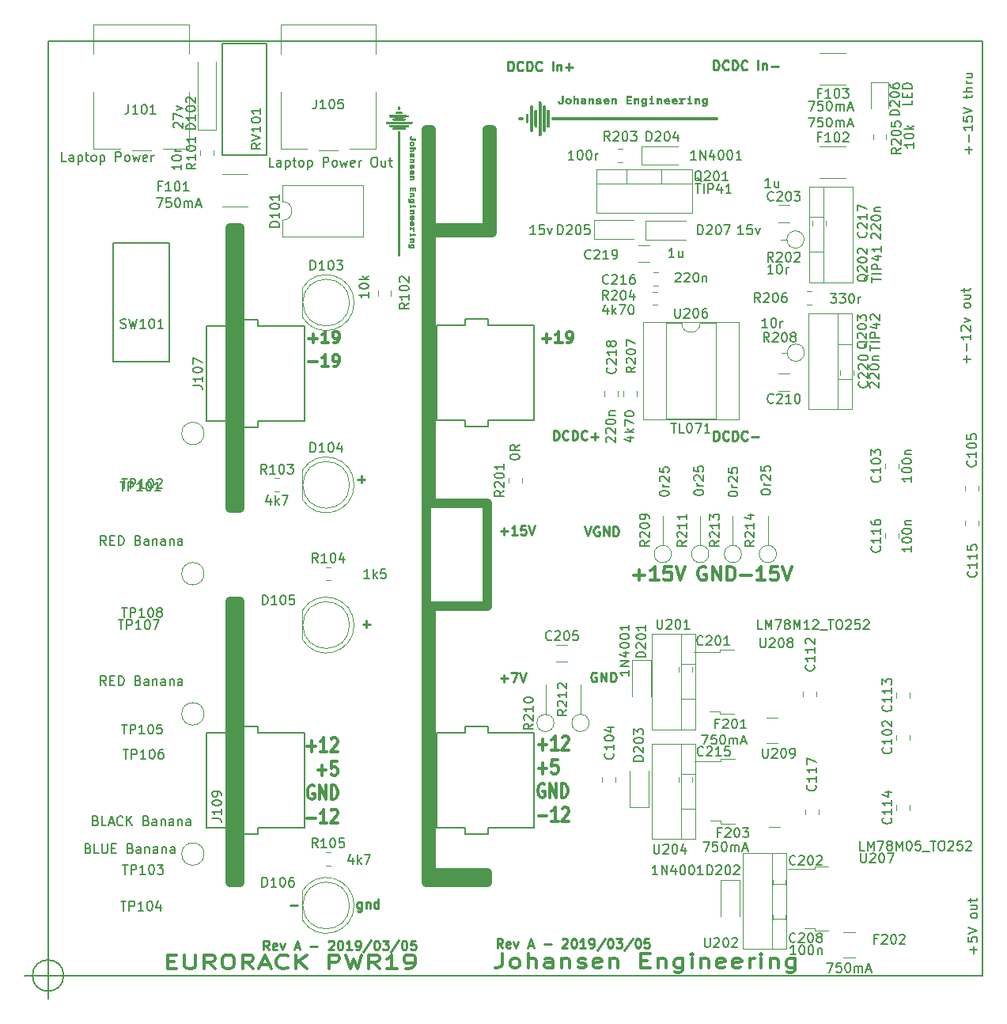
<source format=gbr>
%TF.GenerationSoftware,KiCad,Pcbnew,(5.0.2)-1*%
%TF.CreationDate,2019-03-07T23:56:34+01:00*%
%TF.ProjectId,KicadJE-EuroPowerSupply,4b696361-644a-4452-9d45-75726f506f77,Rev B*%
%TF.SameCoordinates,Original*%
%TF.FileFunction,Legend,Top*%
%TF.FilePolarity,Positive*%
%FSLAX46Y46*%
G04 Gerber Fmt 4.6, Leading zero omitted, Abs format (unit mm)*
G04 Created by KiCad (PCBNEW (5.0.2)-1) date 07/03/2019 23:56:34*
%MOMM*%
%LPD*%
G01*
G04 APERTURE LIST*
%ADD10C,0.250000*%
%ADD11C,0.300000*%
%ADD12C,1.000000*%
%ADD13C,0.375000*%
%ADD14C,0.150000*%
%ADD15C,0.200000*%
%ADD16C,0.120000*%
%ADD17C,0.010000*%
G04 APERTURE END LIST*
D10*
X125969047Y-142521428D02*
X126730952Y-142521428D01*
X133559523Y-142135714D02*
X133559523Y-142945238D01*
X133511904Y-143040476D01*
X133464285Y-143088095D01*
X133369047Y-143135714D01*
X133226190Y-143135714D01*
X133130952Y-143088095D01*
X133559523Y-142754761D02*
X133464285Y-142802380D01*
X133273809Y-142802380D01*
X133178571Y-142754761D01*
X133130952Y-142707142D01*
X133083333Y-142611904D01*
X133083333Y-142326190D01*
X133130952Y-142230952D01*
X133178571Y-142183333D01*
X133273809Y-142135714D01*
X133464285Y-142135714D01*
X133559523Y-142183333D01*
X134035714Y-142135714D02*
X134035714Y-142802380D01*
X134035714Y-142230952D02*
X134083333Y-142183333D01*
X134178571Y-142135714D01*
X134321428Y-142135714D01*
X134416666Y-142183333D01*
X134464285Y-142278571D01*
X134464285Y-142802380D01*
X135369047Y-142802380D02*
X135369047Y-141802380D01*
X135369047Y-142754761D02*
X135273809Y-142802380D01*
X135083333Y-142802380D01*
X134988095Y-142754761D01*
X134940476Y-142707142D01*
X134892857Y-142611904D01*
X134892857Y-142326190D01*
X134940476Y-142230952D01*
X134988095Y-142183333D01*
X135083333Y-142135714D01*
X135273809Y-142135714D01*
X135369047Y-142183333D01*
X133719047Y-112421428D02*
X134480952Y-112421428D01*
X134100000Y-112802380D02*
X134100000Y-112040476D01*
X133169047Y-96921428D02*
X133930952Y-96921428D01*
X133550000Y-97302380D02*
X133550000Y-96540476D01*
X157442857Y-101952380D02*
X157776190Y-102952380D01*
X158109523Y-101952380D01*
X158966666Y-102000000D02*
X158871428Y-101952380D01*
X158728571Y-101952380D01*
X158585714Y-102000000D01*
X158490476Y-102095238D01*
X158442857Y-102190476D01*
X158395238Y-102380952D01*
X158395238Y-102523809D01*
X158442857Y-102714285D01*
X158490476Y-102809523D01*
X158585714Y-102904761D01*
X158728571Y-102952380D01*
X158823809Y-102952380D01*
X158966666Y-102904761D01*
X159014285Y-102857142D01*
X159014285Y-102523809D01*
X158823809Y-102523809D01*
X159442857Y-102952380D02*
X159442857Y-101952380D01*
X160014285Y-102952380D01*
X160014285Y-101952380D01*
X160490476Y-102952380D02*
X160490476Y-101952380D01*
X160728571Y-101952380D01*
X160871428Y-102000000D01*
X160966666Y-102095238D01*
X161014285Y-102190476D01*
X161061904Y-102380952D01*
X161061904Y-102523809D01*
X161014285Y-102714285D01*
X160966666Y-102809523D01*
X160871428Y-102904761D01*
X160728571Y-102952380D01*
X160490476Y-102952380D01*
X171247619Y-53102380D02*
X171247619Y-52102380D01*
X171485714Y-52102380D01*
X171628571Y-52150000D01*
X171723809Y-52245238D01*
X171771428Y-52340476D01*
X171819047Y-52530952D01*
X171819047Y-52673809D01*
X171771428Y-52864285D01*
X171723809Y-52959523D01*
X171628571Y-53054761D01*
X171485714Y-53102380D01*
X171247619Y-53102380D01*
X172819047Y-53007142D02*
X172771428Y-53054761D01*
X172628571Y-53102380D01*
X172533333Y-53102380D01*
X172390476Y-53054761D01*
X172295238Y-52959523D01*
X172247619Y-52864285D01*
X172200000Y-52673809D01*
X172200000Y-52530952D01*
X172247619Y-52340476D01*
X172295238Y-52245238D01*
X172390476Y-52150000D01*
X172533333Y-52102380D01*
X172628571Y-52102380D01*
X172771428Y-52150000D01*
X172819047Y-52197619D01*
X173247619Y-53102380D02*
X173247619Y-52102380D01*
X173485714Y-52102380D01*
X173628571Y-52150000D01*
X173723809Y-52245238D01*
X173771428Y-52340476D01*
X173819047Y-52530952D01*
X173819047Y-52673809D01*
X173771428Y-52864285D01*
X173723809Y-52959523D01*
X173628571Y-53054761D01*
X173485714Y-53102380D01*
X173247619Y-53102380D01*
X174819047Y-53007142D02*
X174771428Y-53054761D01*
X174628571Y-53102380D01*
X174533333Y-53102380D01*
X174390476Y-53054761D01*
X174295238Y-52959523D01*
X174247619Y-52864285D01*
X174200000Y-52673809D01*
X174200000Y-52530952D01*
X174247619Y-52340476D01*
X174295238Y-52245238D01*
X174390476Y-52150000D01*
X174533333Y-52102380D01*
X174628571Y-52102380D01*
X174771428Y-52150000D01*
X174819047Y-52197619D01*
X176009523Y-53102380D02*
X176009523Y-52102380D01*
X176485714Y-52435714D02*
X176485714Y-53102380D01*
X176485714Y-52530952D02*
X176533333Y-52483333D01*
X176628571Y-52435714D01*
X176771428Y-52435714D01*
X176866666Y-52483333D01*
X176914285Y-52578571D01*
X176914285Y-53102380D01*
X177390476Y-52721428D02*
X178152380Y-52721428D01*
X149247619Y-53202380D02*
X149247619Y-52202380D01*
X149485714Y-52202380D01*
X149628571Y-52250000D01*
X149723809Y-52345238D01*
X149771428Y-52440476D01*
X149819047Y-52630952D01*
X149819047Y-52773809D01*
X149771428Y-52964285D01*
X149723809Y-53059523D01*
X149628571Y-53154761D01*
X149485714Y-53202380D01*
X149247619Y-53202380D01*
X150819047Y-53107142D02*
X150771428Y-53154761D01*
X150628571Y-53202380D01*
X150533333Y-53202380D01*
X150390476Y-53154761D01*
X150295238Y-53059523D01*
X150247619Y-52964285D01*
X150200000Y-52773809D01*
X150200000Y-52630952D01*
X150247619Y-52440476D01*
X150295238Y-52345238D01*
X150390476Y-52250000D01*
X150533333Y-52202380D01*
X150628571Y-52202380D01*
X150771428Y-52250000D01*
X150819047Y-52297619D01*
X151247619Y-53202380D02*
X151247619Y-52202380D01*
X151485714Y-52202380D01*
X151628571Y-52250000D01*
X151723809Y-52345238D01*
X151771428Y-52440476D01*
X151819047Y-52630952D01*
X151819047Y-52773809D01*
X151771428Y-52964285D01*
X151723809Y-53059523D01*
X151628571Y-53154761D01*
X151485714Y-53202380D01*
X151247619Y-53202380D01*
X152819047Y-53107142D02*
X152771428Y-53154761D01*
X152628571Y-53202380D01*
X152533333Y-53202380D01*
X152390476Y-53154761D01*
X152295238Y-53059523D01*
X152247619Y-52964285D01*
X152200000Y-52773809D01*
X152200000Y-52630952D01*
X152247619Y-52440476D01*
X152295238Y-52345238D01*
X152390476Y-52250000D01*
X152533333Y-52202380D01*
X152628571Y-52202380D01*
X152771428Y-52250000D01*
X152819047Y-52297619D01*
X154009523Y-53202380D02*
X154009523Y-52202380D01*
X154485714Y-52535714D02*
X154485714Y-53202380D01*
X154485714Y-52630952D02*
X154533333Y-52583333D01*
X154628571Y-52535714D01*
X154771428Y-52535714D01*
X154866666Y-52583333D01*
X154914285Y-52678571D01*
X154914285Y-53202380D01*
X155390476Y-52821428D02*
X156152380Y-52821428D01*
X155771428Y-53202380D02*
X155771428Y-52440476D01*
X158688095Y-117600000D02*
X158592857Y-117552380D01*
X158450000Y-117552380D01*
X158307142Y-117600000D01*
X158211904Y-117695238D01*
X158164285Y-117790476D01*
X158116666Y-117980952D01*
X158116666Y-118123809D01*
X158164285Y-118314285D01*
X158211904Y-118409523D01*
X158307142Y-118504761D01*
X158450000Y-118552380D01*
X158545238Y-118552380D01*
X158688095Y-118504761D01*
X158735714Y-118457142D01*
X158735714Y-118123809D01*
X158545238Y-118123809D01*
X159164285Y-118552380D02*
X159164285Y-117552380D01*
X159735714Y-118552380D01*
X159735714Y-117552380D01*
X160211904Y-118552380D02*
X160211904Y-117552380D01*
X160450000Y-117552380D01*
X160592857Y-117600000D01*
X160688095Y-117695238D01*
X160735714Y-117790476D01*
X160783333Y-117980952D01*
X160783333Y-118123809D01*
X160735714Y-118314285D01*
X160688095Y-118409523D01*
X160592857Y-118504761D01*
X160450000Y-118552380D01*
X160211904Y-118552380D01*
X148414285Y-118221428D02*
X149176190Y-118221428D01*
X148795238Y-118602380D02*
X148795238Y-117840476D01*
X149557142Y-117602380D02*
X150223809Y-117602380D01*
X149795238Y-118602380D01*
X150461904Y-117602380D02*
X150795238Y-118602380D01*
X151128571Y-117602380D01*
X148438095Y-102471428D02*
X149200000Y-102471428D01*
X148819047Y-102852380D02*
X148819047Y-102090476D01*
X150200000Y-102852380D02*
X149628571Y-102852380D01*
X149914285Y-102852380D02*
X149914285Y-101852380D01*
X149819047Y-101995238D01*
X149723809Y-102090476D01*
X149628571Y-102138095D01*
X151104761Y-101852380D02*
X150628571Y-101852380D01*
X150580952Y-102328571D01*
X150628571Y-102280952D01*
X150723809Y-102233333D01*
X150961904Y-102233333D01*
X151057142Y-102280952D01*
X151104761Y-102328571D01*
X151152380Y-102423809D01*
X151152380Y-102661904D01*
X151104761Y-102757142D01*
X151057142Y-102804761D01*
X150961904Y-102852380D01*
X150723809Y-102852380D01*
X150628571Y-102804761D01*
X150580952Y-102757142D01*
X151438095Y-101852380D02*
X151771428Y-102852380D01*
X152104761Y-101852380D01*
X171269047Y-92752380D02*
X171269047Y-91752380D01*
X171507142Y-91752380D01*
X171650000Y-91800000D01*
X171745238Y-91895238D01*
X171792857Y-91990476D01*
X171840476Y-92180952D01*
X171840476Y-92323809D01*
X171792857Y-92514285D01*
X171745238Y-92609523D01*
X171650000Y-92704761D01*
X171507142Y-92752380D01*
X171269047Y-92752380D01*
X172840476Y-92657142D02*
X172792857Y-92704761D01*
X172650000Y-92752380D01*
X172554761Y-92752380D01*
X172411904Y-92704761D01*
X172316666Y-92609523D01*
X172269047Y-92514285D01*
X172221428Y-92323809D01*
X172221428Y-92180952D01*
X172269047Y-91990476D01*
X172316666Y-91895238D01*
X172411904Y-91800000D01*
X172554761Y-91752380D01*
X172650000Y-91752380D01*
X172792857Y-91800000D01*
X172840476Y-91847619D01*
X173269047Y-92752380D02*
X173269047Y-91752380D01*
X173507142Y-91752380D01*
X173650000Y-91800000D01*
X173745238Y-91895238D01*
X173792857Y-91990476D01*
X173840476Y-92180952D01*
X173840476Y-92323809D01*
X173792857Y-92514285D01*
X173745238Y-92609523D01*
X173650000Y-92704761D01*
X173507142Y-92752380D01*
X173269047Y-92752380D01*
X174840476Y-92657142D02*
X174792857Y-92704761D01*
X174650000Y-92752380D01*
X174554761Y-92752380D01*
X174411904Y-92704761D01*
X174316666Y-92609523D01*
X174269047Y-92514285D01*
X174221428Y-92323809D01*
X174221428Y-92180952D01*
X174269047Y-91990476D01*
X174316666Y-91895238D01*
X174411904Y-91800000D01*
X174554761Y-91752380D01*
X174650000Y-91752380D01*
X174792857Y-91800000D01*
X174840476Y-91847619D01*
X175269047Y-92371428D02*
X176030952Y-92371428D01*
X154119047Y-92702380D02*
X154119047Y-91702380D01*
X154357142Y-91702380D01*
X154500000Y-91750000D01*
X154595238Y-91845238D01*
X154642857Y-91940476D01*
X154690476Y-92130952D01*
X154690476Y-92273809D01*
X154642857Y-92464285D01*
X154595238Y-92559523D01*
X154500000Y-92654761D01*
X154357142Y-92702380D01*
X154119047Y-92702380D01*
X155690476Y-92607142D02*
X155642857Y-92654761D01*
X155500000Y-92702380D01*
X155404761Y-92702380D01*
X155261904Y-92654761D01*
X155166666Y-92559523D01*
X155119047Y-92464285D01*
X155071428Y-92273809D01*
X155071428Y-92130952D01*
X155119047Y-91940476D01*
X155166666Y-91845238D01*
X155261904Y-91750000D01*
X155404761Y-91702380D01*
X155500000Y-91702380D01*
X155642857Y-91750000D01*
X155690476Y-91797619D01*
X156119047Y-92702380D02*
X156119047Y-91702380D01*
X156357142Y-91702380D01*
X156500000Y-91750000D01*
X156595238Y-91845238D01*
X156642857Y-91940476D01*
X156690476Y-92130952D01*
X156690476Y-92273809D01*
X156642857Y-92464285D01*
X156595238Y-92559523D01*
X156500000Y-92654761D01*
X156357142Y-92702380D01*
X156119047Y-92702380D01*
X157690476Y-92607142D02*
X157642857Y-92654761D01*
X157500000Y-92702380D01*
X157404761Y-92702380D01*
X157261904Y-92654761D01*
X157166666Y-92559523D01*
X157119047Y-92464285D01*
X157071428Y-92273809D01*
X157071428Y-92130952D01*
X157119047Y-91940476D01*
X157166666Y-91845238D01*
X157261904Y-91750000D01*
X157404761Y-91702380D01*
X157500000Y-91702380D01*
X157642857Y-91750000D01*
X157690476Y-91797619D01*
X158119047Y-92321428D02*
X158880952Y-92321428D01*
X158500000Y-92702380D02*
X158500000Y-91940476D01*
D11*
X174107142Y-107157142D02*
X175250000Y-107157142D01*
X176750000Y-107728571D02*
X175892857Y-107728571D01*
X176321428Y-107728571D02*
X176321428Y-106228571D01*
X176178571Y-106442857D01*
X176035714Y-106585714D01*
X175892857Y-106657142D01*
X178107142Y-106228571D02*
X177392857Y-106228571D01*
X177321428Y-106942857D01*
X177392857Y-106871428D01*
X177535714Y-106800000D01*
X177892857Y-106800000D01*
X178035714Y-106871428D01*
X178107142Y-106942857D01*
X178178571Y-107085714D01*
X178178571Y-107442857D01*
X178107142Y-107585714D01*
X178035714Y-107657142D01*
X177892857Y-107728571D01*
X177535714Y-107728571D01*
X177392857Y-107657142D01*
X177321428Y-107585714D01*
X178607142Y-106228571D02*
X179107142Y-107728571D01*
X179607142Y-106228571D01*
X162707142Y-107157142D02*
X163850000Y-107157142D01*
X163278571Y-107728571D02*
X163278571Y-106585714D01*
X165350000Y-107728571D02*
X164492857Y-107728571D01*
X164921428Y-107728571D02*
X164921428Y-106228571D01*
X164778571Y-106442857D01*
X164635714Y-106585714D01*
X164492857Y-106657142D01*
X166707142Y-106228571D02*
X165992857Y-106228571D01*
X165921428Y-106942857D01*
X165992857Y-106871428D01*
X166135714Y-106800000D01*
X166492857Y-106800000D01*
X166635714Y-106871428D01*
X166707142Y-106942857D01*
X166778571Y-107085714D01*
X166778571Y-107442857D01*
X166707142Y-107585714D01*
X166635714Y-107657142D01*
X166492857Y-107728571D01*
X166135714Y-107728571D01*
X165992857Y-107657142D01*
X165921428Y-107585714D01*
X167207142Y-106228571D02*
X167707142Y-107728571D01*
X168207142Y-106228571D01*
X170407142Y-106300000D02*
X170264285Y-106228571D01*
X170050000Y-106228571D01*
X169835714Y-106300000D01*
X169692857Y-106442857D01*
X169621428Y-106585714D01*
X169550000Y-106871428D01*
X169550000Y-107085714D01*
X169621428Y-107371428D01*
X169692857Y-107514285D01*
X169835714Y-107657142D01*
X170050000Y-107728571D01*
X170192857Y-107728571D01*
X170407142Y-107657142D01*
X170478571Y-107585714D01*
X170478571Y-107085714D01*
X170192857Y-107085714D01*
X171121428Y-107728571D02*
X171121428Y-106228571D01*
X171978571Y-107728571D01*
X171978571Y-106228571D01*
X172692857Y-107728571D02*
X172692857Y-106228571D01*
X173050000Y-106228571D01*
X173264285Y-106300000D01*
X173407142Y-106442857D01*
X173478571Y-106585714D01*
X173550000Y-106871428D01*
X173550000Y-107085714D01*
X173478571Y-107371428D01*
X173407142Y-107514285D01*
X173264285Y-107657142D01*
X173050000Y-107728571D01*
X172692857Y-107728571D01*
X152480714Y-125282142D02*
X153395000Y-125282142D01*
X152937857Y-125853571D02*
X152937857Y-124710714D01*
X154595000Y-125853571D02*
X153909285Y-125853571D01*
X154252142Y-125853571D02*
X154252142Y-124353571D01*
X154137857Y-124567857D01*
X154023571Y-124710714D01*
X153909285Y-124782142D01*
X155052142Y-124496428D02*
X155109285Y-124425000D01*
X155223571Y-124353571D01*
X155509285Y-124353571D01*
X155623571Y-124425000D01*
X155680714Y-124496428D01*
X155737857Y-124639285D01*
X155737857Y-124782142D01*
X155680714Y-124996428D01*
X154995000Y-125853571D01*
X155737857Y-125853571D01*
X152480714Y-127832142D02*
X153395000Y-127832142D01*
X152937857Y-128403571D02*
X152937857Y-127260714D01*
X154537857Y-126903571D02*
X153966428Y-126903571D01*
X153909285Y-127617857D01*
X153966428Y-127546428D01*
X154080714Y-127475000D01*
X154366428Y-127475000D01*
X154480714Y-127546428D01*
X154537857Y-127617857D01*
X154595000Y-127760714D01*
X154595000Y-128117857D01*
X154537857Y-128260714D01*
X154480714Y-128332142D01*
X154366428Y-128403571D01*
X154080714Y-128403571D01*
X153966428Y-128332142D01*
X153909285Y-128260714D01*
X153109285Y-129525000D02*
X152995000Y-129453571D01*
X152823571Y-129453571D01*
X152652142Y-129525000D01*
X152537857Y-129667857D01*
X152480714Y-129810714D01*
X152423571Y-130096428D01*
X152423571Y-130310714D01*
X152480714Y-130596428D01*
X152537857Y-130739285D01*
X152652142Y-130882142D01*
X152823571Y-130953571D01*
X152937857Y-130953571D01*
X153109285Y-130882142D01*
X153166428Y-130810714D01*
X153166428Y-130310714D01*
X152937857Y-130310714D01*
X153680714Y-130953571D02*
X153680714Y-129453571D01*
X154366428Y-130953571D01*
X154366428Y-129453571D01*
X154937857Y-130953571D02*
X154937857Y-129453571D01*
X155223571Y-129453571D01*
X155395000Y-129525000D01*
X155509285Y-129667857D01*
X155566428Y-129810714D01*
X155623571Y-130096428D01*
X155623571Y-130310714D01*
X155566428Y-130596428D01*
X155509285Y-130739285D01*
X155395000Y-130882142D01*
X155223571Y-130953571D01*
X154937857Y-130953571D01*
X152480714Y-132932142D02*
X153395000Y-132932142D01*
X154595000Y-133503571D02*
X153909285Y-133503571D01*
X154252142Y-133503571D02*
X154252142Y-132003571D01*
X154137857Y-132217857D01*
X154023571Y-132360714D01*
X153909285Y-132432142D01*
X155052142Y-132146428D02*
X155109285Y-132075000D01*
X155223571Y-132003571D01*
X155509285Y-132003571D01*
X155623571Y-132075000D01*
X155680714Y-132146428D01*
X155737857Y-132289285D01*
X155737857Y-132432142D01*
X155680714Y-132646428D01*
X154995000Y-133503571D01*
X155737857Y-133503571D01*
X127719285Y-125482142D02*
X128633571Y-125482142D01*
X128176428Y-126053571D02*
X128176428Y-124910714D01*
X129833571Y-126053571D02*
X129147857Y-126053571D01*
X129490714Y-126053571D02*
X129490714Y-124553571D01*
X129376428Y-124767857D01*
X129262142Y-124910714D01*
X129147857Y-124982142D01*
X130290714Y-124696428D02*
X130347857Y-124625000D01*
X130462142Y-124553571D01*
X130747857Y-124553571D01*
X130862142Y-124625000D01*
X130919285Y-124696428D01*
X130976428Y-124839285D01*
X130976428Y-124982142D01*
X130919285Y-125196428D01*
X130233571Y-126053571D01*
X130976428Y-126053571D01*
X128862142Y-128032142D02*
X129776428Y-128032142D01*
X129319285Y-128603571D02*
X129319285Y-127460714D01*
X130919285Y-127103571D02*
X130347857Y-127103571D01*
X130290714Y-127817857D01*
X130347857Y-127746428D01*
X130462142Y-127675000D01*
X130747857Y-127675000D01*
X130862142Y-127746428D01*
X130919285Y-127817857D01*
X130976428Y-127960714D01*
X130976428Y-128317857D01*
X130919285Y-128460714D01*
X130862142Y-128532142D01*
X130747857Y-128603571D01*
X130462142Y-128603571D01*
X130347857Y-128532142D01*
X130290714Y-128460714D01*
X128462142Y-129725000D02*
X128347857Y-129653571D01*
X128176428Y-129653571D01*
X128005000Y-129725000D01*
X127890714Y-129867857D01*
X127833571Y-130010714D01*
X127776428Y-130296428D01*
X127776428Y-130510714D01*
X127833571Y-130796428D01*
X127890714Y-130939285D01*
X128005000Y-131082142D01*
X128176428Y-131153571D01*
X128290714Y-131153571D01*
X128462142Y-131082142D01*
X128519285Y-131010714D01*
X128519285Y-130510714D01*
X128290714Y-130510714D01*
X129033571Y-131153571D02*
X129033571Y-129653571D01*
X129719285Y-131153571D01*
X129719285Y-129653571D01*
X130290714Y-131153571D02*
X130290714Y-129653571D01*
X130576428Y-129653571D01*
X130747857Y-129725000D01*
X130862142Y-129867857D01*
X130919285Y-130010714D01*
X130976428Y-130296428D01*
X130976428Y-130510714D01*
X130919285Y-130796428D01*
X130862142Y-130939285D01*
X130747857Y-131082142D01*
X130576428Y-131153571D01*
X130290714Y-131153571D01*
X127719285Y-133132142D02*
X128633571Y-133132142D01*
X129833571Y-133703571D02*
X129147857Y-133703571D01*
X129490714Y-133703571D02*
X129490714Y-132203571D01*
X129376428Y-132417857D01*
X129262142Y-132560714D01*
X129147857Y-132632142D01*
X130290714Y-132346428D02*
X130347857Y-132275000D01*
X130462142Y-132203571D01*
X130747857Y-132203571D01*
X130862142Y-132275000D01*
X130919285Y-132346428D01*
X130976428Y-132489285D01*
X130976428Y-132632142D01*
X130919285Y-132846428D01*
X130233571Y-133703571D01*
X130976428Y-133703571D01*
X152900000Y-81835714D02*
X153814285Y-81835714D01*
X153357142Y-82292857D02*
X153357142Y-81378571D01*
X155014285Y-82292857D02*
X154328571Y-82292857D01*
X154671428Y-82292857D02*
X154671428Y-81092857D01*
X154557142Y-81264285D01*
X154442857Y-81378571D01*
X154328571Y-81435714D01*
X155585714Y-82292857D02*
X155814285Y-82292857D01*
X155928571Y-82235714D01*
X155985714Y-82178571D01*
X156100000Y-82007142D01*
X156157142Y-81778571D01*
X156157142Y-81321428D01*
X156100000Y-81207142D01*
X156042857Y-81150000D01*
X155928571Y-81092857D01*
X155700000Y-81092857D01*
X155585714Y-81150000D01*
X155528571Y-81207142D01*
X155471428Y-81321428D01*
X155471428Y-81607142D01*
X155528571Y-81721428D01*
X155585714Y-81778571D01*
X155700000Y-81835714D01*
X155928571Y-81835714D01*
X156042857Y-81778571D01*
X156100000Y-81721428D01*
X156157142Y-81607142D01*
X127900000Y-84335714D02*
X128814285Y-84335714D01*
X130014285Y-84792857D02*
X129328571Y-84792857D01*
X129671428Y-84792857D02*
X129671428Y-83592857D01*
X129557142Y-83764285D01*
X129442857Y-83878571D01*
X129328571Y-83935714D01*
X130585714Y-84792857D02*
X130814285Y-84792857D01*
X130928571Y-84735714D01*
X130985714Y-84678571D01*
X131100000Y-84507142D01*
X131157142Y-84278571D01*
X131157142Y-83821428D01*
X131100000Y-83707142D01*
X131042857Y-83650000D01*
X130928571Y-83592857D01*
X130700000Y-83592857D01*
X130585714Y-83650000D01*
X130528571Y-83707142D01*
X130471428Y-83821428D01*
X130471428Y-84107142D01*
X130528571Y-84221428D01*
X130585714Y-84278571D01*
X130700000Y-84335714D01*
X130928571Y-84335714D01*
X131042857Y-84278571D01*
X131100000Y-84221428D01*
X131157142Y-84107142D01*
X127900000Y-81835714D02*
X128814285Y-81835714D01*
X128357142Y-82292857D02*
X128357142Y-81378571D01*
X130014285Y-82292857D02*
X129328571Y-82292857D01*
X129671428Y-82292857D02*
X129671428Y-81092857D01*
X129557142Y-81264285D01*
X129442857Y-81378571D01*
X129328571Y-81435714D01*
X130585714Y-82292857D02*
X130814285Y-82292857D01*
X130928571Y-82235714D01*
X130985714Y-82178571D01*
X131100000Y-82007142D01*
X131157142Y-81778571D01*
X131157142Y-81321428D01*
X131100000Y-81207142D01*
X131042857Y-81150000D01*
X130928571Y-81092857D01*
X130700000Y-81092857D01*
X130585714Y-81150000D01*
X130528571Y-81207142D01*
X130471428Y-81321428D01*
X130471428Y-81607142D01*
X130528571Y-81721428D01*
X130585714Y-81778571D01*
X130700000Y-81835714D01*
X130928571Y-81835714D01*
X131042857Y-81778571D01*
X131100000Y-81721428D01*
X131157142Y-81607142D01*
D12*
X140500000Y-139000000D02*
X140500000Y-140000000D01*
X147000000Y-139000000D02*
X140500000Y-139000000D01*
X147000000Y-140000000D02*
X147000000Y-139000000D01*
X140500000Y-140000000D02*
X147000000Y-140000000D01*
X140500000Y-70500000D02*
X140500000Y-70000000D01*
X147500000Y-70500000D02*
X140500000Y-70500000D01*
X147500000Y-59500000D02*
X147500000Y-70500000D01*
X147000000Y-59500000D02*
X147500000Y-59500000D01*
X147000000Y-70000000D02*
X147000000Y-59500000D01*
X140500000Y-70000000D02*
X147000000Y-70000000D01*
X141000000Y-110500000D02*
X141000000Y-140000000D01*
X147000000Y-110500000D02*
X141000000Y-110500000D01*
X141000000Y-99500000D02*
X147000000Y-99500000D01*
X141000000Y-59500000D02*
X141000000Y-99500000D01*
X140500000Y-140000000D02*
X140500000Y-59500000D01*
X147000000Y-110500000D02*
X147000000Y-99500000D01*
X140500000Y-59500000D02*
X141000000Y-59500000D01*
X119500000Y-100000000D02*
X120500000Y-100000000D01*
X141000000Y-140000000D02*
X140500000Y-140000000D01*
X119500000Y-110000000D02*
X120500000Y-110000000D01*
X119500000Y-110000000D02*
X119500000Y-140000000D01*
X120500000Y-140000000D02*
X120500000Y-110000000D01*
D10*
X148652380Y-147052380D02*
X148319047Y-146576190D01*
X148080952Y-147052380D02*
X148080952Y-146052380D01*
X148461904Y-146052380D01*
X148557142Y-146100000D01*
X148604761Y-146147619D01*
X148652380Y-146242857D01*
X148652380Y-146385714D01*
X148604761Y-146480952D01*
X148557142Y-146528571D01*
X148461904Y-146576190D01*
X148080952Y-146576190D01*
X149461904Y-147004761D02*
X149366666Y-147052380D01*
X149176190Y-147052380D01*
X149080952Y-147004761D01*
X149033333Y-146909523D01*
X149033333Y-146528571D01*
X149080952Y-146433333D01*
X149176190Y-146385714D01*
X149366666Y-146385714D01*
X149461904Y-146433333D01*
X149509523Y-146528571D01*
X149509523Y-146623809D01*
X149033333Y-146719047D01*
X149842857Y-146385714D02*
X150080952Y-147052380D01*
X150319047Y-146385714D01*
X151414285Y-146766666D02*
X151890476Y-146766666D01*
X151319047Y-147052380D02*
X151652380Y-146052380D01*
X151985714Y-147052380D01*
X153080952Y-146671428D02*
X153842857Y-146671428D01*
X155033333Y-146147619D02*
X155080952Y-146100000D01*
X155176190Y-146052380D01*
X155414285Y-146052380D01*
X155509523Y-146100000D01*
X155557142Y-146147619D01*
X155604761Y-146242857D01*
X155604761Y-146338095D01*
X155557142Y-146480952D01*
X154985714Y-147052380D01*
X155604761Y-147052380D01*
X156223809Y-146052380D02*
X156319047Y-146052380D01*
X156414285Y-146100000D01*
X156461904Y-146147619D01*
X156509523Y-146242857D01*
X156557142Y-146433333D01*
X156557142Y-146671428D01*
X156509523Y-146861904D01*
X156461904Y-146957142D01*
X156414285Y-147004761D01*
X156319047Y-147052380D01*
X156223809Y-147052380D01*
X156128571Y-147004761D01*
X156080952Y-146957142D01*
X156033333Y-146861904D01*
X155985714Y-146671428D01*
X155985714Y-146433333D01*
X156033333Y-146242857D01*
X156080952Y-146147619D01*
X156128571Y-146100000D01*
X156223809Y-146052380D01*
X157509523Y-147052380D02*
X156938095Y-147052380D01*
X157223809Y-147052380D02*
X157223809Y-146052380D01*
X157128571Y-146195238D01*
X157033333Y-146290476D01*
X156938095Y-146338095D01*
X157985714Y-147052380D02*
X158176190Y-147052380D01*
X158271428Y-147004761D01*
X158319047Y-146957142D01*
X158414285Y-146814285D01*
X158461904Y-146623809D01*
X158461904Y-146242857D01*
X158414285Y-146147619D01*
X158366666Y-146100000D01*
X158271428Y-146052380D01*
X158080952Y-146052380D01*
X157985714Y-146100000D01*
X157938095Y-146147619D01*
X157890476Y-146242857D01*
X157890476Y-146480952D01*
X157938095Y-146576190D01*
X157985714Y-146623809D01*
X158080952Y-146671428D01*
X158271428Y-146671428D01*
X158366666Y-146623809D01*
X158414285Y-146576190D01*
X158461904Y-146480952D01*
X159604761Y-146004761D02*
X158747619Y-147290476D01*
X160128571Y-146052380D02*
X160223809Y-146052380D01*
X160319047Y-146100000D01*
X160366666Y-146147619D01*
X160414285Y-146242857D01*
X160461904Y-146433333D01*
X160461904Y-146671428D01*
X160414285Y-146861904D01*
X160366666Y-146957142D01*
X160319047Y-147004761D01*
X160223809Y-147052380D01*
X160128571Y-147052380D01*
X160033333Y-147004761D01*
X159985714Y-146957142D01*
X159938095Y-146861904D01*
X159890476Y-146671428D01*
X159890476Y-146433333D01*
X159938095Y-146242857D01*
X159985714Y-146147619D01*
X160033333Y-146100000D01*
X160128571Y-146052380D01*
X160795238Y-146052380D02*
X161414285Y-146052380D01*
X161080952Y-146433333D01*
X161223809Y-146433333D01*
X161319047Y-146480952D01*
X161366666Y-146528571D01*
X161414285Y-146623809D01*
X161414285Y-146861904D01*
X161366666Y-146957142D01*
X161319047Y-147004761D01*
X161223809Y-147052380D01*
X160938095Y-147052380D01*
X160842857Y-147004761D01*
X160795238Y-146957142D01*
X162557142Y-146004761D02*
X161700000Y-147290476D01*
X163080952Y-146052380D02*
X163176190Y-146052380D01*
X163271428Y-146100000D01*
X163319047Y-146147619D01*
X163366666Y-146242857D01*
X163414285Y-146433333D01*
X163414285Y-146671428D01*
X163366666Y-146861904D01*
X163319047Y-146957142D01*
X163271428Y-147004761D01*
X163176190Y-147052380D01*
X163080952Y-147052380D01*
X162985714Y-147004761D01*
X162938095Y-146957142D01*
X162890476Y-146861904D01*
X162842857Y-146671428D01*
X162842857Y-146433333D01*
X162890476Y-146242857D01*
X162938095Y-146147619D01*
X162985714Y-146100000D01*
X163080952Y-146052380D01*
X164319047Y-146052380D02*
X163842857Y-146052380D01*
X163795238Y-146528571D01*
X163842857Y-146480952D01*
X163938095Y-146433333D01*
X164176190Y-146433333D01*
X164271428Y-146480952D01*
X164319047Y-146528571D01*
X164366666Y-146623809D01*
X164366666Y-146861904D01*
X164319047Y-146957142D01*
X164271428Y-147004761D01*
X164176190Y-147052380D01*
X163938095Y-147052380D01*
X163842857Y-147004761D01*
X163795238Y-146957142D01*
D12*
X119500000Y-140000000D02*
X120500000Y-140000000D01*
X119500000Y-70000000D02*
X119500000Y-100000000D01*
X119500000Y-70000000D02*
X120500000Y-70000000D01*
X120500000Y-100000000D02*
X120500000Y-70000000D01*
D10*
X123652380Y-147252380D02*
X123319047Y-146776190D01*
X123080952Y-147252380D02*
X123080952Y-146252380D01*
X123461904Y-146252380D01*
X123557142Y-146300000D01*
X123604761Y-146347619D01*
X123652380Y-146442857D01*
X123652380Y-146585714D01*
X123604761Y-146680952D01*
X123557142Y-146728571D01*
X123461904Y-146776190D01*
X123080952Y-146776190D01*
X124461904Y-147204761D02*
X124366666Y-147252380D01*
X124176190Y-147252380D01*
X124080952Y-147204761D01*
X124033333Y-147109523D01*
X124033333Y-146728571D01*
X124080952Y-146633333D01*
X124176190Y-146585714D01*
X124366666Y-146585714D01*
X124461904Y-146633333D01*
X124509523Y-146728571D01*
X124509523Y-146823809D01*
X124033333Y-146919047D01*
X124842857Y-146585714D02*
X125080952Y-147252380D01*
X125319047Y-146585714D01*
X126414285Y-146966666D02*
X126890476Y-146966666D01*
X126319047Y-147252380D02*
X126652380Y-146252380D01*
X126985714Y-147252380D01*
X128080952Y-146871428D02*
X128842857Y-146871428D01*
X130033333Y-146347619D02*
X130080952Y-146300000D01*
X130176190Y-146252380D01*
X130414285Y-146252380D01*
X130509523Y-146300000D01*
X130557142Y-146347619D01*
X130604761Y-146442857D01*
X130604761Y-146538095D01*
X130557142Y-146680952D01*
X129985714Y-147252380D01*
X130604761Y-147252380D01*
X131223809Y-146252380D02*
X131319047Y-146252380D01*
X131414285Y-146300000D01*
X131461904Y-146347619D01*
X131509523Y-146442857D01*
X131557142Y-146633333D01*
X131557142Y-146871428D01*
X131509523Y-147061904D01*
X131461904Y-147157142D01*
X131414285Y-147204761D01*
X131319047Y-147252380D01*
X131223809Y-147252380D01*
X131128571Y-147204761D01*
X131080952Y-147157142D01*
X131033333Y-147061904D01*
X130985714Y-146871428D01*
X130985714Y-146633333D01*
X131033333Y-146442857D01*
X131080952Y-146347619D01*
X131128571Y-146300000D01*
X131223809Y-146252380D01*
X132509523Y-147252380D02*
X131938095Y-147252380D01*
X132223809Y-147252380D02*
X132223809Y-146252380D01*
X132128571Y-146395238D01*
X132033333Y-146490476D01*
X131938095Y-146538095D01*
X132985714Y-147252380D02*
X133176190Y-147252380D01*
X133271428Y-147204761D01*
X133319047Y-147157142D01*
X133414285Y-147014285D01*
X133461904Y-146823809D01*
X133461904Y-146442857D01*
X133414285Y-146347619D01*
X133366666Y-146300000D01*
X133271428Y-146252380D01*
X133080952Y-146252380D01*
X132985714Y-146300000D01*
X132938095Y-146347619D01*
X132890476Y-146442857D01*
X132890476Y-146680952D01*
X132938095Y-146776190D01*
X132985714Y-146823809D01*
X133080952Y-146871428D01*
X133271428Y-146871428D01*
X133366666Y-146823809D01*
X133414285Y-146776190D01*
X133461904Y-146680952D01*
X134604761Y-146204761D02*
X133747619Y-147490476D01*
X135128571Y-146252380D02*
X135223809Y-146252380D01*
X135319047Y-146300000D01*
X135366666Y-146347619D01*
X135414285Y-146442857D01*
X135461904Y-146633333D01*
X135461904Y-146871428D01*
X135414285Y-147061904D01*
X135366666Y-147157142D01*
X135319047Y-147204761D01*
X135223809Y-147252380D01*
X135128571Y-147252380D01*
X135033333Y-147204761D01*
X134985714Y-147157142D01*
X134938095Y-147061904D01*
X134890476Y-146871428D01*
X134890476Y-146633333D01*
X134938095Y-146442857D01*
X134985714Y-146347619D01*
X135033333Y-146300000D01*
X135128571Y-146252380D01*
X135795238Y-146252380D02*
X136414285Y-146252380D01*
X136080952Y-146633333D01*
X136223809Y-146633333D01*
X136319047Y-146680952D01*
X136366666Y-146728571D01*
X136414285Y-146823809D01*
X136414285Y-147061904D01*
X136366666Y-147157142D01*
X136319047Y-147204761D01*
X136223809Y-147252380D01*
X135938095Y-147252380D01*
X135842857Y-147204761D01*
X135795238Y-147157142D01*
X137557142Y-146204761D02*
X136700000Y-147490476D01*
X138080952Y-146252380D02*
X138176190Y-146252380D01*
X138271428Y-146300000D01*
X138319047Y-146347619D01*
X138366666Y-146442857D01*
X138414285Y-146633333D01*
X138414285Y-146871428D01*
X138366666Y-147061904D01*
X138319047Y-147157142D01*
X138271428Y-147204761D01*
X138176190Y-147252380D01*
X138080952Y-147252380D01*
X137985714Y-147204761D01*
X137938095Y-147157142D01*
X137890476Y-147061904D01*
X137842857Y-146871428D01*
X137842857Y-146633333D01*
X137890476Y-146442857D01*
X137938095Y-146347619D01*
X137985714Y-146300000D01*
X138080952Y-146252380D01*
X139319047Y-146252380D02*
X138842857Y-146252380D01*
X138795238Y-146728571D01*
X138842857Y-146680952D01*
X138938095Y-146633333D01*
X139176190Y-146633333D01*
X139271428Y-146680952D01*
X139319047Y-146728571D01*
X139366666Y-146823809D01*
X139366666Y-147061904D01*
X139319047Y-147157142D01*
X139271428Y-147204761D01*
X139176190Y-147252380D01*
X138938095Y-147252380D01*
X138842857Y-147204761D01*
X138795238Y-147157142D01*
D13*
X112809523Y-148492857D02*
X113476190Y-148492857D01*
X113761904Y-149278571D02*
X112809523Y-149278571D01*
X112809523Y-147778571D01*
X113761904Y-147778571D01*
X114619047Y-147778571D02*
X114619047Y-148992857D01*
X114714285Y-149135714D01*
X114809523Y-149207142D01*
X115000000Y-149278571D01*
X115380952Y-149278571D01*
X115571428Y-149207142D01*
X115666666Y-149135714D01*
X115761904Y-148992857D01*
X115761904Y-147778571D01*
X117857142Y-149278571D02*
X117190476Y-148564285D01*
X116714285Y-149278571D02*
X116714285Y-147778571D01*
X117476190Y-147778571D01*
X117666666Y-147850000D01*
X117761904Y-147921428D01*
X117857142Y-148064285D01*
X117857142Y-148278571D01*
X117761904Y-148421428D01*
X117666666Y-148492857D01*
X117476190Y-148564285D01*
X116714285Y-148564285D01*
X119095238Y-147778571D02*
X119476190Y-147778571D01*
X119666666Y-147850000D01*
X119857142Y-147992857D01*
X119952380Y-148278571D01*
X119952380Y-148778571D01*
X119857142Y-149064285D01*
X119666666Y-149207142D01*
X119476190Y-149278571D01*
X119095238Y-149278571D01*
X118904761Y-149207142D01*
X118714285Y-149064285D01*
X118619047Y-148778571D01*
X118619047Y-148278571D01*
X118714285Y-147992857D01*
X118904761Y-147850000D01*
X119095238Y-147778571D01*
X121952380Y-149278571D02*
X121285714Y-148564285D01*
X120809523Y-149278571D02*
X120809523Y-147778571D01*
X121571428Y-147778571D01*
X121761904Y-147850000D01*
X121857142Y-147921428D01*
X121952380Y-148064285D01*
X121952380Y-148278571D01*
X121857142Y-148421428D01*
X121761904Y-148492857D01*
X121571428Y-148564285D01*
X120809523Y-148564285D01*
X122714285Y-148850000D02*
X123666666Y-148850000D01*
X122523809Y-149278571D02*
X123190476Y-147778571D01*
X123857142Y-149278571D01*
X125666666Y-149135714D02*
X125571428Y-149207142D01*
X125285714Y-149278571D01*
X125095238Y-149278571D01*
X124809523Y-149207142D01*
X124619047Y-149064285D01*
X124523809Y-148921428D01*
X124428571Y-148635714D01*
X124428571Y-148421428D01*
X124523809Y-148135714D01*
X124619047Y-147992857D01*
X124809523Y-147850000D01*
X125095238Y-147778571D01*
X125285714Y-147778571D01*
X125571428Y-147850000D01*
X125666666Y-147921428D01*
X126523809Y-149278571D02*
X126523809Y-147778571D01*
X127666666Y-149278571D02*
X126809523Y-148421428D01*
X127666666Y-147778571D02*
X126523809Y-148635714D01*
X130047619Y-149278571D02*
X130047619Y-147778571D01*
X130809523Y-147778571D01*
X131000000Y-147850000D01*
X131095238Y-147921428D01*
X131190476Y-148064285D01*
X131190476Y-148278571D01*
X131095238Y-148421428D01*
X131000000Y-148492857D01*
X130809523Y-148564285D01*
X130047619Y-148564285D01*
X131857142Y-147778571D02*
X132333333Y-149278571D01*
X132714285Y-148207142D01*
X133095238Y-149278571D01*
X133571428Y-147778571D01*
X135476190Y-149278571D02*
X134809523Y-148564285D01*
X134333333Y-149278571D02*
X134333333Y-147778571D01*
X135095238Y-147778571D01*
X135285714Y-147850000D01*
X135380952Y-147921428D01*
X135476190Y-148064285D01*
X135476190Y-148278571D01*
X135380952Y-148421428D01*
X135285714Y-148492857D01*
X135095238Y-148564285D01*
X134333333Y-148564285D01*
X137380952Y-149278571D02*
X136238095Y-149278571D01*
X136809523Y-149278571D02*
X136809523Y-147778571D01*
X136619047Y-147992857D01*
X136428571Y-148135714D01*
X136238095Y-148207142D01*
X138333333Y-149278571D02*
X138714285Y-149278571D01*
X138904761Y-149207142D01*
X139000000Y-149135714D01*
X139190476Y-148921428D01*
X139285714Y-148635714D01*
X139285714Y-148064285D01*
X139190476Y-147921428D01*
X139095238Y-147850000D01*
X138904761Y-147778571D01*
X138523809Y-147778571D01*
X138333333Y-147850000D01*
X138238095Y-147921428D01*
X138142857Y-148064285D01*
X138142857Y-148421428D01*
X138238095Y-148564285D01*
X138333333Y-148635714D01*
X138523809Y-148707142D01*
X138904761Y-148707142D01*
X139095238Y-148635714D01*
X139190476Y-148564285D01*
X139285714Y-148421428D01*
X148619047Y-147678571D02*
X148619047Y-148750000D01*
X148523809Y-148964285D01*
X148333333Y-149107142D01*
X148047619Y-149178571D01*
X147857142Y-149178571D01*
X149857142Y-149178571D02*
X149666666Y-149107142D01*
X149571428Y-149035714D01*
X149476190Y-148892857D01*
X149476190Y-148464285D01*
X149571428Y-148321428D01*
X149666666Y-148250000D01*
X149857142Y-148178571D01*
X150142857Y-148178571D01*
X150333333Y-148250000D01*
X150428571Y-148321428D01*
X150523809Y-148464285D01*
X150523809Y-148892857D01*
X150428571Y-149035714D01*
X150333333Y-149107142D01*
X150142857Y-149178571D01*
X149857142Y-149178571D01*
X151380952Y-149178571D02*
X151380952Y-147678571D01*
X152238095Y-149178571D02*
X152238095Y-148392857D01*
X152142857Y-148250000D01*
X151952380Y-148178571D01*
X151666666Y-148178571D01*
X151476190Y-148250000D01*
X151380952Y-148321428D01*
X154047619Y-149178571D02*
X154047619Y-148392857D01*
X153952380Y-148250000D01*
X153761904Y-148178571D01*
X153380952Y-148178571D01*
X153190476Y-148250000D01*
X154047619Y-149107142D02*
X153857142Y-149178571D01*
X153380952Y-149178571D01*
X153190476Y-149107142D01*
X153095238Y-148964285D01*
X153095238Y-148821428D01*
X153190476Y-148678571D01*
X153380952Y-148607142D01*
X153857142Y-148607142D01*
X154047619Y-148535714D01*
X155000000Y-148178571D02*
X155000000Y-149178571D01*
X155000000Y-148321428D02*
X155095238Y-148250000D01*
X155285714Y-148178571D01*
X155571428Y-148178571D01*
X155761904Y-148250000D01*
X155857142Y-148392857D01*
X155857142Y-149178571D01*
X156714285Y-149107142D02*
X156904761Y-149178571D01*
X157285714Y-149178571D01*
X157476190Y-149107142D01*
X157571428Y-148964285D01*
X157571428Y-148892857D01*
X157476190Y-148750000D01*
X157285714Y-148678571D01*
X157000000Y-148678571D01*
X156809523Y-148607142D01*
X156714285Y-148464285D01*
X156714285Y-148392857D01*
X156809523Y-148250000D01*
X157000000Y-148178571D01*
X157285714Y-148178571D01*
X157476190Y-148250000D01*
X159190476Y-149107142D02*
X159000000Y-149178571D01*
X158619047Y-149178571D01*
X158428571Y-149107142D01*
X158333333Y-148964285D01*
X158333333Y-148392857D01*
X158428571Y-148250000D01*
X158619047Y-148178571D01*
X159000000Y-148178571D01*
X159190476Y-148250000D01*
X159285714Y-148392857D01*
X159285714Y-148535714D01*
X158333333Y-148678571D01*
X160142857Y-148178571D02*
X160142857Y-149178571D01*
X160142857Y-148321428D02*
X160238095Y-148250000D01*
X160428571Y-148178571D01*
X160714285Y-148178571D01*
X160904761Y-148250000D01*
X161000000Y-148392857D01*
X161000000Y-149178571D01*
X163476190Y-148392857D02*
X164142857Y-148392857D01*
X164428571Y-149178571D02*
X163476190Y-149178571D01*
X163476190Y-147678571D01*
X164428571Y-147678571D01*
X165285714Y-148178571D02*
X165285714Y-149178571D01*
X165285714Y-148321428D02*
X165380952Y-148250000D01*
X165571428Y-148178571D01*
X165857142Y-148178571D01*
X166047619Y-148250000D01*
X166142857Y-148392857D01*
X166142857Y-149178571D01*
X167952380Y-148178571D02*
X167952380Y-149392857D01*
X167857142Y-149535714D01*
X167761904Y-149607142D01*
X167571428Y-149678571D01*
X167285714Y-149678571D01*
X167095238Y-149607142D01*
X167952380Y-149107142D02*
X167761904Y-149178571D01*
X167380952Y-149178571D01*
X167190476Y-149107142D01*
X167095238Y-149035714D01*
X167000000Y-148892857D01*
X167000000Y-148464285D01*
X167095238Y-148321428D01*
X167190476Y-148250000D01*
X167380952Y-148178571D01*
X167761904Y-148178571D01*
X167952380Y-148250000D01*
X168904761Y-149178571D02*
X168904761Y-148178571D01*
X168904761Y-147678571D02*
X168809523Y-147750000D01*
X168904761Y-147821428D01*
X169000000Y-147750000D01*
X168904761Y-147678571D01*
X168904761Y-147821428D01*
X169857142Y-148178571D02*
X169857142Y-149178571D01*
X169857142Y-148321428D02*
X169952380Y-148250000D01*
X170142857Y-148178571D01*
X170428571Y-148178571D01*
X170619047Y-148250000D01*
X170714285Y-148392857D01*
X170714285Y-149178571D01*
X172428571Y-149107142D02*
X172238095Y-149178571D01*
X171857142Y-149178571D01*
X171666666Y-149107142D01*
X171571428Y-148964285D01*
X171571428Y-148392857D01*
X171666666Y-148250000D01*
X171857142Y-148178571D01*
X172238095Y-148178571D01*
X172428571Y-148250000D01*
X172523809Y-148392857D01*
X172523809Y-148535714D01*
X171571428Y-148678571D01*
X174142857Y-149107142D02*
X173952380Y-149178571D01*
X173571428Y-149178571D01*
X173380952Y-149107142D01*
X173285714Y-148964285D01*
X173285714Y-148392857D01*
X173380952Y-148250000D01*
X173571428Y-148178571D01*
X173952380Y-148178571D01*
X174142857Y-148250000D01*
X174238095Y-148392857D01*
X174238095Y-148535714D01*
X173285714Y-148678571D01*
X175095238Y-149178571D02*
X175095238Y-148178571D01*
X175095238Y-148464285D02*
X175190476Y-148321428D01*
X175285714Y-148250000D01*
X175476190Y-148178571D01*
X175666666Y-148178571D01*
X176333333Y-149178571D02*
X176333333Y-148178571D01*
X176333333Y-147678571D02*
X176238095Y-147750000D01*
X176333333Y-147821428D01*
X176428571Y-147750000D01*
X176333333Y-147678571D01*
X176333333Y-147821428D01*
X177285714Y-148178571D02*
X177285714Y-149178571D01*
X177285714Y-148321428D02*
X177380952Y-148250000D01*
X177571428Y-148178571D01*
X177857142Y-148178571D01*
X178047619Y-148250000D01*
X178142857Y-148392857D01*
X178142857Y-149178571D01*
X179952380Y-148178571D02*
X179952380Y-149392857D01*
X179857142Y-149535714D01*
X179761904Y-149607142D01*
X179571428Y-149678571D01*
X179285714Y-149678571D01*
X179095238Y-149607142D01*
X179952380Y-149107142D02*
X179761904Y-149178571D01*
X179380952Y-149178571D01*
X179190476Y-149107142D01*
X179095238Y-149035714D01*
X179000000Y-148892857D01*
X179000000Y-148464285D01*
X179095238Y-148321428D01*
X179190476Y-148250000D01*
X179380952Y-148178571D01*
X179761904Y-148178571D01*
X179952380Y-148250000D01*
D14*
X101666666Y-150000000D02*
G75*
G03X101666666Y-150000000I-1666666J0D01*
G01*
X97500000Y-150000000D02*
X102500000Y-150000000D01*
X100000000Y-147500000D02*
X100000000Y-152500000D01*
D15*
X200000000Y-50000000D02*
X100000000Y-50000000D01*
X200000000Y-150000000D02*
X200000000Y-50000000D01*
X100000000Y-150000000D02*
X200000000Y-150000000D01*
X100000000Y-50000000D02*
X100000000Y-150000000D01*
D16*
X135110000Y-55450000D02*
X135110000Y-61510000D01*
X135110000Y-61510000D02*
X132300000Y-61510000D01*
X127700000Y-61510000D02*
X124890000Y-61510000D01*
X124890000Y-61510000D02*
X124890000Y-55450000D01*
X124890000Y-51350000D02*
X124890000Y-48290000D01*
X124890000Y-48290000D02*
X135110000Y-48290000D01*
X135110000Y-48290000D02*
X135110000Y-51350000D01*
X131000000Y-61700000D02*
X129000000Y-61700000D01*
D14*
X147100000Y-134150000D02*
X152025000Y-134150000D01*
X147100000Y-123990000D02*
X152025000Y-123990000D01*
X147100000Y-134830000D02*
X147100000Y-134150000D01*
X147100000Y-123310000D02*
X147100000Y-123990000D01*
X144650000Y-134830000D02*
X147100000Y-134830000D01*
X144650000Y-123310000D02*
X147100000Y-123310000D01*
X144650000Y-134150000D02*
X144650000Y-134830000D01*
X144650000Y-123990000D02*
X144650000Y-123310000D01*
X141575000Y-134150000D02*
X144650000Y-134150000D01*
X141575000Y-123990000D02*
X144650000Y-123990000D01*
X141575000Y-123990000D02*
X141575000Y-134150000D01*
X152025000Y-123990000D02*
X152025000Y-134150000D01*
X122500000Y-134150000D02*
X127425000Y-134150000D01*
X122500000Y-123990000D02*
X127425000Y-123990000D01*
X122500000Y-134830000D02*
X122500000Y-134150000D01*
X122500000Y-123310000D02*
X122500000Y-123990000D01*
X120050000Y-134830000D02*
X122500000Y-134830000D01*
X120050000Y-123310000D02*
X122500000Y-123310000D01*
X120050000Y-134150000D02*
X120050000Y-134830000D01*
X120050000Y-123990000D02*
X120050000Y-123310000D01*
X116975000Y-134150000D02*
X120050000Y-134150000D01*
X116975000Y-123990000D02*
X120050000Y-123990000D01*
X116975000Y-123990000D02*
X116975000Y-134150000D01*
X127425000Y-123990000D02*
X127425000Y-134150000D01*
D16*
X192210000Y-124761252D02*
X192210000Y-124238748D01*
X190790000Y-124761252D02*
X190790000Y-124238748D01*
X189587000Y-95727252D02*
X189587000Y-95204748D01*
X191007000Y-95727252D02*
X191007000Y-95204748D01*
X159290000Y-129261252D02*
X159290000Y-128738748D01*
X160710000Y-129261252D02*
X160710000Y-128738748D01*
X198180289Y-98108738D02*
X198180289Y-97586234D01*
X199600289Y-98108738D02*
X199600289Y-97586234D01*
X180790000Y-120111252D02*
X180790000Y-119588748D01*
X182210000Y-120111252D02*
X182210000Y-119588748D01*
X190790000Y-120261252D02*
X190790000Y-119738748D01*
X192210000Y-120261252D02*
X192210000Y-119738748D01*
X192210000Y-132286252D02*
X192210000Y-131763748D01*
X190790000Y-132286252D02*
X190790000Y-131763748D01*
X199600289Y-101858738D02*
X199600289Y-101336234D01*
X198180289Y-101858738D02*
X198180289Y-101336234D01*
X191007000Y-103220252D02*
X191007000Y-102697748D01*
X189587000Y-103220252D02*
X189587000Y-102697748D01*
X182460000Y-132761252D02*
X182460000Y-132238748D01*
X181040000Y-132761252D02*
X181040000Y-132238748D01*
X168960000Y-116988748D02*
X168960000Y-117511252D01*
X167540000Y-116988748D02*
X167540000Y-117511252D01*
X178960000Y-139738748D02*
X178960000Y-140261252D01*
X177540000Y-139738748D02*
X177540000Y-140261252D01*
X178960000Y-144011252D02*
X178960000Y-143488748D01*
X177540000Y-144011252D02*
X177540000Y-143488748D01*
X167540000Y-128738748D02*
X167540000Y-129261252D01*
X168960000Y-128738748D02*
X168960000Y-129261252D01*
X165288252Y-76191000D02*
X164765748Y-76191000D01*
X165288252Y-74771000D02*
X164765748Y-74771000D01*
X183210000Y-69761252D02*
X183210000Y-69238748D01*
X181790000Y-69761252D02*
X181790000Y-69238748D01*
X159550000Y-87488748D02*
X159550000Y-88011252D01*
X160970000Y-87488748D02*
X160970000Y-88011252D01*
X163147936Y-71840000D02*
X164352064Y-71840000D01*
X163147936Y-73660000D02*
X164352064Y-73660000D01*
X184790000Y-85761252D02*
X184790000Y-85238748D01*
X186210000Y-85761252D02*
X186210000Y-85238748D01*
X125100000Y-65420000D02*
X125100000Y-67190000D01*
X133700000Y-65420000D02*
X125100000Y-65420000D01*
X133700000Y-70960000D02*
X133700000Y-65420000D01*
X125100000Y-70960000D02*
X133700000Y-70960000D01*
X125100000Y-69190000D02*
X125100000Y-70960000D01*
X125100000Y-67190000D02*
G75*
G02X125100000Y-69190000I0J-1000000D01*
G01*
X118000000Y-59550000D02*
X118000000Y-52250000D01*
X116000000Y-59550000D02*
X118000000Y-59550000D01*
X116000000Y-52250000D02*
X116000000Y-59550000D01*
X127210000Y-76455000D02*
X127210000Y-79545000D01*
X132270000Y-78000000D02*
G75*
G03X132270000Y-78000000I-2500000J0D01*
G01*
X132760000Y-77999538D02*
G75*
G02X127210000Y-79544830I-2990000J-462D01*
G01*
X132760000Y-78000462D02*
G75*
G03X127210000Y-76455170I-2990000J462D01*
G01*
X127210000Y-95955000D02*
X127210000Y-99045000D01*
X132270000Y-97500000D02*
G75*
G03X132270000Y-97500000I-2500000J0D01*
G01*
X132760000Y-97499538D02*
G75*
G02X127210000Y-99044830I-2990000J-462D01*
G01*
X132760000Y-97500462D02*
G75*
G03X127210000Y-95955170I-2990000J462D01*
G01*
X132760000Y-112500462D02*
G75*
G03X127210000Y-110955170I-2990000J462D01*
G01*
X132760000Y-112499538D02*
G75*
G02X127210000Y-114044830I-2990000J-462D01*
G01*
X132270000Y-112500000D02*
G75*
G03X132270000Y-112500000I-2500000J0D01*
G01*
X127210000Y-110955000D02*
X127210000Y-114045000D01*
X132760000Y-142500462D02*
G75*
G03X127210000Y-140955170I-2990000J462D01*
G01*
X132760000Y-142499538D02*
G75*
G02X127210000Y-144044830I-2990000J-462D01*
G01*
X132270000Y-142500000D02*
G75*
G03X132270000Y-142500000I-2500000J0D01*
G01*
X127210000Y-140955000D02*
X127210000Y-144045000D01*
X164500000Y-116250000D02*
X162500000Y-116250000D01*
X162500000Y-116250000D02*
X162500000Y-120150000D01*
X164500000Y-116250000D02*
X164500000Y-120150000D01*
X174000000Y-139750000D02*
X174000000Y-143650000D01*
X172000000Y-139750000D02*
X172000000Y-143650000D01*
X174000000Y-139750000D02*
X172000000Y-139750000D01*
X162250000Y-132000000D02*
X162250000Y-128100000D01*
X164250000Y-132000000D02*
X164250000Y-128100000D01*
X162250000Y-132000000D02*
X164250000Y-132000000D01*
X163500000Y-61250000D02*
X163500000Y-63250000D01*
X163500000Y-63250000D02*
X167400000Y-63250000D01*
X163500000Y-61250000D02*
X167400000Y-61250000D01*
X189960000Y-57250000D02*
X189960000Y-54390000D01*
X189960000Y-54390000D02*
X188040000Y-54390000D01*
X188040000Y-54390000D02*
X188040000Y-57250000D01*
X118613748Y-64290000D02*
X121386252Y-64290000D01*
X118613748Y-67710000D02*
X121386252Y-67710000D01*
X182613748Y-64710000D02*
X185386252Y-64710000D01*
X182613748Y-61290000D02*
X185386252Y-61290000D01*
X185386252Y-54710000D02*
X182613748Y-54710000D01*
X185386252Y-51290000D02*
X182613748Y-51290000D01*
X176897936Y-125110000D02*
X178102064Y-125110000D01*
X176897936Y-122390000D02*
X178102064Y-122390000D01*
X185147936Y-145390000D02*
X186352064Y-145390000D01*
X185147936Y-148110000D02*
X186352064Y-148110000D01*
X177147936Y-134140000D02*
X178352064Y-134140000D01*
X177147936Y-136860000D02*
X178352064Y-136860000D01*
X158670000Y-63730000D02*
X168910000Y-63730000D01*
X158670000Y-68371000D02*
X168910000Y-68371000D01*
X158670000Y-63730000D02*
X158670000Y-68371000D01*
X168910000Y-63730000D02*
X168910000Y-68371000D01*
X158670000Y-65240000D02*
X168910000Y-65240000D01*
X161940000Y-63730000D02*
X161940000Y-65240000D01*
X165641000Y-63730000D02*
X165641000Y-65240000D01*
X181480000Y-75830000D02*
X181480000Y-65590000D01*
X186121000Y-75830000D02*
X186121000Y-65590000D01*
X181480000Y-75830000D02*
X186121000Y-75830000D01*
X181480000Y-65590000D02*
X186121000Y-65590000D01*
X182990000Y-75830000D02*
X182990000Y-65590000D01*
X181480000Y-72560000D02*
X182990000Y-72560000D01*
X181480000Y-68859000D02*
X182990000Y-68859000D01*
X186020000Y-86141000D02*
X184510000Y-86141000D01*
X186020000Y-82440000D02*
X184510000Y-82440000D01*
X184510000Y-79170000D02*
X184510000Y-89410000D01*
X186020000Y-89410000D02*
X181379000Y-89410000D01*
X186020000Y-79170000D02*
X181379000Y-79170000D01*
X181379000Y-79170000D02*
X181379000Y-89410000D01*
X186020000Y-79170000D02*
X186020000Y-89410000D01*
X117710000Y-62261252D02*
X117710000Y-61738748D01*
X116290000Y-62261252D02*
X116290000Y-61738748D01*
X136710000Y-76738748D02*
X136710000Y-77261252D01*
X135290000Y-76738748D02*
X135290000Y-77261252D01*
X124238748Y-96790000D02*
X124761252Y-96790000D01*
X124238748Y-98210000D02*
X124761252Y-98210000D01*
X129738748Y-107710000D02*
X130261252Y-107710000D01*
X129738748Y-106290000D02*
X130261252Y-106290000D01*
X129713748Y-138210000D02*
X130236252Y-138210000D01*
X129713748Y-136790000D02*
X130236252Y-136790000D01*
X150710000Y-97261252D02*
X150710000Y-96738748D01*
X149290000Y-97261252D02*
X149290000Y-96738748D01*
X179080000Y-71250000D02*
X178460000Y-71250000D01*
X180920000Y-71250000D02*
G75*
G03X180920000Y-71250000I-920000J0D01*
G01*
X161511252Y-62960000D02*
X160988748Y-62960000D01*
X161511252Y-61540000D02*
X160988748Y-61540000D01*
X165238216Y-78247036D02*
X164715712Y-78247036D01*
X165238216Y-76827036D02*
X164715712Y-76827036D01*
X188290000Y-60511252D02*
X188290000Y-59988748D01*
X189710000Y-60511252D02*
X189710000Y-59988748D01*
X181761252Y-78210000D02*
X181238748Y-78210000D01*
X181761252Y-76790000D02*
X181238748Y-76790000D01*
X161567263Y-87488748D02*
X161567263Y-88011252D01*
X162987263Y-87488748D02*
X162987263Y-88011252D01*
X180960000Y-83360000D02*
G75*
G03X180960000Y-83360000I-920000J0D01*
G01*
X179120000Y-83360000D02*
X178500000Y-83360000D01*
D14*
X123425000Y-62250000D02*
X123425000Y-50250000D01*
X118625000Y-62250000D02*
X118625000Y-50250000D01*
X118625000Y-50250000D02*
X123425000Y-50250000D01*
X118625000Y-62250000D02*
X123425000Y-62250000D01*
X107000000Y-71650000D02*
X113000000Y-71650000D01*
X113000000Y-71650000D02*
X113000000Y-84350000D01*
X113000000Y-84350000D02*
X107000000Y-84350000D01*
X107000000Y-84350000D02*
X107000000Y-71650000D01*
D16*
X116700000Y-92000000D02*
G75*
G03X116700000Y-92000000I-1200000J0D01*
G01*
X116700000Y-137000000D02*
G75*
G03X116700000Y-137000000I-1200000J0D01*
G01*
X116700000Y-122000000D02*
G75*
G03X116700000Y-122000000I-1200000J0D01*
G01*
X116700000Y-107000000D02*
G75*
G03X116700000Y-107000000I-1200000J0D01*
G01*
X169270000Y-113420000D02*
X169270000Y-123660000D01*
X164629000Y-113420000D02*
X164629000Y-123660000D01*
X169270000Y-113420000D02*
X164629000Y-113420000D01*
X169270000Y-123660000D02*
X164629000Y-123660000D01*
X167760000Y-113420000D02*
X167760000Y-123660000D01*
X169270000Y-116690000D02*
X167760000Y-116690000D01*
X169270000Y-120391000D02*
X167760000Y-120391000D01*
X179020000Y-143891000D02*
X177510000Y-143891000D01*
X179020000Y-140190000D02*
X177510000Y-140190000D01*
X177510000Y-136920000D02*
X177510000Y-147160000D01*
X179020000Y-147160000D02*
X174379000Y-147160000D01*
X179020000Y-136920000D02*
X174379000Y-136920000D01*
X174379000Y-136920000D02*
X174379000Y-147160000D01*
X179020000Y-136920000D02*
X179020000Y-147160000D01*
X169270000Y-132141000D02*
X167760000Y-132141000D01*
X169270000Y-128440000D02*
X167760000Y-128440000D01*
X167760000Y-125170000D02*
X167760000Y-135410000D01*
X169270000Y-135410000D02*
X164629000Y-135410000D01*
X169270000Y-125170000D02*
X164629000Y-125170000D01*
X164629000Y-125170000D02*
X164629000Y-135410000D01*
X169270000Y-125170000D02*
X169270000Y-135410000D01*
X169810000Y-80170000D02*
G75*
G02X167810000Y-80170000I-1000000J0D01*
G01*
X167810000Y-80170000D02*
X166160000Y-80170000D01*
X166160000Y-80170000D02*
X166160000Y-90450000D01*
X166160000Y-90450000D02*
X171460000Y-90450000D01*
X171460000Y-90450000D02*
X171460000Y-80170000D01*
X171460000Y-80170000D02*
X169810000Y-80170000D01*
X163670000Y-80110000D02*
X163670000Y-90510000D01*
X163670000Y-90510000D02*
X173950000Y-90510000D01*
X173950000Y-90510000D02*
X173950000Y-80110000D01*
X173950000Y-80110000D02*
X163670000Y-80110000D01*
X183530000Y-138300000D02*
X182030000Y-138300000D01*
X182030000Y-138300000D02*
X182030000Y-138570000D01*
X182030000Y-138570000D02*
X179200000Y-138570000D01*
X183530000Y-145200000D02*
X182030000Y-145200000D01*
X182030000Y-145200000D02*
X182030000Y-144930000D01*
X182030000Y-144930000D02*
X180930000Y-144930000D01*
X173423000Y-115128000D02*
X171923000Y-115128000D01*
X171923000Y-115128000D02*
X171923000Y-115398000D01*
X171923000Y-115398000D02*
X169093000Y-115398000D01*
X173423000Y-122028000D02*
X171923000Y-122028000D01*
X171923000Y-122028000D02*
X171923000Y-121758000D01*
X171923000Y-121758000D02*
X170823000Y-121758000D01*
X172005000Y-133455000D02*
X170905000Y-133455000D01*
X172005000Y-133725000D02*
X172005000Y-133455000D01*
X173505000Y-133725000D02*
X172005000Y-133725000D01*
X172005000Y-127095000D02*
X169175000Y-127095000D01*
X172005000Y-126825000D02*
X172005000Y-127095000D01*
X173505000Y-126825000D02*
X172005000Y-126825000D01*
X111000000Y-61700000D02*
X109000000Y-61700000D01*
X115110000Y-48290000D02*
X115110000Y-51350000D01*
X104890000Y-48290000D02*
X115110000Y-48290000D01*
X104890000Y-51350000D02*
X104890000Y-48290000D01*
X104890000Y-61510000D02*
X104890000Y-55450000D01*
X107700000Y-61510000D02*
X104890000Y-61510000D01*
X115110000Y-61510000D02*
X112300000Y-61510000D01*
X115110000Y-55450000D02*
X115110000Y-61510000D01*
X178147936Y-69410000D02*
X179352064Y-69410000D01*
X178147936Y-67590000D02*
X179352064Y-67590000D01*
X154397936Y-114590000D02*
X155602064Y-114590000D01*
X154397936Y-116410000D02*
X155602064Y-116410000D01*
X179352064Y-87410000D02*
X178147936Y-87410000D01*
X179352064Y-85590000D02*
X178147936Y-85590000D01*
X162700000Y-69200000D02*
X158400000Y-69200000D01*
X158400000Y-69200000D02*
X158400000Y-71200000D01*
X158400000Y-71200000D02*
X162700000Y-71200000D01*
X163950000Y-71250000D02*
X168250000Y-71250000D01*
X163950000Y-69250000D02*
X163950000Y-71250000D01*
X168250000Y-69250000D02*
X163950000Y-69250000D01*
D14*
X152025000Y-80450000D02*
X152025000Y-90610000D01*
X141575000Y-80450000D02*
X141575000Y-90610000D01*
X141575000Y-80450000D02*
X144650000Y-80450000D01*
X141575000Y-90610000D02*
X144650000Y-90610000D01*
X144650000Y-80450000D02*
X144650000Y-79770000D01*
X144650000Y-90610000D02*
X144650000Y-91290000D01*
X144650000Y-79770000D02*
X147100000Y-79770000D01*
X144650000Y-91290000D02*
X147100000Y-91290000D01*
X147100000Y-79770000D02*
X147100000Y-80450000D01*
X147100000Y-91290000D02*
X147100000Y-90610000D01*
X147100000Y-80450000D02*
X152025000Y-80450000D01*
X147100000Y-90610000D02*
X152025000Y-90610000D01*
X122500000Y-90680000D02*
X127425000Y-90680000D01*
X122500000Y-80520000D02*
X127425000Y-80520000D01*
X122500000Y-91360000D02*
X122500000Y-90680000D01*
X122500000Y-79840000D02*
X122500000Y-80520000D01*
X120050000Y-91360000D02*
X122500000Y-91360000D01*
X120050000Y-79840000D02*
X122500000Y-79840000D01*
X120050000Y-90680000D02*
X120050000Y-91360000D01*
X120050000Y-80520000D02*
X120050000Y-79840000D01*
X116975000Y-90680000D02*
X120050000Y-90680000D01*
X116975000Y-80520000D02*
X120050000Y-80520000D01*
X116975000Y-80520000D02*
X116975000Y-90680000D01*
X127425000Y-80520000D02*
X127425000Y-90680000D01*
D16*
X165796416Y-103984696D02*
X165796416Y-100824696D01*
X166716416Y-104904696D02*
G75*
G03X166716416Y-104904696I-920000J0D01*
G01*
X154156923Y-122971662D02*
G75*
G03X154156923Y-122971662I-920000J0D01*
G01*
X153236923Y-122051662D02*
X153236923Y-118891662D01*
X170716416Y-104904696D02*
G75*
G03X170716416Y-104904696I-920000J0D01*
G01*
X169796416Y-103984696D02*
X169796416Y-100824696D01*
X156986923Y-122051662D02*
X156986923Y-118891662D01*
X157906923Y-122971662D02*
G75*
G03X157906923Y-122971662I-920000J0D01*
G01*
X173296416Y-103984696D02*
X173296416Y-100824696D01*
X174216416Y-104904696D02*
G75*
G03X174216416Y-104904696I-920000J0D01*
G01*
X177966416Y-104904696D02*
G75*
G03X177966416Y-104904696I-920000J0D01*
G01*
X177046416Y-103984696D02*
X177046416Y-100824696D01*
D17*
G36*
X139200200Y-70791200D02*
X139200200Y-70676900D01*
X139327200Y-70676900D01*
X139327200Y-70791200D01*
X139200200Y-70791200D01*
X139200200Y-70791200D01*
G37*
X139200200Y-70791200D02*
X139200200Y-70676900D01*
X139327200Y-70676900D01*
X139327200Y-70791200D01*
X139200200Y-70791200D01*
G36*
X139200200Y-67743200D02*
X139200200Y-67628900D01*
X139327200Y-67628900D01*
X139327200Y-67743200D01*
X139200200Y-67743200D01*
X139200200Y-67743200D01*
G37*
X139200200Y-67743200D02*
X139200200Y-67628900D01*
X139327200Y-67628900D01*
X139327200Y-67743200D01*
X139200200Y-67743200D01*
G36*
X139157682Y-71438114D02*
X139140877Y-71473195D01*
X139125074Y-71492674D01*
X139088047Y-71534150D01*
X138896474Y-71538239D01*
X138704900Y-71542329D01*
X138704900Y-71438900D01*
X138869093Y-71438900D01*
X138940183Y-71438314D01*
X138990123Y-71436253D01*
X139023146Y-71432258D01*
X139043480Y-71425870D01*
X139053243Y-71418942D01*
X139071026Y-71385287D01*
X139069126Y-71345560D01*
X139049796Y-71306502D01*
X139015286Y-71274851D01*
X139002846Y-71268062D01*
X138966194Y-71256927D01*
X138911371Y-71250505D01*
X138834950Y-71248400D01*
X138704900Y-71248400D01*
X138704900Y-71146800D01*
X139149400Y-71146800D01*
X139149400Y-71197600D01*
X139147858Y-71230192D01*
X139139719Y-71244681D01*
X139119718Y-71248330D01*
X139112570Y-71248400D01*
X139075740Y-71248400D01*
X139118920Y-71291580D01*
X139146762Y-71323768D01*
X139159316Y-71354315D01*
X139162100Y-71392979D01*
X139157682Y-71438114D01*
X139157682Y-71438114D01*
G37*
X139157682Y-71438114D02*
X139140877Y-71473195D01*
X139125074Y-71492674D01*
X139088047Y-71534150D01*
X138896474Y-71538239D01*
X138704900Y-71542329D01*
X138704900Y-71438900D01*
X138869093Y-71438900D01*
X138940183Y-71438314D01*
X138990123Y-71436253D01*
X139023146Y-71432258D01*
X139043480Y-71425870D01*
X139053243Y-71418942D01*
X139071026Y-71385287D01*
X139069126Y-71345560D01*
X139049796Y-71306502D01*
X139015286Y-71274851D01*
X139002846Y-71268062D01*
X138966194Y-71256927D01*
X138911371Y-71250505D01*
X138834950Y-71248400D01*
X138704900Y-71248400D01*
X138704900Y-71146800D01*
X139149400Y-71146800D01*
X139149400Y-71197600D01*
X139147858Y-71230192D01*
X139139719Y-71244681D01*
X139119718Y-71248330D01*
X139112570Y-71248400D01*
X139075740Y-71248400D01*
X139118920Y-71291580D01*
X139146762Y-71323768D01*
X139159316Y-71354315D01*
X139162100Y-71392979D01*
X139157682Y-71438114D01*
G36*
X138793800Y-70791200D02*
X138793800Y-70842000D01*
X138792455Y-70874525D01*
X138784146Y-70888979D01*
X138762467Y-70892686D01*
X138749350Y-70892800D01*
X138704900Y-70892800D01*
X138704900Y-70588000D01*
X138749350Y-70588000D01*
X138779142Y-70589965D01*
X138791360Y-70601057D01*
X138793795Y-70629066D01*
X138793800Y-70632450D01*
X138793800Y-70676900D01*
X139060500Y-70676900D01*
X139060500Y-70632450D01*
X139062466Y-70602658D01*
X139073558Y-70590440D01*
X139101567Y-70588005D01*
X139104950Y-70588000D01*
X139149400Y-70588000D01*
X139149400Y-70791200D01*
X138793800Y-70791200D01*
X138793800Y-70791200D01*
G37*
X138793800Y-70791200D02*
X138793800Y-70842000D01*
X138792455Y-70874525D01*
X138784146Y-70888979D01*
X138762467Y-70892686D01*
X138749350Y-70892800D01*
X138704900Y-70892800D01*
X138704900Y-70588000D01*
X138749350Y-70588000D01*
X138779142Y-70589965D01*
X138791360Y-70601057D01*
X138793795Y-70629066D01*
X138793800Y-70632450D01*
X138793800Y-70676900D01*
X139060500Y-70676900D01*
X139060500Y-70632450D01*
X139062466Y-70602658D01*
X139073558Y-70590440D01*
X139101567Y-70588005D01*
X139104950Y-70588000D01*
X139149400Y-70588000D01*
X139149400Y-70791200D01*
X138793800Y-70791200D01*
G36*
X139159088Y-70333699D02*
X139149115Y-70358516D01*
X139129069Y-70365016D01*
X139100370Y-70358113D01*
X139074869Y-70347462D01*
X139064519Y-70333608D01*
X139064960Y-70307593D01*
X139067394Y-70290351D01*
X139066859Y-70229116D01*
X139048209Y-70175228D01*
X139014121Y-70135106D01*
X138998632Y-70125293D01*
X138958423Y-70112681D01*
X138902265Y-70106047D01*
X138876981Y-70105400D01*
X138793800Y-70105400D01*
X138793800Y-70156200D01*
X138792455Y-70188725D01*
X138784146Y-70203179D01*
X138762467Y-70206886D01*
X138749350Y-70207000D01*
X138704900Y-70207000D01*
X138704900Y-69902200D01*
X138749350Y-69902200D01*
X138777810Y-69903737D01*
X138790458Y-69913233D01*
X138793701Y-69938010D01*
X138793800Y-69953000D01*
X138793800Y-70003800D01*
X139073200Y-70003800D01*
X139073200Y-69953000D01*
X139074705Y-69920426D01*
X139082858Y-69905946D01*
X139103119Y-69902280D01*
X139111300Y-69902200D01*
X139149400Y-69902200D01*
X139149400Y-70105400D01*
X139067110Y-70105400D01*
X139102693Y-70138393D01*
X139139231Y-70182463D01*
X139157784Y-70233745D01*
X139161906Y-70287201D01*
X139159088Y-70333699D01*
X139159088Y-70333699D01*
G37*
X139159088Y-70333699D02*
X139149115Y-70358516D01*
X139129069Y-70365016D01*
X139100370Y-70358113D01*
X139074869Y-70347462D01*
X139064519Y-70333608D01*
X139064960Y-70307593D01*
X139067394Y-70290351D01*
X139066859Y-70229116D01*
X139048209Y-70175228D01*
X139014121Y-70135106D01*
X138998632Y-70125293D01*
X138958423Y-70112681D01*
X138902265Y-70106047D01*
X138876981Y-70105400D01*
X138793800Y-70105400D01*
X138793800Y-70156200D01*
X138792455Y-70188725D01*
X138784146Y-70203179D01*
X138762467Y-70206886D01*
X138749350Y-70207000D01*
X138704900Y-70207000D01*
X138704900Y-69902200D01*
X138749350Y-69902200D01*
X138777810Y-69903737D01*
X138790458Y-69913233D01*
X138793701Y-69938010D01*
X138793800Y-69953000D01*
X138793800Y-70003800D01*
X139073200Y-70003800D01*
X139073200Y-69953000D01*
X139074705Y-69920426D01*
X139082858Y-69905946D01*
X139103119Y-69902280D01*
X139111300Y-69902200D01*
X139149400Y-69902200D01*
X139149400Y-70105400D01*
X139067110Y-70105400D01*
X139102693Y-70138393D01*
X139139231Y-70182463D01*
X139157784Y-70233745D01*
X139161906Y-70287201D01*
X139159088Y-70333699D01*
G36*
X139157682Y-68390114D02*
X139140877Y-68425195D01*
X139125074Y-68444674D01*
X139088047Y-68486150D01*
X138896474Y-68490239D01*
X138704900Y-68494329D01*
X138704900Y-68390900D01*
X138869093Y-68390900D01*
X138940183Y-68390314D01*
X138990123Y-68388253D01*
X139023146Y-68384258D01*
X139043480Y-68377870D01*
X139053243Y-68370942D01*
X139071026Y-68337287D01*
X139069126Y-68297560D01*
X139049796Y-68258502D01*
X139015286Y-68226851D01*
X139002846Y-68220062D01*
X138966194Y-68208927D01*
X138911371Y-68202505D01*
X138834950Y-68200400D01*
X138704900Y-68200400D01*
X138704900Y-68098800D01*
X139149400Y-68098800D01*
X139149400Y-68149600D01*
X139147858Y-68182192D01*
X139139719Y-68196681D01*
X139119718Y-68200330D01*
X139112570Y-68200400D01*
X139075740Y-68200400D01*
X139118920Y-68243580D01*
X139146762Y-68275768D01*
X139159316Y-68306315D01*
X139162100Y-68344979D01*
X139157682Y-68390114D01*
X139157682Y-68390114D01*
G37*
X139157682Y-68390114D02*
X139140877Y-68425195D01*
X139125074Y-68444674D01*
X139088047Y-68486150D01*
X138896474Y-68490239D01*
X138704900Y-68494329D01*
X138704900Y-68390900D01*
X138869093Y-68390900D01*
X138940183Y-68390314D01*
X138990123Y-68388253D01*
X139023146Y-68384258D01*
X139043480Y-68377870D01*
X139053243Y-68370942D01*
X139071026Y-68337287D01*
X139069126Y-68297560D01*
X139049796Y-68258502D01*
X139015286Y-68226851D01*
X139002846Y-68220062D01*
X138966194Y-68208927D01*
X138911371Y-68202505D01*
X138834950Y-68200400D01*
X138704900Y-68200400D01*
X138704900Y-68098800D01*
X139149400Y-68098800D01*
X139149400Y-68149600D01*
X139147858Y-68182192D01*
X139139719Y-68196681D01*
X139119718Y-68200330D01*
X139112570Y-68200400D01*
X139075740Y-68200400D01*
X139118920Y-68243580D01*
X139146762Y-68275768D01*
X139159316Y-68306315D01*
X139162100Y-68344979D01*
X139157682Y-68390114D01*
G36*
X138793800Y-67743200D02*
X138793800Y-67794000D01*
X138792455Y-67826525D01*
X138784146Y-67840979D01*
X138762467Y-67844686D01*
X138749350Y-67844800D01*
X138704900Y-67844800D01*
X138704900Y-67540000D01*
X138749350Y-67540000D01*
X138779142Y-67541965D01*
X138791360Y-67553057D01*
X138793795Y-67581066D01*
X138793800Y-67584450D01*
X138793800Y-67628900D01*
X139060500Y-67628900D01*
X139060500Y-67584450D01*
X139062466Y-67554658D01*
X139073558Y-67542440D01*
X139101567Y-67540005D01*
X139104950Y-67540000D01*
X139149400Y-67540000D01*
X139149400Y-67743200D01*
X138793800Y-67743200D01*
X138793800Y-67743200D01*
G37*
X138793800Y-67743200D02*
X138793800Y-67794000D01*
X138792455Y-67826525D01*
X138784146Y-67840979D01*
X138762467Y-67844686D01*
X138749350Y-67844800D01*
X138704900Y-67844800D01*
X138704900Y-67540000D01*
X138749350Y-67540000D01*
X138779142Y-67541965D01*
X138791360Y-67553057D01*
X138793795Y-67581066D01*
X138793800Y-67584450D01*
X138793800Y-67628900D01*
X139060500Y-67628900D01*
X139060500Y-67584450D01*
X139062466Y-67554658D01*
X139073558Y-67542440D01*
X139101567Y-67540005D01*
X139104950Y-67540000D01*
X139149400Y-67540000D01*
X139149400Y-67743200D01*
X138793800Y-67743200D01*
G36*
X139157682Y-66561314D02*
X139140877Y-66596395D01*
X139125074Y-66615874D01*
X139088047Y-66657350D01*
X138896474Y-66661439D01*
X138704900Y-66665529D01*
X138704900Y-66562100D01*
X138869093Y-66562100D01*
X138940183Y-66561514D01*
X138990123Y-66559453D01*
X139023146Y-66555458D01*
X139043480Y-66549070D01*
X139053243Y-66542142D01*
X139071026Y-66508487D01*
X139069126Y-66468760D01*
X139049796Y-66429702D01*
X139015286Y-66398051D01*
X139002846Y-66391262D01*
X138966194Y-66380127D01*
X138911371Y-66373705D01*
X138834950Y-66371600D01*
X138704900Y-66371600D01*
X138704900Y-66270000D01*
X139149400Y-66270000D01*
X139149400Y-66320800D01*
X139147858Y-66353392D01*
X139139719Y-66367881D01*
X139119718Y-66371530D01*
X139112570Y-66371600D01*
X139075740Y-66371600D01*
X139118920Y-66414780D01*
X139146762Y-66446968D01*
X139159316Y-66477515D01*
X139162100Y-66516179D01*
X139157682Y-66561314D01*
X139157682Y-66561314D01*
G37*
X139157682Y-66561314D02*
X139140877Y-66596395D01*
X139125074Y-66615874D01*
X139088047Y-66657350D01*
X138896474Y-66661439D01*
X138704900Y-66665529D01*
X138704900Y-66562100D01*
X138869093Y-66562100D01*
X138940183Y-66561514D01*
X138990123Y-66559453D01*
X139023146Y-66555458D01*
X139043480Y-66549070D01*
X139053243Y-66542142D01*
X139071026Y-66508487D01*
X139069126Y-66468760D01*
X139049796Y-66429702D01*
X139015286Y-66398051D01*
X139002846Y-66391262D01*
X138966194Y-66380127D01*
X138911371Y-66373705D01*
X138834950Y-66371600D01*
X138704900Y-66371600D01*
X138704900Y-66270000D01*
X139149400Y-66270000D01*
X139149400Y-66320800D01*
X139147858Y-66353392D01*
X139139719Y-66367881D01*
X139119718Y-66371530D01*
X139112570Y-66371600D01*
X139075740Y-66371600D01*
X139118920Y-66414780D01*
X139146762Y-66446968D01*
X139159316Y-66477515D01*
X139162100Y-66516179D01*
X139157682Y-66561314D01*
G36*
X139238300Y-66054100D02*
X139238300Y-65762000D01*
X139060500Y-65762000D01*
X139060500Y-65990600D01*
X138971600Y-65990600D01*
X138971600Y-65762000D01*
X138793800Y-65762000D01*
X138793800Y-66054100D01*
X138704900Y-66054100D01*
X138704900Y-65660400D01*
X139327200Y-65660400D01*
X139327200Y-66054100D01*
X139238300Y-66054100D01*
X139238300Y-66054100D01*
G37*
X139238300Y-66054100D02*
X139238300Y-65762000D01*
X139060500Y-65762000D01*
X139060500Y-65990600D01*
X138971600Y-65990600D01*
X138971600Y-65762000D01*
X138793800Y-65762000D01*
X138793800Y-66054100D01*
X138704900Y-66054100D01*
X138704900Y-65660400D01*
X139327200Y-65660400D01*
X139327200Y-66054100D01*
X139238300Y-66054100D01*
G36*
X139157682Y-64745214D02*
X139140877Y-64780295D01*
X139125074Y-64799774D01*
X139088047Y-64841250D01*
X138896474Y-64845339D01*
X138704900Y-64849429D01*
X138704900Y-64746000D01*
X138869093Y-64746000D01*
X138940183Y-64745414D01*
X138990123Y-64743353D01*
X139023146Y-64739358D01*
X139043480Y-64732970D01*
X139053243Y-64726042D01*
X139071026Y-64692387D01*
X139069126Y-64652660D01*
X139049796Y-64613602D01*
X139015286Y-64581951D01*
X139002846Y-64575162D01*
X138966194Y-64564027D01*
X138911371Y-64557605D01*
X138834950Y-64555500D01*
X138704900Y-64555500D01*
X138704900Y-64453900D01*
X139149400Y-64453900D01*
X139149400Y-64504700D01*
X139147858Y-64537292D01*
X139139719Y-64551781D01*
X139119718Y-64555430D01*
X139112570Y-64555500D01*
X139075740Y-64555500D01*
X139118920Y-64598680D01*
X139146762Y-64630868D01*
X139159316Y-64661415D01*
X139162100Y-64700079D01*
X139157682Y-64745214D01*
X139157682Y-64745214D01*
G37*
X139157682Y-64745214D02*
X139140877Y-64780295D01*
X139125074Y-64799774D01*
X139088047Y-64841250D01*
X138896474Y-64845339D01*
X138704900Y-64849429D01*
X138704900Y-64746000D01*
X138869093Y-64746000D01*
X138940183Y-64745414D01*
X138990123Y-64743353D01*
X139023146Y-64739358D01*
X139043480Y-64732970D01*
X139053243Y-64726042D01*
X139071026Y-64692387D01*
X139069126Y-64652660D01*
X139049796Y-64613602D01*
X139015286Y-64581951D01*
X139002846Y-64575162D01*
X138966194Y-64564027D01*
X138911371Y-64557605D01*
X138834950Y-64555500D01*
X138704900Y-64555500D01*
X138704900Y-64453900D01*
X139149400Y-64453900D01*
X139149400Y-64504700D01*
X139147858Y-64537292D01*
X139139719Y-64551781D01*
X139119718Y-64555430D01*
X139112570Y-64555500D01*
X139075740Y-64555500D01*
X139118920Y-64598680D01*
X139146762Y-64630868D01*
X139159316Y-64661415D01*
X139162100Y-64700079D01*
X139157682Y-64745214D01*
G36*
X139157682Y-62916414D02*
X139140877Y-62951495D01*
X139125074Y-62970974D01*
X139088047Y-63012450D01*
X138896474Y-63016539D01*
X138704900Y-63020629D01*
X138704900Y-62917200D01*
X138869093Y-62917200D01*
X138940183Y-62916614D01*
X138990123Y-62914553D01*
X139023146Y-62910558D01*
X139043480Y-62904170D01*
X139053243Y-62897242D01*
X139071026Y-62863587D01*
X139069126Y-62823860D01*
X139049796Y-62784802D01*
X139015286Y-62753151D01*
X139002846Y-62746362D01*
X138966194Y-62735227D01*
X138911371Y-62728805D01*
X138834950Y-62726700D01*
X138704900Y-62726700D01*
X138704900Y-62625100D01*
X139149400Y-62625100D01*
X139149400Y-62675900D01*
X139147858Y-62708492D01*
X139139719Y-62722981D01*
X139119718Y-62726630D01*
X139112570Y-62726700D01*
X139075740Y-62726700D01*
X139118920Y-62769880D01*
X139146762Y-62802068D01*
X139159316Y-62832615D01*
X139162100Y-62871279D01*
X139157682Y-62916414D01*
X139157682Y-62916414D01*
G37*
X139157682Y-62916414D02*
X139140877Y-62951495D01*
X139125074Y-62970974D01*
X139088047Y-63012450D01*
X138896474Y-63016539D01*
X138704900Y-63020629D01*
X138704900Y-62917200D01*
X138869093Y-62917200D01*
X138940183Y-62916614D01*
X138990123Y-62914553D01*
X139023146Y-62910558D01*
X139043480Y-62904170D01*
X139053243Y-62897242D01*
X139071026Y-62863587D01*
X139069126Y-62823860D01*
X139049796Y-62784802D01*
X139015286Y-62753151D01*
X139002846Y-62746362D01*
X138966194Y-62735227D01*
X138911371Y-62728805D01*
X138834950Y-62726700D01*
X138704900Y-62726700D01*
X138704900Y-62625100D01*
X139149400Y-62625100D01*
X139149400Y-62675900D01*
X139147858Y-62708492D01*
X139139719Y-62722981D01*
X139119718Y-62726630D01*
X139112570Y-62726700D01*
X139075740Y-62726700D01*
X139118920Y-62769880D01*
X139146762Y-62802068D01*
X139159316Y-62832615D01*
X139162100Y-62871279D01*
X139157682Y-62916414D01*
G36*
X139072800Y-61507500D02*
X139112732Y-61543179D01*
X139139400Y-61572611D01*
X139153345Y-61606477D01*
X139158824Y-61642965D01*
X139160857Y-61683943D01*
X139154679Y-61711809D01*
X139136716Y-61738423D01*
X139126515Y-61750161D01*
X139088047Y-61793250D01*
X138896474Y-61797339D01*
X138704900Y-61801429D01*
X138704900Y-61698000D01*
X138869093Y-61698000D01*
X138940183Y-61697414D01*
X138990123Y-61695353D01*
X139023146Y-61691358D01*
X139043480Y-61684970D01*
X139053243Y-61678042D01*
X139071026Y-61644387D01*
X139069126Y-61604660D01*
X139049796Y-61565602D01*
X139015286Y-61533951D01*
X139002846Y-61527162D01*
X138966194Y-61516027D01*
X138911371Y-61509605D01*
X138834950Y-61507500D01*
X138704900Y-61507500D01*
X138704900Y-61405900D01*
X139327200Y-61405900D01*
X139327200Y-61507500D01*
X139072800Y-61507500D01*
X139072800Y-61507500D01*
G37*
X139072800Y-61507500D02*
X139112732Y-61543179D01*
X139139400Y-61572611D01*
X139153345Y-61606477D01*
X139158824Y-61642965D01*
X139160857Y-61683943D01*
X139154679Y-61711809D01*
X139136716Y-61738423D01*
X139126515Y-61750161D01*
X139088047Y-61793250D01*
X138896474Y-61797339D01*
X138704900Y-61801429D01*
X138704900Y-61698000D01*
X138869093Y-61698000D01*
X138940183Y-61697414D01*
X138990123Y-61695353D01*
X139023146Y-61691358D01*
X139043480Y-61684970D01*
X139053243Y-61678042D01*
X139071026Y-61644387D01*
X139069126Y-61604660D01*
X139049796Y-61565602D01*
X139015286Y-61533951D01*
X139002846Y-61527162D01*
X138966194Y-61516027D01*
X138911371Y-61509605D01*
X138834950Y-61507500D01*
X138704900Y-61507500D01*
X138704900Y-61405900D01*
X139327200Y-61405900D01*
X139327200Y-61507500D01*
X139072800Y-61507500D01*
G36*
X139154213Y-69580413D02*
X139129509Y-69642081D01*
X139096889Y-69682518D01*
X139044956Y-69717361D01*
X138976519Y-69744231D01*
X138930325Y-69755115D01*
X138882700Y-69763650D01*
X138882700Y-69382044D01*
X138851563Y-69396231D01*
X138820722Y-69422015D01*
X138796033Y-69463617D01*
X138782529Y-69511480D01*
X138781379Y-69529469D01*
X138786876Y-69563706D01*
X138800296Y-69605711D01*
X138806015Y-69619304D01*
X138830372Y-69672959D01*
X138797899Y-69698501D01*
X138765427Y-69724044D01*
X138740647Y-69692542D01*
X138709715Y-69634692D01*
X138694349Y-69564466D01*
X138695244Y-69490081D01*
X138713091Y-69419751D01*
X138716882Y-69410914D01*
X138755589Y-69354086D01*
X138809757Y-69313056D01*
X138874104Y-69288965D01*
X138943346Y-69282956D01*
X138991565Y-69292211D01*
X138991565Y-69393971D01*
X138980108Y-69404865D01*
X138973964Y-69436586D01*
X138971724Y-69491057D01*
X138971600Y-69514850D01*
X138972497Y-69574137D01*
X138975518Y-69611624D01*
X138981158Y-69630856D01*
X138988437Y-69635500D01*
X139007855Y-69626899D01*
X139033023Y-69605878D01*
X139036062Y-69602726D01*
X139058882Y-69568051D01*
X139066715Y-69523684D01*
X139066850Y-69514850D01*
X139061049Y-69467831D01*
X139040917Y-69432384D01*
X139036062Y-69426973D01*
X139009746Y-69401981D01*
X138991565Y-69393971D01*
X138991565Y-69292211D01*
X139012200Y-69296172D01*
X139075383Y-69329753D01*
X139079111Y-69332623D01*
X139123338Y-69382212D01*
X139150809Y-69444216D01*
X139161206Y-69512370D01*
X139154213Y-69580413D01*
X139154213Y-69580413D01*
G37*
X139154213Y-69580413D02*
X139129509Y-69642081D01*
X139096889Y-69682518D01*
X139044956Y-69717361D01*
X138976519Y-69744231D01*
X138930325Y-69755115D01*
X138882700Y-69763650D01*
X138882700Y-69382044D01*
X138851563Y-69396231D01*
X138820722Y-69422015D01*
X138796033Y-69463617D01*
X138782529Y-69511480D01*
X138781379Y-69529469D01*
X138786876Y-69563706D01*
X138800296Y-69605711D01*
X138806015Y-69619304D01*
X138830372Y-69672959D01*
X138797899Y-69698501D01*
X138765427Y-69724044D01*
X138740647Y-69692542D01*
X138709715Y-69634692D01*
X138694349Y-69564466D01*
X138695244Y-69490081D01*
X138713091Y-69419751D01*
X138716882Y-69410914D01*
X138755589Y-69354086D01*
X138809757Y-69313056D01*
X138874104Y-69288965D01*
X138943346Y-69282956D01*
X138991565Y-69292211D01*
X138991565Y-69393971D01*
X138980108Y-69404865D01*
X138973964Y-69436586D01*
X138971724Y-69491057D01*
X138971600Y-69514850D01*
X138972497Y-69574137D01*
X138975518Y-69611624D01*
X138981158Y-69630856D01*
X138988437Y-69635500D01*
X139007855Y-69626899D01*
X139033023Y-69605878D01*
X139036062Y-69602726D01*
X139058882Y-69568051D01*
X139066715Y-69523684D01*
X139066850Y-69514850D01*
X139061049Y-69467831D01*
X139040917Y-69432384D01*
X139036062Y-69426973D01*
X139009746Y-69401981D01*
X138991565Y-69393971D01*
X138991565Y-69292211D01*
X139012200Y-69296172D01*
X139075383Y-69329753D01*
X139079111Y-69332623D01*
X139123338Y-69382212D01*
X139150809Y-69444216D01*
X139161206Y-69512370D01*
X139154213Y-69580413D01*
G36*
X139154213Y-68970813D02*
X139129509Y-69032481D01*
X139096889Y-69072918D01*
X139044956Y-69107761D01*
X138976519Y-69134631D01*
X138930325Y-69145515D01*
X138882700Y-69154050D01*
X138882700Y-68772444D01*
X138851563Y-68786631D01*
X138820722Y-68812415D01*
X138796033Y-68854017D01*
X138782529Y-68901880D01*
X138781379Y-68919869D01*
X138786876Y-68954106D01*
X138800296Y-68996111D01*
X138806015Y-69009704D01*
X138830372Y-69063359D01*
X138797899Y-69088901D01*
X138765427Y-69114444D01*
X138740647Y-69082942D01*
X138709715Y-69025092D01*
X138694349Y-68954866D01*
X138695244Y-68880481D01*
X138713091Y-68810151D01*
X138716882Y-68801314D01*
X138755589Y-68744486D01*
X138809757Y-68703456D01*
X138874104Y-68679365D01*
X138943346Y-68673356D01*
X138991565Y-68682611D01*
X138991565Y-68784371D01*
X138980108Y-68795265D01*
X138973964Y-68826986D01*
X138971724Y-68881457D01*
X138971600Y-68905250D01*
X138972497Y-68964537D01*
X138975518Y-69002024D01*
X138981158Y-69021256D01*
X138988437Y-69025900D01*
X139007855Y-69017299D01*
X139033023Y-68996278D01*
X139036062Y-68993126D01*
X139058882Y-68958451D01*
X139066715Y-68914084D01*
X139066850Y-68905250D01*
X139061049Y-68858231D01*
X139040917Y-68822784D01*
X139036062Y-68817373D01*
X139009746Y-68792381D01*
X138991565Y-68784371D01*
X138991565Y-68682611D01*
X139012200Y-68686572D01*
X139075383Y-68720153D01*
X139079111Y-68723023D01*
X139123338Y-68772612D01*
X139150809Y-68834616D01*
X139161206Y-68902770D01*
X139154213Y-68970813D01*
X139154213Y-68970813D01*
G37*
X139154213Y-68970813D02*
X139129509Y-69032481D01*
X139096889Y-69072918D01*
X139044956Y-69107761D01*
X138976519Y-69134631D01*
X138930325Y-69145515D01*
X138882700Y-69154050D01*
X138882700Y-68772444D01*
X138851563Y-68786631D01*
X138820722Y-68812415D01*
X138796033Y-68854017D01*
X138782529Y-68901880D01*
X138781379Y-68919869D01*
X138786876Y-68954106D01*
X138800296Y-68996111D01*
X138806015Y-69009704D01*
X138830372Y-69063359D01*
X138797899Y-69088901D01*
X138765427Y-69114444D01*
X138740647Y-69082942D01*
X138709715Y-69025092D01*
X138694349Y-68954866D01*
X138695244Y-68880481D01*
X138713091Y-68810151D01*
X138716882Y-68801314D01*
X138755589Y-68744486D01*
X138809757Y-68703456D01*
X138874104Y-68679365D01*
X138943346Y-68673356D01*
X138991565Y-68682611D01*
X138991565Y-68784371D01*
X138980108Y-68795265D01*
X138973964Y-68826986D01*
X138971724Y-68881457D01*
X138971600Y-68905250D01*
X138972497Y-68964537D01*
X138975518Y-69002024D01*
X138981158Y-69021256D01*
X138988437Y-69025900D01*
X139007855Y-69017299D01*
X139033023Y-68996278D01*
X139036062Y-68993126D01*
X139058882Y-68958451D01*
X139066715Y-68914084D01*
X139066850Y-68905250D01*
X139061049Y-68858231D01*
X139040917Y-68822784D01*
X139036062Y-68817373D01*
X139009746Y-68792381D01*
X138991565Y-68784371D01*
X138991565Y-68682611D01*
X139012200Y-68686572D01*
X139075383Y-68720153D01*
X139079111Y-68723023D01*
X139123338Y-68772612D01*
X139150809Y-68834616D01*
X139161206Y-68902770D01*
X139154213Y-68970813D01*
G36*
X139154213Y-64106713D02*
X139129509Y-64168381D01*
X139096889Y-64208818D01*
X139044956Y-64243661D01*
X138976519Y-64270531D01*
X138930325Y-64281415D01*
X138882700Y-64289950D01*
X138882700Y-63908344D01*
X138851563Y-63922531D01*
X138820722Y-63948315D01*
X138796033Y-63989917D01*
X138782529Y-64037780D01*
X138781379Y-64055769D01*
X138786876Y-64090006D01*
X138800296Y-64132011D01*
X138806015Y-64145604D01*
X138830372Y-64199259D01*
X138797899Y-64224801D01*
X138765427Y-64250344D01*
X138740647Y-64218842D01*
X138709715Y-64160992D01*
X138694349Y-64090766D01*
X138695244Y-64016381D01*
X138713091Y-63946051D01*
X138716882Y-63937214D01*
X138755589Y-63880386D01*
X138809757Y-63839356D01*
X138874104Y-63815265D01*
X138943346Y-63809256D01*
X138991565Y-63818511D01*
X138991565Y-63920271D01*
X138980108Y-63931165D01*
X138973964Y-63962886D01*
X138971724Y-64017357D01*
X138971600Y-64041150D01*
X138972497Y-64100437D01*
X138975518Y-64137924D01*
X138981158Y-64157156D01*
X138988437Y-64161800D01*
X139007855Y-64153199D01*
X139033023Y-64132178D01*
X139036062Y-64129026D01*
X139058882Y-64094351D01*
X139066715Y-64049984D01*
X139066850Y-64041150D01*
X139061049Y-63994131D01*
X139040917Y-63958684D01*
X139036062Y-63953273D01*
X139009746Y-63928281D01*
X138991565Y-63920271D01*
X138991565Y-63818511D01*
X139012200Y-63822472D01*
X139075383Y-63856053D01*
X139079111Y-63858923D01*
X139123338Y-63908512D01*
X139150809Y-63970516D01*
X139161206Y-64038670D01*
X139154213Y-64106713D01*
X139154213Y-64106713D01*
G37*
X139154213Y-64106713D02*
X139129509Y-64168381D01*
X139096889Y-64208818D01*
X139044956Y-64243661D01*
X138976519Y-64270531D01*
X138930325Y-64281415D01*
X138882700Y-64289950D01*
X138882700Y-63908344D01*
X138851563Y-63922531D01*
X138820722Y-63948315D01*
X138796033Y-63989917D01*
X138782529Y-64037780D01*
X138781379Y-64055769D01*
X138786876Y-64090006D01*
X138800296Y-64132011D01*
X138806015Y-64145604D01*
X138830372Y-64199259D01*
X138797899Y-64224801D01*
X138765427Y-64250344D01*
X138740647Y-64218842D01*
X138709715Y-64160992D01*
X138694349Y-64090766D01*
X138695244Y-64016381D01*
X138713091Y-63946051D01*
X138716882Y-63937214D01*
X138755589Y-63880386D01*
X138809757Y-63839356D01*
X138874104Y-63815265D01*
X138943346Y-63809256D01*
X138991565Y-63818511D01*
X138991565Y-63920271D01*
X138980108Y-63931165D01*
X138973964Y-63962886D01*
X138971724Y-64017357D01*
X138971600Y-64041150D01*
X138972497Y-64100437D01*
X138975518Y-64137924D01*
X138981158Y-64157156D01*
X138988437Y-64161800D01*
X139007855Y-64153199D01*
X139033023Y-64132178D01*
X139036062Y-64129026D01*
X139058882Y-64094351D01*
X139066715Y-64049984D01*
X139066850Y-64041150D01*
X139061049Y-63994131D01*
X139040917Y-63958684D01*
X139036062Y-63953273D01*
X139009746Y-63928281D01*
X138991565Y-63920271D01*
X138991565Y-63818511D01*
X139012200Y-63822472D01*
X139075383Y-63856053D01*
X139079111Y-63858923D01*
X139123338Y-63908512D01*
X139150809Y-63970516D01*
X139161206Y-64038670D01*
X139154213Y-64106713D01*
G36*
X139155614Y-63500632D02*
X139141972Y-63555840D01*
X139121893Y-63595922D01*
X139118039Y-63600489D01*
X139096999Y-63609083D01*
X139071018Y-63604268D01*
X139049342Y-63590296D01*
X139041216Y-63571419D01*
X139042638Y-63565812D01*
X139058797Y-63515036D01*
X139067490Y-63460246D01*
X139068788Y-63407734D01*
X139062765Y-63363790D01*
X139049493Y-63334704D01*
X139039896Y-63327596D01*
X139023045Y-63325073D01*
X139009718Y-63334520D01*
X138998217Y-63359387D01*
X138986848Y-63403120D01*
X138976106Y-63457231D01*
X138958051Y-63533536D01*
X138935324Y-63587294D01*
X138905842Y-63621223D01*
X138867522Y-63638045D01*
X138835272Y-63641100D01*
X138784513Y-63629745D01*
X138743588Y-63598029D01*
X138713685Y-63549475D01*
X138695996Y-63487607D01*
X138691711Y-63415947D01*
X138702018Y-63338019D01*
X138716148Y-63288425D01*
X138730218Y-63250170D01*
X138741980Y-63222498D01*
X138747076Y-63213690D01*
X138762875Y-63212751D01*
X138790996Y-63220877D01*
X138794366Y-63222234D01*
X138814471Y-63231168D01*
X138824930Y-63241020D01*
X138826014Y-63257453D01*
X138817993Y-63286129D01*
X138801137Y-63332712D01*
X138799814Y-63336300D01*
X138784145Y-63410662D01*
X138784480Y-63454522D01*
X138794302Y-63506786D01*
X138809938Y-63535099D01*
X138828742Y-63539457D01*
X138848068Y-63519859D01*
X138865270Y-63476303D01*
X138870468Y-63454593D01*
X138885590Y-63384467D01*
X138898066Y-63334551D01*
X138909613Y-63300033D01*
X138921947Y-63276098D01*
X138936782Y-63257936D01*
X138942575Y-63252337D01*
X138986491Y-63226407D01*
X139033790Y-63222862D01*
X139079802Y-63239996D01*
X139119859Y-63276104D01*
X139148593Y-63327601D01*
X139159858Y-63378179D01*
X139161887Y-63438634D01*
X139155614Y-63500632D01*
X139155614Y-63500632D01*
G37*
X139155614Y-63500632D02*
X139141972Y-63555840D01*
X139121893Y-63595922D01*
X139118039Y-63600489D01*
X139096999Y-63609083D01*
X139071018Y-63604268D01*
X139049342Y-63590296D01*
X139041216Y-63571419D01*
X139042638Y-63565812D01*
X139058797Y-63515036D01*
X139067490Y-63460246D01*
X139068788Y-63407734D01*
X139062765Y-63363790D01*
X139049493Y-63334704D01*
X139039896Y-63327596D01*
X139023045Y-63325073D01*
X139009718Y-63334520D01*
X138998217Y-63359387D01*
X138986848Y-63403120D01*
X138976106Y-63457231D01*
X138958051Y-63533536D01*
X138935324Y-63587294D01*
X138905842Y-63621223D01*
X138867522Y-63638045D01*
X138835272Y-63641100D01*
X138784513Y-63629745D01*
X138743588Y-63598029D01*
X138713685Y-63549475D01*
X138695996Y-63487607D01*
X138691711Y-63415947D01*
X138702018Y-63338019D01*
X138716148Y-63288425D01*
X138730218Y-63250170D01*
X138741980Y-63222498D01*
X138747076Y-63213690D01*
X138762875Y-63212751D01*
X138790996Y-63220877D01*
X138794366Y-63222234D01*
X138814471Y-63231168D01*
X138824930Y-63241020D01*
X138826014Y-63257453D01*
X138817993Y-63286129D01*
X138801137Y-63332712D01*
X138799814Y-63336300D01*
X138784145Y-63410662D01*
X138784480Y-63454522D01*
X138794302Y-63506786D01*
X138809938Y-63535099D01*
X138828742Y-63539457D01*
X138848068Y-63519859D01*
X138865270Y-63476303D01*
X138870468Y-63454593D01*
X138885590Y-63384467D01*
X138898066Y-63334551D01*
X138909613Y-63300033D01*
X138921947Y-63276098D01*
X138936782Y-63257936D01*
X138942575Y-63252337D01*
X138986491Y-63226407D01*
X139033790Y-63222862D01*
X139079802Y-63239996D01*
X139119859Y-63276104D01*
X139148593Y-63327601D01*
X139159858Y-63378179D01*
X139161887Y-63438634D01*
X139155614Y-63500632D01*
G36*
X139143542Y-62310260D02*
X139110856Y-62363969D01*
X139092077Y-62381667D01*
X139076043Y-62392735D01*
X139057770Y-62400377D01*
X139032463Y-62405218D01*
X138995325Y-62407884D01*
X138941560Y-62409001D01*
X138880988Y-62409200D01*
X138704900Y-62409200D01*
X138704900Y-62358400D01*
X138706998Y-62325216D01*
X138715559Y-62310537D01*
X138730681Y-62307600D01*
X138746689Y-62306428D01*
X138748320Y-62298873D01*
X138735198Y-62278879D01*
X138728319Y-62269535D01*
X138705976Y-62223244D01*
X138694886Y-62158225D01*
X138694679Y-62155474D01*
X138692528Y-62112093D01*
X138696061Y-62084204D01*
X138708454Y-62062026D01*
X138732885Y-62035775D01*
X138733871Y-62034789D01*
X138767957Y-62005543D01*
X138799444Y-61992460D01*
X138828236Y-61990100D01*
X138845312Y-61993730D01*
X138845312Y-62093668D01*
X138811646Y-62099133D01*
X138790621Y-62124725D01*
X138784100Y-62167574D01*
X138785553Y-62185850D01*
X138796275Y-62227983D01*
X138814011Y-62265066D01*
X138816351Y-62268400D01*
X138844116Y-62293180D01*
X138874431Y-62305268D01*
X138894603Y-62306058D01*
X138904400Y-62297957D01*
X138907396Y-62274768D01*
X138907384Y-62248118D01*
X138901495Y-62180418D01*
X138886312Y-62130383D01*
X138862896Y-62100657D01*
X138845312Y-62093668D01*
X138845312Y-61993730D01*
X138882175Y-62001569D01*
X138925250Y-62035378D01*
X138956852Y-62090630D01*
X138976370Y-62166427D01*
X138981711Y-62216183D01*
X138985415Y-62263879D01*
X138990045Y-62291287D01*
X138997462Y-62303505D01*
X139009525Y-62305629D01*
X139014164Y-62305083D01*
X139039067Y-62291827D01*
X139059691Y-62267128D01*
X139069361Y-62237136D01*
X139069332Y-62195911D01*
X139059217Y-62139406D01*
X139041102Y-62071899D01*
X139041520Y-62049367D01*
X139062151Y-62032747D01*
X139066955Y-62030463D01*
X139093475Y-62021032D01*
X139111471Y-62024816D01*
X139125894Y-62045593D01*
X139141697Y-62087143D01*
X139141862Y-62087627D01*
X139159880Y-62167157D01*
X139160162Y-62243012D01*
X139143542Y-62310260D01*
X139143542Y-62310260D01*
G37*
X139143542Y-62310260D02*
X139110856Y-62363969D01*
X139092077Y-62381667D01*
X139076043Y-62392735D01*
X139057770Y-62400377D01*
X139032463Y-62405218D01*
X138995325Y-62407884D01*
X138941560Y-62409001D01*
X138880988Y-62409200D01*
X138704900Y-62409200D01*
X138704900Y-62358400D01*
X138706998Y-62325216D01*
X138715559Y-62310537D01*
X138730681Y-62307600D01*
X138746689Y-62306428D01*
X138748320Y-62298873D01*
X138735198Y-62278879D01*
X138728319Y-62269535D01*
X138705976Y-62223244D01*
X138694886Y-62158225D01*
X138694679Y-62155474D01*
X138692528Y-62112093D01*
X138696061Y-62084204D01*
X138708454Y-62062026D01*
X138732885Y-62035775D01*
X138733871Y-62034789D01*
X138767957Y-62005543D01*
X138799444Y-61992460D01*
X138828236Y-61990100D01*
X138845312Y-61993730D01*
X138845312Y-62093668D01*
X138811646Y-62099133D01*
X138790621Y-62124725D01*
X138784100Y-62167574D01*
X138785553Y-62185850D01*
X138796275Y-62227983D01*
X138814011Y-62265066D01*
X138816351Y-62268400D01*
X138844116Y-62293180D01*
X138874431Y-62305268D01*
X138894603Y-62306058D01*
X138904400Y-62297957D01*
X138907396Y-62274768D01*
X138907384Y-62248118D01*
X138901495Y-62180418D01*
X138886312Y-62130383D01*
X138862896Y-62100657D01*
X138845312Y-62093668D01*
X138845312Y-61993730D01*
X138882175Y-62001569D01*
X138925250Y-62035378D01*
X138956852Y-62090630D01*
X138976370Y-62166427D01*
X138981711Y-62216183D01*
X138985415Y-62263879D01*
X138990045Y-62291287D01*
X138997462Y-62303505D01*
X139009525Y-62305629D01*
X139014164Y-62305083D01*
X139039067Y-62291827D01*
X139059691Y-62267128D01*
X139069361Y-62237136D01*
X139069332Y-62195911D01*
X139059217Y-62139406D01*
X139041102Y-62071899D01*
X139041520Y-62049367D01*
X139062151Y-62032747D01*
X139066955Y-62030463D01*
X139093475Y-62021032D01*
X139111471Y-62024816D01*
X139125894Y-62045593D01*
X139141697Y-62087143D01*
X139141862Y-62087627D01*
X139159880Y-62167157D01*
X139160162Y-62243012D01*
X139143542Y-62310260D01*
G36*
X139150875Y-61071766D02*
X139118974Y-61136474D01*
X139069054Y-61185862D01*
X139003778Y-61217285D01*
X138927150Y-61228100D01*
X138849054Y-61216996D01*
X138784110Y-61185342D01*
X138734769Y-61135619D01*
X138703479Y-61070311D01*
X138692689Y-60991901D01*
X138692698Y-60990382D01*
X138696661Y-60944577D01*
X138705996Y-60902640D01*
X138710128Y-60891550D01*
X138748536Y-60834427D01*
X138803233Y-60792316D01*
X138868775Y-60767086D01*
X138929387Y-60761549D01*
X138929387Y-60863689D01*
X138878667Y-60870887D01*
X138834684Y-60893418D01*
X138802228Y-60929178D01*
X138786087Y-60976060D01*
X138786617Y-61011517D01*
X138800439Y-61051518D01*
X138824881Y-61087147D01*
X138825445Y-61087717D01*
X138850305Y-61107668D01*
X138879342Y-61117404D01*
X138922628Y-61120137D01*
X138927150Y-61120150D01*
X138971443Y-61117996D01*
X139000991Y-61109183D01*
X139026258Y-61090186D01*
X139031637Y-61084936D01*
X139055550Y-61054595D01*
X139065539Y-61020047D01*
X139066850Y-60991761D01*
X139063600Y-60950653D01*
X139050797Y-60922923D01*
X139031875Y-60903716D01*
X138982053Y-60873930D01*
X138929387Y-60863689D01*
X138929387Y-60761549D01*
X138939717Y-60760605D01*
X139010612Y-60774742D01*
X139028750Y-60782203D01*
X139093267Y-60822955D01*
X139136131Y-60876394D01*
X139158311Y-60944061D01*
X139162100Y-60994384D01*
X139150875Y-61071766D01*
X139150875Y-61071766D01*
G37*
X139150875Y-61071766D02*
X139118974Y-61136474D01*
X139069054Y-61185862D01*
X139003778Y-61217285D01*
X138927150Y-61228100D01*
X138849054Y-61216996D01*
X138784110Y-61185342D01*
X138734769Y-61135619D01*
X138703479Y-61070311D01*
X138692689Y-60991901D01*
X138692698Y-60990382D01*
X138696661Y-60944577D01*
X138705996Y-60902640D01*
X138710128Y-60891550D01*
X138748536Y-60834427D01*
X138803233Y-60792316D01*
X138868775Y-60767086D01*
X138929387Y-60761549D01*
X138929387Y-60863689D01*
X138878667Y-60870887D01*
X138834684Y-60893418D01*
X138802228Y-60929178D01*
X138786087Y-60976060D01*
X138786617Y-61011517D01*
X138800439Y-61051518D01*
X138824881Y-61087147D01*
X138825445Y-61087717D01*
X138850305Y-61107668D01*
X138879342Y-61117404D01*
X138922628Y-61120137D01*
X138927150Y-61120150D01*
X138971443Y-61117996D01*
X139000991Y-61109183D01*
X139026258Y-61090186D01*
X139031637Y-61084936D01*
X139055550Y-61054595D01*
X139065539Y-61020047D01*
X139066850Y-60991761D01*
X139063600Y-60950653D01*
X139050797Y-60922923D01*
X139031875Y-60903716D01*
X138982053Y-60873930D01*
X138929387Y-60863689D01*
X138929387Y-60761549D01*
X138939717Y-60760605D01*
X139010612Y-60774742D01*
X139028750Y-60782203D01*
X139093267Y-60822955D01*
X139136131Y-60876394D01*
X139158311Y-60944061D01*
X139162100Y-60994384D01*
X139150875Y-61071766D01*
G36*
X139088591Y-60580400D02*
X139004055Y-60580207D01*
X138940647Y-60579354D01*
X138894100Y-60577427D01*
X138860145Y-60574013D01*
X138834512Y-60568700D01*
X138812932Y-60561073D01*
X138793316Y-60551825D01*
X138740853Y-60514747D01*
X138714445Y-60478800D01*
X138698358Y-60426340D01*
X138693623Y-60364265D01*
X138700801Y-60305952D01*
X138706468Y-60288306D01*
X138736785Y-60239112D01*
X138782386Y-60195891D01*
X138809045Y-60179143D01*
X138842359Y-60164437D01*
X138862346Y-60165977D01*
X138876747Y-60185821D01*
X138882383Y-60198633D01*
X138891210Y-60235503D01*
X138882211Y-60257582D01*
X138864030Y-60262900D01*
X138842315Y-60273231D01*
X138817181Y-60298688D01*
X138795013Y-60330963D01*
X138782196Y-60361750D01*
X138781100Y-60370785D01*
X138783479Y-60404376D01*
X138792506Y-60430288D01*
X138811022Y-60449489D01*
X138841866Y-60462946D01*
X138887878Y-60471628D01*
X138951896Y-60476503D01*
X139036762Y-60478539D01*
X139097970Y-60478800D01*
X139327200Y-60478800D01*
X139327200Y-60580400D01*
X139088591Y-60580400D01*
X139088591Y-60580400D01*
G37*
X139088591Y-60580400D02*
X139004055Y-60580207D01*
X138940647Y-60579354D01*
X138894100Y-60577427D01*
X138860145Y-60574013D01*
X138834512Y-60568700D01*
X138812932Y-60561073D01*
X138793316Y-60551825D01*
X138740853Y-60514747D01*
X138714445Y-60478800D01*
X138698358Y-60426340D01*
X138693623Y-60364265D01*
X138700801Y-60305952D01*
X138706468Y-60288306D01*
X138736785Y-60239112D01*
X138782386Y-60195891D01*
X138809045Y-60179143D01*
X138842359Y-60164437D01*
X138862346Y-60165977D01*
X138876747Y-60185821D01*
X138882383Y-60198633D01*
X138891210Y-60235503D01*
X138882211Y-60257582D01*
X138864030Y-60262900D01*
X138842315Y-60273231D01*
X138817181Y-60298688D01*
X138795013Y-60330963D01*
X138782196Y-60361750D01*
X138781100Y-60370785D01*
X138783479Y-60404376D01*
X138792506Y-60430288D01*
X138811022Y-60449489D01*
X138841866Y-60462946D01*
X138887878Y-60471628D01*
X138951896Y-60476503D01*
X139036762Y-60478539D01*
X139097970Y-60478800D01*
X139327200Y-60478800D01*
X139327200Y-60580400D01*
X139088591Y-60580400D01*
G36*
X139154547Y-71982474D02*
X139142724Y-72011030D01*
X139132792Y-72036696D01*
X139135238Y-72048357D01*
X139136374Y-72048500D01*
X139144531Y-72059765D01*
X139149068Y-72087910D01*
X139149400Y-72099300D01*
X139149400Y-72150100D01*
X138897279Y-72150100D01*
X138810807Y-72149965D01*
X138745845Y-72149309D01*
X138698503Y-72147751D01*
X138664891Y-72144912D01*
X138641121Y-72140412D01*
X138623301Y-72133872D01*
X138607543Y-72124910D01*
X138602004Y-72121271D01*
X138555806Y-72075865D01*
X138526170Y-72015238D01*
X138514287Y-71944389D01*
X138521344Y-71868316D01*
X138532553Y-71829304D01*
X138552580Y-71783678D01*
X138573524Y-71753552D01*
X138590749Y-71743700D01*
X138606855Y-71750936D01*
X138627971Y-71765955D01*
X138655454Y-71788210D01*
X138628002Y-71850270D01*
X138609375Y-71911509D01*
X138608729Y-71965737D01*
X138624672Y-72009169D01*
X138655813Y-72038018D01*
X138700762Y-72048499D01*
X138700845Y-72048500D01*
X138743653Y-72048500D01*
X138724277Y-72011030D01*
X138705468Y-71950461D01*
X138709244Y-71890993D01*
X138732901Y-71836141D01*
X138773738Y-71789420D01*
X138829054Y-71754344D01*
X138896147Y-71734428D01*
X138938056Y-71731306D01*
X138938056Y-71833295D01*
X138886997Y-71839837D01*
X138841659Y-71862551D01*
X138810892Y-71897497D01*
X138799991Y-71935645D01*
X138801232Y-71981196D01*
X138813701Y-72020959D01*
X138820141Y-72030583D01*
X138840666Y-72040135D01*
X138878318Y-72046310D01*
X138925146Y-72049036D01*
X138973197Y-72048245D01*
X139014520Y-72043867D01*
X139041162Y-72035831D01*
X139045224Y-72032553D01*
X139064636Y-71991884D01*
X139068399Y-71942672D01*
X139060150Y-71907954D01*
X139031174Y-71867628D01*
X138988296Y-71842650D01*
X138938056Y-71833295D01*
X138938056Y-71731306D01*
X138939366Y-71731208D01*
X139009478Y-71741573D01*
X139069592Y-71769635D01*
X139116931Y-71811576D01*
X139148721Y-71863576D01*
X139162184Y-71921815D01*
X139154547Y-71982474D01*
X139154547Y-71982474D01*
G37*
X139154547Y-71982474D02*
X139142724Y-72011030D01*
X139132792Y-72036696D01*
X139135238Y-72048357D01*
X139136374Y-72048500D01*
X139144531Y-72059765D01*
X139149068Y-72087910D01*
X139149400Y-72099300D01*
X139149400Y-72150100D01*
X138897279Y-72150100D01*
X138810807Y-72149965D01*
X138745845Y-72149309D01*
X138698503Y-72147751D01*
X138664891Y-72144912D01*
X138641121Y-72140412D01*
X138623301Y-72133872D01*
X138607543Y-72124910D01*
X138602004Y-72121271D01*
X138555806Y-72075865D01*
X138526170Y-72015238D01*
X138514287Y-71944389D01*
X138521344Y-71868316D01*
X138532553Y-71829304D01*
X138552580Y-71783678D01*
X138573524Y-71753552D01*
X138590749Y-71743700D01*
X138606855Y-71750936D01*
X138627971Y-71765955D01*
X138655454Y-71788210D01*
X138628002Y-71850270D01*
X138609375Y-71911509D01*
X138608729Y-71965737D01*
X138624672Y-72009169D01*
X138655813Y-72038018D01*
X138700762Y-72048499D01*
X138700845Y-72048500D01*
X138743653Y-72048500D01*
X138724277Y-72011030D01*
X138705468Y-71950461D01*
X138709244Y-71890993D01*
X138732901Y-71836141D01*
X138773738Y-71789420D01*
X138829054Y-71754344D01*
X138896147Y-71734428D01*
X138938056Y-71731306D01*
X138938056Y-71833295D01*
X138886997Y-71839837D01*
X138841659Y-71862551D01*
X138810892Y-71897497D01*
X138799991Y-71935645D01*
X138801232Y-71981196D01*
X138813701Y-72020959D01*
X138820141Y-72030583D01*
X138840666Y-72040135D01*
X138878318Y-72046310D01*
X138925146Y-72049036D01*
X138973197Y-72048245D01*
X139014520Y-72043867D01*
X139041162Y-72035831D01*
X139045224Y-72032553D01*
X139064636Y-71991884D01*
X139068399Y-71942672D01*
X139060150Y-71907954D01*
X139031174Y-71867628D01*
X138988296Y-71842650D01*
X138938056Y-71833295D01*
X138938056Y-71731306D01*
X138939366Y-71731208D01*
X139009478Y-71741573D01*
X139069592Y-71769635D01*
X139116931Y-71811576D01*
X139148721Y-71863576D01*
X139162184Y-71921815D01*
X139154547Y-71982474D01*
G36*
X139154547Y-67105674D02*
X139142724Y-67134230D01*
X139132792Y-67159896D01*
X139135238Y-67171557D01*
X139136374Y-67171700D01*
X139144531Y-67182965D01*
X139149068Y-67211110D01*
X139149400Y-67222500D01*
X139149400Y-67273300D01*
X138897279Y-67273300D01*
X138810807Y-67273165D01*
X138745845Y-67272509D01*
X138698503Y-67270951D01*
X138664891Y-67268112D01*
X138641121Y-67263612D01*
X138623301Y-67257072D01*
X138607543Y-67248110D01*
X138602004Y-67244471D01*
X138555806Y-67199065D01*
X138526170Y-67138438D01*
X138514287Y-67067589D01*
X138521344Y-66991516D01*
X138532553Y-66952504D01*
X138552580Y-66906878D01*
X138573524Y-66876752D01*
X138590749Y-66866900D01*
X138606855Y-66874136D01*
X138627971Y-66889155D01*
X138655454Y-66911410D01*
X138628002Y-66973470D01*
X138609375Y-67034709D01*
X138608729Y-67088937D01*
X138624672Y-67132369D01*
X138655813Y-67161218D01*
X138700762Y-67171699D01*
X138700845Y-67171700D01*
X138743653Y-67171700D01*
X138724277Y-67134230D01*
X138705468Y-67073661D01*
X138709244Y-67014193D01*
X138732901Y-66959341D01*
X138773738Y-66912620D01*
X138829054Y-66877544D01*
X138896147Y-66857628D01*
X138938056Y-66854506D01*
X138938056Y-66956495D01*
X138886997Y-66963037D01*
X138841659Y-66985751D01*
X138810892Y-67020697D01*
X138799991Y-67058845D01*
X138801232Y-67104396D01*
X138813701Y-67144159D01*
X138820141Y-67153783D01*
X138840666Y-67163335D01*
X138878318Y-67169510D01*
X138925146Y-67172236D01*
X138973197Y-67171445D01*
X139014520Y-67167067D01*
X139041162Y-67159031D01*
X139045224Y-67155753D01*
X139064636Y-67115084D01*
X139068399Y-67065872D01*
X139060150Y-67031154D01*
X139031174Y-66990828D01*
X138988296Y-66965850D01*
X138938056Y-66956495D01*
X138938056Y-66854506D01*
X138939366Y-66854408D01*
X139009478Y-66864773D01*
X139069592Y-66892835D01*
X139116931Y-66934776D01*
X139148721Y-66986776D01*
X139162184Y-67045015D01*
X139154547Y-67105674D01*
X139154547Y-67105674D01*
G37*
X139154547Y-67105674D02*
X139142724Y-67134230D01*
X139132792Y-67159896D01*
X139135238Y-67171557D01*
X139136374Y-67171700D01*
X139144531Y-67182965D01*
X139149068Y-67211110D01*
X139149400Y-67222500D01*
X139149400Y-67273300D01*
X138897279Y-67273300D01*
X138810807Y-67273165D01*
X138745845Y-67272509D01*
X138698503Y-67270951D01*
X138664891Y-67268112D01*
X138641121Y-67263612D01*
X138623301Y-67257072D01*
X138607543Y-67248110D01*
X138602004Y-67244471D01*
X138555806Y-67199065D01*
X138526170Y-67138438D01*
X138514287Y-67067589D01*
X138521344Y-66991516D01*
X138532553Y-66952504D01*
X138552580Y-66906878D01*
X138573524Y-66876752D01*
X138590749Y-66866900D01*
X138606855Y-66874136D01*
X138627971Y-66889155D01*
X138655454Y-66911410D01*
X138628002Y-66973470D01*
X138609375Y-67034709D01*
X138608729Y-67088937D01*
X138624672Y-67132369D01*
X138655813Y-67161218D01*
X138700762Y-67171699D01*
X138700845Y-67171700D01*
X138743653Y-67171700D01*
X138724277Y-67134230D01*
X138705468Y-67073661D01*
X138709244Y-67014193D01*
X138732901Y-66959341D01*
X138773738Y-66912620D01*
X138829054Y-66877544D01*
X138896147Y-66857628D01*
X138938056Y-66854506D01*
X138938056Y-66956495D01*
X138886997Y-66963037D01*
X138841659Y-66985751D01*
X138810892Y-67020697D01*
X138799991Y-67058845D01*
X138801232Y-67104396D01*
X138813701Y-67144159D01*
X138820141Y-67153783D01*
X138840666Y-67163335D01*
X138878318Y-67169510D01*
X138925146Y-67172236D01*
X138973197Y-67171445D01*
X139014520Y-67167067D01*
X139041162Y-67159031D01*
X139045224Y-67155753D01*
X139064636Y-67115084D01*
X139068399Y-67065872D01*
X139060150Y-67031154D01*
X139031174Y-66990828D01*
X138988296Y-66965850D01*
X138938056Y-66956495D01*
X138938056Y-66854506D01*
X138939366Y-66854408D01*
X139009478Y-66864773D01*
X139069592Y-66892835D01*
X139116931Y-66934776D01*
X139148721Y-66986776D01*
X139162184Y-67045015D01*
X139154547Y-67105674D01*
G36*
X137608707Y-72935286D02*
X137567813Y-72958647D01*
X137523189Y-72960396D01*
X137482701Y-72940639D01*
X137475214Y-72933506D01*
X137447600Y-72904112D01*
X137447600Y-59718643D01*
X137481063Y-59692321D01*
X137512928Y-59673769D01*
X137542728Y-59666000D01*
X137542850Y-59666000D01*
X137572596Y-59673694D01*
X137604493Y-59692207D01*
X137604638Y-59692321D01*
X137638100Y-59718643D01*
X137638101Y-66313157D01*
X137638101Y-72907672D01*
X137608707Y-72935286D01*
X137608707Y-72935286D01*
G37*
X137608707Y-72935286D02*
X137567813Y-72958647D01*
X137523189Y-72960396D01*
X137482701Y-72940639D01*
X137475214Y-72933506D01*
X137447600Y-72904112D01*
X137447600Y-59718643D01*
X137481063Y-59692321D01*
X137512928Y-59673769D01*
X137542728Y-59666000D01*
X137542850Y-59666000D01*
X137572596Y-59673694D01*
X137604493Y-59692207D01*
X137604638Y-59692321D01*
X137638100Y-59718643D01*
X137638101Y-66313157D01*
X137638101Y-72907672D01*
X137608707Y-72935286D01*
G36*
X137635608Y-57244043D02*
X137626809Y-57292101D01*
X137609719Y-57322105D01*
X137582355Y-57337542D01*
X137542850Y-57341900D01*
X137503468Y-57337607D01*
X137476220Y-57322399D01*
X137459138Y-57292781D01*
X137450255Y-57245257D01*
X137447605Y-57176332D01*
X137447600Y-57172663D01*
X137448175Y-57115908D01*
X137450710Y-57078492D01*
X137456424Y-57054365D01*
X137466534Y-57037476D01*
X137476994Y-57026613D01*
X137517888Y-57003252D01*
X137562512Y-57001503D01*
X137603000Y-57021260D01*
X137610487Y-57028393D01*
X137623820Y-57045574D01*
X137632063Y-57066619D01*
X137636388Y-57097738D01*
X137637970Y-57145141D01*
X137638100Y-57174443D01*
X137635608Y-57244043D01*
X137635608Y-57244043D01*
G37*
X137635608Y-57244043D02*
X137626809Y-57292101D01*
X137609719Y-57322105D01*
X137582355Y-57337542D01*
X137542850Y-57341900D01*
X137503468Y-57337607D01*
X137476220Y-57322399D01*
X137459138Y-57292781D01*
X137450255Y-57245257D01*
X137447605Y-57176332D01*
X137447600Y-57172663D01*
X137448175Y-57115908D01*
X137450710Y-57078492D01*
X137456424Y-57054365D01*
X137466534Y-57037476D01*
X137476994Y-57026613D01*
X137517888Y-57003252D01*
X137562512Y-57001503D01*
X137603000Y-57021260D01*
X137610487Y-57028393D01*
X137623820Y-57045574D01*
X137632063Y-57066619D01*
X137636388Y-57097738D01*
X137637970Y-57145141D01*
X137638100Y-57174443D01*
X137635608Y-57244043D01*
G36*
X137886946Y-57704557D02*
X137867843Y-57737368D01*
X137859484Y-57746941D01*
X137849697Y-57754270D01*
X137835174Y-57759707D01*
X137812609Y-57763605D01*
X137778693Y-57766317D01*
X137730118Y-57768194D01*
X137663577Y-57769589D01*
X137575762Y-57770854D01*
X137550429Y-57771188D01*
X137257272Y-57775026D01*
X137225436Y-57743190D01*
X137198977Y-57703435D01*
X137197275Y-57663527D01*
X137220383Y-57626040D01*
X137222994Y-57623513D01*
X137233365Y-57614675D01*
X137245451Y-57607956D01*
X137262629Y-57603065D01*
X137288276Y-57599714D01*
X137325768Y-57597611D01*
X137378480Y-57596468D01*
X137449790Y-57595994D01*
X137543073Y-57595900D01*
X137544630Y-57595900D01*
X137638071Y-57595965D01*
X137709461Y-57596367D01*
X137762154Y-57597413D01*
X137799497Y-57599412D01*
X137824844Y-57602670D01*
X137841543Y-57607497D01*
X137852945Y-57614200D01*
X137862402Y-57623086D01*
X137864487Y-57625293D01*
X137888391Y-57664470D01*
X137886946Y-57704557D01*
X137886946Y-57704557D01*
G37*
X137886946Y-57704557D02*
X137867843Y-57737368D01*
X137859484Y-57746941D01*
X137849697Y-57754270D01*
X137835174Y-57759707D01*
X137812609Y-57763605D01*
X137778693Y-57766317D01*
X137730118Y-57768194D01*
X137663577Y-57769589D01*
X137575762Y-57770854D01*
X137550429Y-57771188D01*
X137257272Y-57775026D01*
X137225436Y-57743190D01*
X137198977Y-57703435D01*
X137197275Y-57663527D01*
X137220383Y-57626040D01*
X137222994Y-57623513D01*
X137233365Y-57614675D01*
X137245451Y-57607956D01*
X137262629Y-57603065D01*
X137288276Y-57599714D01*
X137325768Y-57597611D01*
X137378480Y-57596468D01*
X137449790Y-57595994D01*
X137543073Y-57595900D01*
X137544630Y-57595900D01*
X137638071Y-57595965D01*
X137709461Y-57596367D01*
X137762154Y-57597413D01*
X137799497Y-57599412D01*
X137824844Y-57602670D01*
X137841543Y-57607497D01*
X137852945Y-57614200D01*
X137862402Y-57623086D01*
X137864487Y-57625293D01*
X137888391Y-57664470D01*
X137886946Y-57704557D01*
G36*
X138215852Y-59430360D02*
X138209600Y-59437400D01*
X138203181Y-59443118D01*
X138194910Y-59447907D01*
X138182635Y-59451849D01*
X138164205Y-59455026D01*
X138137468Y-59457522D01*
X138100272Y-59459417D01*
X138050467Y-59460795D01*
X137985900Y-59461737D01*
X137904421Y-59462326D01*
X137803876Y-59462645D01*
X137682116Y-59462775D01*
X137545676Y-59462800D01*
X137399776Y-59462722D01*
X137277177Y-59462446D01*
X137175782Y-59461912D01*
X137093492Y-59461055D01*
X137028209Y-59459815D01*
X136977835Y-59458129D01*
X136940272Y-59455934D01*
X136913422Y-59453169D01*
X136895186Y-59449771D01*
X136883467Y-59445678D01*
X136878926Y-59443029D01*
X136856219Y-59413262D01*
X136850314Y-59373733D01*
X136861243Y-59333757D01*
X136878495Y-59310894D01*
X136885387Y-59305058D01*
X136893895Y-59300171D01*
X136906183Y-59296150D01*
X136924414Y-59292910D01*
X136950752Y-59290367D01*
X136987359Y-59288437D01*
X137036399Y-59287035D01*
X137100036Y-59286077D01*
X137180433Y-59285479D01*
X137279754Y-59285156D01*
X137400161Y-59285025D01*
X137542850Y-59285000D01*
X137686357Y-59285025D01*
X137806626Y-59285158D01*
X137905822Y-59285482D01*
X137986109Y-59286082D01*
X138049648Y-59287043D01*
X138098605Y-59288447D01*
X138135142Y-59290381D01*
X138161423Y-59292928D01*
X138179610Y-59296172D01*
X138191868Y-59300199D01*
X138200359Y-59305091D01*
X138207206Y-59310894D01*
X138230057Y-59347738D01*
X138233000Y-59390793D01*
X138215852Y-59430360D01*
X138215852Y-59430360D01*
G37*
X138215852Y-59430360D02*
X138209600Y-59437400D01*
X138203181Y-59443118D01*
X138194910Y-59447907D01*
X138182635Y-59451849D01*
X138164205Y-59455026D01*
X138137468Y-59457522D01*
X138100272Y-59459417D01*
X138050467Y-59460795D01*
X137985900Y-59461737D01*
X137904421Y-59462326D01*
X137803876Y-59462645D01*
X137682116Y-59462775D01*
X137545676Y-59462800D01*
X137399776Y-59462722D01*
X137277177Y-59462446D01*
X137175782Y-59461912D01*
X137093492Y-59461055D01*
X137028209Y-59459815D01*
X136977835Y-59458129D01*
X136940272Y-59455934D01*
X136913422Y-59453169D01*
X136895186Y-59449771D01*
X136883467Y-59445678D01*
X136878926Y-59443029D01*
X136856219Y-59413262D01*
X136850314Y-59373733D01*
X136861243Y-59333757D01*
X136878495Y-59310894D01*
X136885387Y-59305058D01*
X136893895Y-59300171D01*
X136906183Y-59296150D01*
X136924414Y-59292910D01*
X136950752Y-59290367D01*
X136987359Y-59288437D01*
X137036399Y-59287035D01*
X137100036Y-59286077D01*
X137180433Y-59285479D01*
X137279754Y-59285156D01*
X137400161Y-59285025D01*
X137542850Y-59285000D01*
X137686357Y-59285025D01*
X137806626Y-59285158D01*
X137905822Y-59285482D01*
X137986109Y-59286082D01*
X138049648Y-59287043D01*
X138098605Y-59288447D01*
X138135142Y-59290381D01*
X138161423Y-59292928D01*
X138179610Y-59296172D01*
X138191868Y-59300199D01*
X138200359Y-59305091D01*
X138207206Y-59310894D01*
X138230057Y-59347738D01*
X138233000Y-59390793D01*
X138215852Y-59430360D01*
G36*
X138226634Y-58414153D02*
X138225281Y-58416323D01*
X138217732Y-58425899D01*
X138207540Y-58433948D01*
X138192592Y-58440603D01*
X138170773Y-58445994D01*
X138139971Y-58450255D01*
X138098069Y-58453517D01*
X138042956Y-58455911D01*
X137972516Y-58457571D01*
X137884636Y-58458628D01*
X137777201Y-58459213D01*
X137648098Y-58459458D01*
X137533380Y-58459500D01*
X137391031Y-58459473D01*
X137271900Y-58459337D01*
X137173807Y-58459005D01*
X137094571Y-58458390D01*
X137032011Y-58457406D01*
X136983945Y-58455968D01*
X136948193Y-58453988D01*
X136922573Y-58451381D01*
X136904905Y-58448060D01*
X136893007Y-58443939D01*
X136884699Y-58438933D01*
X136878495Y-58433605D01*
X136855999Y-58398709D01*
X136850356Y-58357871D01*
X136861538Y-58320403D01*
X136878926Y-58301470D01*
X136887887Y-58296956D01*
X136902176Y-58293172D01*
X136923893Y-58290056D01*
X136955134Y-58287546D01*
X136997999Y-58285580D01*
X137054585Y-58284094D01*
X137126991Y-58283028D01*
X137217314Y-58282319D01*
X137327653Y-58281905D01*
X137460107Y-58281723D01*
X137545676Y-58281700D01*
X137689453Y-58281727D01*
X137809982Y-58281866D01*
X137909414Y-58282197D01*
X137989900Y-58282804D01*
X138053593Y-58283768D01*
X138102643Y-58285173D01*
X138139203Y-58287099D01*
X138165423Y-58289630D01*
X138183456Y-58292848D01*
X138195453Y-58296835D01*
X138203566Y-58301673D01*
X138209600Y-58307100D01*
X138228507Y-58339677D01*
X138234800Y-58379644D01*
X138226634Y-58414153D01*
X138226634Y-58414153D01*
G37*
X138226634Y-58414153D02*
X138225281Y-58416323D01*
X138217732Y-58425899D01*
X138207540Y-58433948D01*
X138192592Y-58440603D01*
X138170773Y-58445994D01*
X138139971Y-58450255D01*
X138098069Y-58453517D01*
X138042956Y-58455911D01*
X137972516Y-58457571D01*
X137884636Y-58458628D01*
X137777201Y-58459213D01*
X137648098Y-58459458D01*
X137533380Y-58459500D01*
X137391031Y-58459473D01*
X137271900Y-58459337D01*
X137173807Y-58459005D01*
X137094571Y-58458390D01*
X137032011Y-58457406D01*
X136983945Y-58455968D01*
X136948193Y-58453988D01*
X136922573Y-58451381D01*
X136904905Y-58448060D01*
X136893007Y-58443939D01*
X136884699Y-58438933D01*
X136878495Y-58433605D01*
X136855999Y-58398709D01*
X136850356Y-58357871D01*
X136861538Y-58320403D01*
X136878926Y-58301470D01*
X136887887Y-58296956D01*
X136902176Y-58293172D01*
X136923893Y-58290056D01*
X136955134Y-58287546D01*
X136997999Y-58285580D01*
X137054585Y-58284094D01*
X137126991Y-58283028D01*
X137217314Y-58282319D01*
X137327653Y-58281905D01*
X137460107Y-58281723D01*
X137545676Y-58281700D01*
X137689453Y-58281727D01*
X137809982Y-58281866D01*
X137909414Y-58282197D01*
X137989900Y-58282804D01*
X138053593Y-58283768D01*
X138102643Y-58285173D01*
X138139203Y-58287099D01*
X138165423Y-58289630D01*
X138183456Y-58292848D01*
X138195453Y-58296835D01*
X138203566Y-58301673D01*
X138209600Y-58307100D01*
X138228507Y-58339677D01*
X138234800Y-58379644D01*
X138226634Y-58414153D01*
G36*
X138571912Y-59100053D02*
X138553210Y-59121879D01*
X138546928Y-59126201D01*
X138538349Y-59129958D01*
X138525761Y-59133188D01*
X138507451Y-59135931D01*
X138481706Y-59138227D01*
X138446813Y-59140115D01*
X138401061Y-59141635D01*
X138342736Y-59142826D01*
X138270125Y-59143729D01*
X138181517Y-59144382D01*
X138075198Y-59144826D01*
X137949456Y-59145099D01*
X137802578Y-59145242D01*
X137632851Y-59145295D01*
X137540866Y-59145300D01*
X136557446Y-59145300D01*
X136526273Y-59114127D01*
X136500174Y-59076174D01*
X136499392Y-59038933D01*
X136523927Y-59001063D01*
X136526273Y-58998672D01*
X136557446Y-58967500D01*
X137540866Y-58967500D01*
X137722409Y-58967522D01*
X137880264Y-58967616D01*
X138016144Y-58967821D01*
X138131762Y-58968176D01*
X138228831Y-58968722D01*
X138309063Y-58969497D01*
X138374171Y-58970542D01*
X138425867Y-58971896D01*
X138465865Y-58973599D01*
X138495876Y-58975690D01*
X138517614Y-58978209D01*
X138532791Y-58981195D01*
X138543120Y-58984689D01*
X138550313Y-58988730D01*
X138553210Y-58990920D01*
X138577539Y-59025484D01*
X138582134Y-59056400D01*
X138571912Y-59100053D01*
X138571912Y-59100053D01*
G37*
X138571912Y-59100053D02*
X138553210Y-59121879D01*
X138546928Y-59126201D01*
X138538349Y-59129958D01*
X138525761Y-59133188D01*
X138507451Y-59135931D01*
X138481706Y-59138227D01*
X138446813Y-59140115D01*
X138401061Y-59141635D01*
X138342736Y-59142826D01*
X138270125Y-59143729D01*
X138181517Y-59144382D01*
X138075198Y-59144826D01*
X137949456Y-59145099D01*
X137802578Y-59145242D01*
X137632851Y-59145295D01*
X137540866Y-59145300D01*
X136557446Y-59145300D01*
X136526273Y-59114127D01*
X136500174Y-59076174D01*
X136499392Y-59038933D01*
X136523927Y-59001063D01*
X136526273Y-58998672D01*
X136557446Y-58967500D01*
X137540866Y-58967500D01*
X137722409Y-58967522D01*
X137880264Y-58967616D01*
X138016144Y-58967821D01*
X138131762Y-58968176D01*
X138228831Y-58968722D01*
X138309063Y-58969497D01*
X138374171Y-58970542D01*
X138425867Y-58971896D01*
X138465865Y-58973599D01*
X138495876Y-58975690D01*
X138517614Y-58978209D01*
X138532791Y-58981195D01*
X138543120Y-58984689D01*
X138550313Y-58988730D01*
X138553210Y-58990920D01*
X138577539Y-59025484D01*
X138582134Y-59056400D01*
X138571912Y-59100053D01*
G36*
X138576165Y-58056284D02*
X138556449Y-58089603D01*
X138524434Y-58108462D01*
X138507327Y-58109709D01*
X138466846Y-58110900D01*
X138405015Y-58112017D01*
X138323860Y-58113044D01*
X138225406Y-58113966D01*
X138111678Y-58114765D01*
X137984701Y-58115427D01*
X137846501Y-58115934D01*
X137699103Y-58116271D01*
X137544532Y-58116421D01*
X137526398Y-58116426D01*
X136557446Y-58116600D01*
X136526273Y-58085427D01*
X136500412Y-58048935D01*
X136498850Y-58012686D01*
X136521399Y-57972291D01*
X136521422Y-57972262D01*
X136547744Y-57938800D01*
X137531907Y-57938800D01*
X137741190Y-57938958D01*
X137925406Y-57939437D01*
X138084888Y-57940240D01*
X138219967Y-57941372D01*
X138330975Y-57942838D01*
X138418245Y-57944641D01*
X138482107Y-57946787D01*
X138522893Y-57949279D01*
X138540936Y-57952122D01*
X138541243Y-57952272D01*
X138569421Y-57979644D01*
X138580776Y-58016973D01*
X138576165Y-58056284D01*
X138576165Y-58056284D01*
G37*
X138576165Y-58056284D02*
X138556449Y-58089603D01*
X138524434Y-58108462D01*
X138507327Y-58109709D01*
X138466846Y-58110900D01*
X138405015Y-58112017D01*
X138323860Y-58113044D01*
X138225406Y-58113966D01*
X138111678Y-58114765D01*
X137984701Y-58115427D01*
X137846501Y-58115934D01*
X137699103Y-58116271D01*
X137544532Y-58116421D01*
X137526398Y-58116426D01*
X136557446Y-58116600D01*
X136526273Y-58085427D01*
X136500412Y-58048935D01*
X136498850Y-58012686D01*
X136521399Y-57972291D01*
X136521422Y-57972262D01*
X136547744Y-57938800D01*
X137531907Y-57938800D01*
X137741190Y-57938958D01*
X137925406Y-57939437D01*
X138084888Y-57940240D01*
X138219967Y-57941372D01*
X138330975Y-57942838D01*
X138418245Y-57944641D01*
X138482107Y-57946787D01*
X138522893Y-57949279D01*
X138540936Y-57952122D01*
X138541243Y-57952272D01*
X138569421Y-57979644D01*
X138580776Y-58016973D01*
X138576165Y-58056284D01*
G36*
X138906216Y-58770832D02*
X138900038Y-58776078D01*
X138894412Y-58780287D01*
X138887885Y-58784022D01*
X138878987Y-58787310D01*
X138866249Y-58790181D01*
X138848201Y-58792663D01*
X138823373Y-58794783D01*
X138790297Y-58796571D01*
X138747503Y-58798054D01*
X138693522Y-58799262D01*
X138626883Y-58800222D01*
X138546118Y-58800963D01*
X138449757Y-58801514D01*
X138336331Y-58801902D01*
X138204370Y-58802156D01*
X138052404Y-58802304D01*
X137878965Y-58802375D01*
X137682583Y-58802398D01*
X137537002Y-58802400D01*
X136207428Y-58802400D01*
X136179814Y-58773006D01*
X136156571Y-58732942D01*
X136155773Y-58690671D01*
X136177410Y-58652999D01*
X136179995Y-58650494D01*
X136184757Y-58646361D01*
X136190625Y-58642693D01*
X136199059Y-58639463D01*
X136211519Y-58636641D01*
X136229465Y-58634202D01*
X136254359Y-58632116D01*
X136287659Y-58630357D01*
X136330826Y-58628896D01*
X136385320Y-58627705D01*
X136452601Y-58626758D01*
X136534130Y-58626026D01*
X136631367Y-58625482D01*
X136745772Y-58625097D01*
X136878804Y-58624844D01*
X137031925Y-58624696D01*
X137206595Y-58624624D01*
X137404273Y-58624601D01*
X137543031Y-58624600D01*
X138878273Y-58624599D01*
X138905887Y-58653993D01*
X138929770Y-58694057D01*
X138929802Y-58734619D01*
X138906216Y-58770832D01*
X138906216Y-58770832D01*
G37*
X138906216Y-58770832D02*
X138900038Y-58776078D01*
X138894412Y-58780287D01*
X138887885Y-58784022D01*
X138878987Y-58787310D01*
X138866249Y-58790181D01*
X138848201Y-58792663D01*
X138823373Y-58794783D01*
X138790297Y-58796571D01*
X138747503Y-58798054D01*
X138693522Y-58799262D01*
X138626883Y-58800222D01*
X138546118Y-58800963D01*
X138449757Y-58801514D01*
X138336331Y-58801902D01*
X138204370Y-58802156D01*
X138052404Y-58802304D01*
X137878965Y-58802375D01*
X137682583Y-58802398D01*
X137537002Y-58802400D01*
X136207428Y-58802400D01*
X136179814Y-58773006D01*
X136156571Y-58732942D01*
X136155773Y-58690671D01*
X136177410Y-58652999D01*
X136179995Y-58650494D01*
X136184757Y-58646361D01*
X136190625Y-58642693D01*
X136199059Y-58639463D01*
X136211519Y-58636641D01*
X136229465Y-58634202D01*
X136254359Y-58632116D01*
X136287659Y-58630357D01*
X136330826Y-58628896D01*
X136385320Y-58627705D01*
X136452601Y-58626758D01*
X136534130Y-58626026D01*
X136631367Y-58625482D01*
X136745772Y-58625097D01*
X136878804Y-58624844D01*
X137031925Y-58624696D01*
X137206595Y-58624624D01*
X137404273Y-58624601D01*
X137543031Y-58624600D01*
X138878273Y-58624599D01*
X138905887Y-58653993D01*
X138929770Y-58694057D01*
X138929802Y-58734619D01*
X138906216Y-58770832D01*
G36*
X152694442Y-56458379D02*
X152701437Y-56466617D01*
X152707049Y-56474118D01*
X152712029Y-56482821D01*
X152716414Y-56494684D01*
X152720242Y-56511669D01*
X152723550Y-56535733D01*
X152726377Y-56568836D01*
X152728761Y-56612937D01*
X152730739Y-56669996D01*
X152732350Y-56741971D01*
X152733630Y-56830823D01*
X152734618Y-56938510D01*
X152735352Y-57066991D01*
X152735869Y-57218226D01*
X152736208Y-57394174D01*
X152736406Y-57596795D01*
X152736501Y-57828047D01*
X152736530Y-58089890D01*
X152736533Y-58283998D01*
X152736533Y-60056763D01*
X152697341Y-60093581D01*
X152643923Y-60124572D01*
X152587561Y-60125636D01*
X152537332Y-60096788D01*
X152533992Y-60093340D01*
X152528482Y-60086991D01*
X152523591Y-60079168D01*
X152519284Y-60067922D01*
X152515522Y-60051309D01*
X152512269Y-60027380D01*
X152509488Y-59994189D01*
X152507142Y-59949789D01*
X152505194Y-59892233D01*
X152503607Y-59819574D01*
X152502344Y-59729865D01*
X152501368Y-59621160D01*
X152500643Y-59491511D01*
X152500130Y-59338971D01*
X152499793Y-59161595D01*
X152499595Y-58957433D01*
X152499499Y-58724541D01*
X152499469Y-58460970D01*
X152499466Y-58275959D01*
X152499466Y-56495637D01*
X152538658Y-56458818D01*
X152592076Y-56426974D01*
X152646159Y-56426931D01*
X152694442Y-56458379D01*
X152694442Y-56458379D01*
G37*
X152694442Y-56458379D02*
X152701437Y-56466617D01*
X152707049Y-56474118D01*
X152712029Y-56482821D01*
X152716414Y-56494684D01*
X152720242Y-56511669D01*
X152723550Y-56535733D01*
X152726377Y-56568836D01*
X152728761Y-56612937D01*
X152730739Y-56669996D01*
X152732350Y-56741971D01*
X152733630Y-56830823D01*
X152734618Y-56938510D01*
X152735352Y-57066991D01*
X152735869Y-57218226D01*
X152736208Y-57394174D01*
X152736406Y-57596795D01*
X152736501Y-57828047D01*
X152736530Y-58089890D01*
X152736533Y-58283998D01*
X152736533Y-60056763D01*
X152697341Y-60093581D01*
X152643923Y-60124572D01*
X152587561Y-60125636D01*
X152537332Y-60096788D01*
X152533992Y-60093340D01*
X152528482Y-60086991D01*
X152523591Y-60079168D01*
X152519284Y-60067922D01*
X152515522Y-60051309D01*
X152512269Y-60027380D01*
X152509488Y-59994189D01*
X152507142Y-59949789D01*
X152505194Y-59892233D01*
X152503607Y-59819574D01*
X152502344Y-59729865D01*
X152501368Y-59621160D01*
X152500643Y-59491511D01*
X152500130Y-59338971D01*
X152499793Y-59161595D01*
X152499595Y-58957433D01*
X152499499Y-58724541D01*
X152499469Y-58460970D01*
X152499466Y-58275959D01*
X152499466Y-56495637D01*
X152538658Y-56458818D01*
X152592076Y-56426974D01*
X152646159Y-56426931D01*
X152694442Y-56458379D01*
G36*
X151741713Y-56898447D02*
X151786138Y-56924735D01*
X151811283Y-56967422D01*
X151812946Y-56990231D01*
X151814533Y-57044206D01*
X151816023Y-57126647D01*
X151817392Y-57234854D01*
X151818621Y-57366126D01*
X151819687Y-57517764D01*
X151820569Y-57687066D01*
X151821246Y-57871332D01*
X151821695Y-58067863D01*
X151821895Y-58273957D01*
X151821902Y-58298136D01*
X151822133Y-59590073D01*
X151780569Y-59631636D01*
X151731914Y-59666118D01*
X151683581Y-59668201D01*
X151629722Y-59638135D01*
X151629683Y-59638104D01*
X151585066Y-59603008D01*
X151585066Y-58290791D01*
X151585278Y-58011748D01*
X151585916Y-57766126D01*
X151586987Y-57553483D01*
X151588496Y-57373378D01*
X151590450Y-57225367D01*
X151592855Y-57109008D01*
X151595716Y-57023858D01*
X151599039Y-56969476D01*
X151602830Y-56945419D01*
X151603029Y-56945009D01*
X151639525Y-56907439D01*
X151689297Y-56892300D01*
X151741713Y-56898447D01*
X151741713Y-56898447D01*
G37*
X151741713Y-56898447D02*
X151786138Y-56924735D01*
X151811283Y-56967422D01*
X151812946Y-56990231D01*
X151814533Y-57044206D01*
X151816023Y-57126647D01*
X151817392Y-57234854D01*
X151818621Y-57366126D01*
X151819687Y-57517764D01*
X151820569Y-57687066D01*
X151821246Y-57871332D01*
X151821695Y-58067863D01*
X151821895Y-58273957D01*
X151821902Y-58298136D01*
X151822133Y-59590073D01*
X151780569Y-59631636D01*
X151731914Y-59666118D01*
X151683581Y-59668201D01*
X151629722Y-59638135D01*
X151629683Y-59638104D01*
X151585066Y-59603008D01*
X151585066Y-58290791D01*
X151585278Y-58011748D01*
X151585916Y-57766126D01*
X151586987Y-57553483D01*
X151588496Y-57373378D01*
X151590450Y-57225367D01*
X151592855Y-57109008D01*
X151595716Y-57023858D01*
X151599039Y-56969476D01*
X151602830Y-56945419D01*
X151603029Y-56945009D01*
X151639525Y-56907439D01*
X151689297Y-56892300D01*
X151741713Y-56898447D01*
G36*
X153133405Y-56904117D02*
X153162505Y-56929054D01*
X153168269Y-56937430D01*
X153173278Y-56948868D01*
X153177584Y-56965652D01*
X153181242Y-56990066D01*
X153184303Y-57024393D01*
X153186820Y-57070916D01*
X153188847Y-57131920D01*
X153190435Y-57209686D01*
X153191639Y-57306500D01*
X153192509Y-57424645D01*
X153193101Y-57566403D01*
X153193466Y-57734060D01*
X153193657Y-57929897D01*
X153193727Y-58156199D01*
X153193733Y-58278845D01*
X153193733Y-59590073D01*
X153152169Y-59631636D01*
X153101565Y-59666435D01*
X153051911Y-59667478D01*
X153001418Y-59634765D01*
X152998230Y-59631636D01*
X152956666Y-59590073D01*
X152956666Y-58278845D01*
X152956696Y-58036789D01*
X152956821Y-57826316D01*
X152957094Y-57645142D01*
X152957568Y-57490984D01*
X152958296Y-57361559D01*
X152959330Y-57254583D01*
X152960723Y-57167773D01*
X152962528Y-57098844D01*
X152964799Y-57045514D01*
X152967587Y-57005499D01*
X152970945Y-56976515D01*
X152974927Y-56956279D01*
X152979586Y-56942508D01*
X152984973Y-56932917D01*
X152987894Y-56929054D01*
X153033979Y-56896615D01*
X153075200Y-56890489D01*
X153133405Y-56904117D01*
X153133405Y-56904117D01*
G37*
X153133405Y-56904117D02*
X153162505Y-56929054D01*
X153168269Y-56937430D01*
X153173278Y-56948868D01*
X153177584Y-56965652D01*
X153181242Y-56990066D01*
X153184303Y-57024393D01*
X153186820Y-57070916D01*
X153188847Y-57131920D01*
X153190435Y-57209686D01*
X153191639Y-57306500D01*
X153192509Y-57424645D01*
X153193101Y-57566403D01*
X153193466Y-57734060D01*
X153193657Y-57929897D01*
X153193727Y-58156199D01*
X153193733Y-58278845D01*
X153193733Y-59590073D01*
X153152169Y-59631636D01*
X153101565Y-59666435D01*
X153051911Y-59667478D01*
X153001418Y-59634765D01*
X152998230Y-59631636D01*
X152956666Y-59590073D01*
X152956666Y-58278845D01*
X152956696Y-58036789D01*
X152956821Y-57826316D01*
X152957094Y-57645142D01*
X152957568Y-57490984D01*
X152958296Y-57361559D01*
X152959330Y-57254583D01*
X152960723Y-57167773D01*
X152962528Y-57098844D01*
X152964799Y-57045514D01*
X152967587Y-57005499D01*
X152970945Y-56976515D01*
X152974927Y-56956279D01*
X152979586Y-56942508D01*
X152984973Y-56932917D01*
X152987894Y-56929054D01*
X153033979Y-56896615D01*
X153075200Y-56890489D01*
X153133405Y-56904117D01*
G36*
X152218871Y-57364488D02*
X152221765Y-57366292D01*
X152234532Y-57376358D01*
X152245264Y-57389947D01*
X152254137Y-57409878D01*
X152261326Y-57438969D01*
X152267007Y-57480040D01*
X152271356Y-57535908D01*
X152274549Y-57609393D01*
X152276762Y-57703313D01*
X152278170Y-57820486D01*
X152278950Y-57963733D01*
X152279278Y-58135870D01*
X152279333Y-58288827D01*
X152279298Y-58478626D01*
X152279116Y-58637467D01*
X152278673Y-58768258D01*
X152277853Y-58873906D01*
X152276542Y-58957319D01*
X152274624Y-59021407D01*
X152271984Y-59069076D01*
X152268508Y-59103236D01*
X152264080Y-59126794D01*
X152258586Y-59142657D01*
X152251910Y-59153735D01*
X152244807Y-59162007D01*
X152198279Y-59192002D01*
X152143828Y-59199525D01*
X152093871Y-59184616D01*
X152068626Y-59161432D01*
X152062608Y-59149485D01*
X152057563Y-59130432D01*
X152053408Y-59101477D01*
X152050062Y-59059822D01*
X152047440Y-59002669D01*
X152045459Y-58927220D01*
X152044038Y-58830679D01*
X152043093Y-58710248D01*
X152042540Y-58563129D01*
X152042298Y-58386525D01*
X152042266Y-58272432D01*
X152042303Y-58080729D01*
X152042488Y-57920024D01*
X152042930Y-57787449D01*
X152043739Y-57680134D01*
X152045025Y-57595210D01*
X152046897Y-57529810D01*
X152049466Y-57481063D01*
X152052840Y-57446103D01*
X152057130Y-57422059D01*
X152062446Y-57406063D01*
X152068897Y-57395246D01*
X152076133Y-57387200D01*
X152119569Y-57361991D01*
X152172859Y-57353600D01*
X152218871Y-57364488D01*
X152218871Y-57364488D01*
G37*
X152218871Y-57364488D02*
X152221765Y-57366292D01*
X152234532Y-57376358D01*
X152245264Y-57389947D01*
X152254137Y-57409878D01*
X152261326Y-57438969D01*
X152267007Y-57480040D01*
X152271356Y-57535908D01*
X152274549Y-57609393D01*
X152276762Y-57703313D01*
X152278170Y-57820486D01*
X152278950Y-57963733D01*
X152279278Y-58135870D01*
X152279333Y-58288827D01*
X152279298Y-58478626D01*
X152279116Y-58637467D01*
X152278673Y-58768258D01*
X152277853Y-58873906D01*
X152276542Y-58957319D01*
X152274624Y-59021407D01*
X152271984Y-59069076D01*
X152268508Y-59103236D01*
X152264080Y-59126794D01*
X152258586Y-59142657D01*
X152251910Y-59153735D01*
X152244807Y-59162007D01*
X152198279Y-59192002D01*
X152143828Y-59199525D01*
X152093871Y-59184616D01*
X152068626Y-59161432D01*
X152062608Y-59149485D01*
X152057563Y-59130432D01*
X152053408Y-59101477D01*
X152050062Y-59059822D01*
X152047440Y-59002669D01*
X152045459Y-58927220D01*
X152044038Y-58830679D01*
X152043093Y-58710248D01*
X152042540Y-58563129D01*
X152042298Y-58386525D01*
X152042266Y-58272432D01*
X152042303Y-58080729D01*
X152042488Y-57920024D01*
X152042930Y-57787449D01*
X152043739Y-57680134D01*
X152045025Y-57595210D01*
X152046897Y-57529810D01*
X152049466Y-57481063D01*
X152052840Y-57446103D01*
X152057130Y-57422059D01*
X152062446Y-57406063D01*
X152068897Y-57395246D01*
X152076133Y-57387200D01*
X152119569Y-57361991D01*
X152172859Y-57353600D01*
X152218871Y-57364488D01*
G36*
X153573814Y-57378864D02*
X153583200Y-57387200D01*
X153590824Y-57395759D01*
X153597209Y-57406787D01*
X153602465Y-57423154D01*
X153606702Y-57447727D01*
X153610029Y-57483377D01*
X153612556Y-57532971D01*
X153614393Y-57599378D01*
X153615650Y-57685467D01*
X153616435Y-57794106D01*
X153616860Y-57928165D01*
X153617034Y-58090512D01*
X153617066Y-58272432D01*
X153616962Y-58466966D01*
X153616595Y-58630431D01*
X153615883Y-58765624D01*
X153614741Y-58875345D01*
X153613087Y-58962388D01*
X153610839Y-59029554D01*
X153607912Y-59079638D01*
X153604225Y-59115438D01*
X153599695Y-59139752D01*
X153594237Y-59155378D01*
X153590706Y-59161432D01*
X153551016Y-59191709D01*
X153498311Y-59199582D01*
X153445010Y-59185009D01*
X153414526Y-59162007D01*
X153406744Y-59152818D01*
X153400228Y-59141473D01*
X153394867Y-59125090D01*
X153390547Y-59100781D01*
X153387157Y-59065665D01*
X153384583Y-59016855D01*
X153382714Y-58951468D01*
X153381437Y-58866619D01*
X153380639Y-58759423D01*
X153380209Y-58626996D01*
X153380033Y-58466453D01*
X153380000Y-58276200D01*
X153380034Y-58084858D01*
X153380210Y-57924499D01*
X153380643Y-57792237D01*
X153381443Y-57685189D01*
X153382724Y-57600469D01*
X153384597Y-57535194D01*
X153387175Y-57486478D01*
X153390571Y-57451437D01*
X153394897Y-57427187D01*
X153400265Y-57410843D01*
X153406788Y-57399521D01*
X153414526Y-57390393D01*
X153463651Y-57359925D01*
X153521057Y-57356001D01*
X153573814Y-57378864D01*
X153573814Y-57378864D01*
G37*
X153573814Y-57378864D02*
X153583200Y-57387200D01*
X153590824Y-57395759D01*
X153597209Y-57406787D01*
X153602465Y-57423154D01*
X153606702Y-57447727D01*
X153610029Y-57483377D01*
X153612556Y-57532971D01*
X153614393Y-57599378D01*
X153615650Y-57685467D01*
X153616435Y-57794106D01*
X153616860Y-57928165D01*
X153617034Y-58090512D01*
X153617066Y-58272432D01*
X153616962Y-58466966D01*
X153616595Y-58630431D01*
X153615883Y-58765624D01*
X153614741Y-58875345D01*
X153613087Y-58962388D01*
X153610839Y-59029554D01*
X153607912Y-59079638D01*
X153604225Y-59115438D01*
X153599695Y-59139752D01*
X153594237Y-59155378D01*
X153590706Y-59161432D01*
X153551016Y-59191709D01*
X153498311Y-59199582D01*
X153445010Y-59185009D01*
X153414526Y-59162007D01*
X153406744Y-59152818D01*
X153400228Y-59141473D01*
X153394867Y-59125090D01*
X153390547Y-59100781D01*
X153387157Y-59065665D01*
X153384583Y-59016855D01*
X153382714Y-58951468D01*
X153381437Y-58866619D01*
X153380639Y-58759423D01*
X153380209Y-58626996D01*
X153380033Y-58466453D01*
X153380000Y-58276200D01*
X153380034Y-58084858D01*
X153380210Y-57924499D01*
X153380643Y-57792237D01*
X153381443Y-57685189D01*
X153382724Y-57600469D01*
X153384597Y-57535194D01*
X153387175Y-57486478D01*
X153390571Y-57451437D01*
X153394897Y-57427187D01*
X153400265Y-57410843D01*
X153406788Y-57399521D01*
X153414526Y-57390393D01*
X153463651Y-57359925D01*
X153521057Y-57356001D01*
X153573814Y-57378864D01*
G36*
X151272742Y-57817406D02*
X151316490Y-57842876D01*
X151329254Y-57854022D01*
X151339026Y-57867071D01*
X151346276Y-57886435D01*
X151351474Y-57916522D01*
X151355089Y-57961744D01*
X151357592Y-58026510D01*
X151359452Y-58115231D01*
X151361139Y-58232318D01*
X151361584Y-58266095D01*
X151366701Y-58656971D01*
X151324253Y-58699419D01*
X151271246Y-58734698D01*
X151218036Y-58736968D01*
X151168053Y-58706157D01*
X151164685Y-58702675D01*
X151152900Y-58688848D01*
X151143941Y-58672732D01*
X151137420Y-58649828D01*
X151132952Y-58615632D01*
X151130148Y-58565644D01*
X151128624Y-58495361D01*
X151127992Y-58400281D01*
X151127866Y-58275903D01*
X151127866Y-58273827D01*
X151127954Y-58149240D01*
X151128490Y-58054052D01*
X151129885Y-57983796D01*
X151132549Y-57934004D01*
X151136894Y-57900209D01*
X151143330Y-57877944D01*
X151152266Y-57862740D01*
X151164115Y-57850131D01*
X151167058Y-57847352D01*
X151219293Y-57815480D01*
X151272742Y-57817406D01*
X151272742Y-57817406D01*
G37*
X151272742Y-57817406D02*
X151316490Y-57842876D01*
X151329254Y-57854022D01*
X151339026Y-57867071D01*
X151346276Y-57886435D01*
X151351474Y-57916522D01*
X151355089Y-57961744D01*
X151357592Y-58026510D01*
X151359452Y-58115231D01*
X151361139Y-58232318D01*
X151361584Y-58266095D01*
X151366701Y-58656971D01*
X151324253Y-58699419D01*
X151271246Y-58734698D01*
X151218036Y-58736968D01*
X151168053Y-58706157D01*
X151164685Y-58702675D01*
X151152900Y-58688848D01*
X151143941Y-58672732D01*
X151137420Y-58649828D01*
X151132952Y-58615632D01*
X151130148Y-58565644D01*
X151128624Y-58495361D01*
X151127992Y-58400281D01*
X151127866Y-58275903D01*
X151127866Y-58273827D01*
X151127954Y-58149240D01*
X151128490Y-58054052D01*
X151129885Y-57983796D01*
X151132549Y-57934004D01*
X151136894Y-57900209D01*
X151143330Y-57877944D01*
X151152266Y-57862740D01*
X151164115Y-57850131D01*
X151167058Y-57847352D01*
X151219293Y-57815480D01*
X151272742Y-57817406D01*
G36*
X150658724Y-58152523D02*
X150722801Y-58164255D01*
X150762806Y-58187042D01*
X150783389Y-58223528D01*
X150789200Y-58276200D01*
X150783476Y-58328710D01*
X150763199Y-58365041D01*
X150723708Y-58387817D01*
X150660343Y-58399660D01*
X150568442Y-58403194D01*
X150563551Y-58403200D01*
X150487878Y-58402434D01*
X150437990Y-58399053D01*
X150405820Y-58391435D01*
X150383302Y-58377955D01*
X150368818Y-58364008D01*
X150337670Y-58309484D01*
X150335337Y-58249984D01*
X150361680Y-58196001D01*
X150371191Y-58186018D01*
X150394099Y-58168240D01*
X150422159Y-58157250D01*
X150463651Y-58151483D01*
X150526855Y-58149373D01*
X150565924Y-58149200D01*
X150658724Y-58152523D01*
X150658724Y-58152523D01*
G37*
X150658724Y-58152523D02*
X150722801Y-58164255D01*
X150762806Y-58187042D01*
X150783389Y-58223528D01*
X150789200Y-58276200D01*
X150783476Y-58328710D01*
X150763199Y-58365041D01*
X150723708Y-58387817D01*
X150660343Y-58399660D01*
X150568442Y-58403194D01*
X150563551Y-58403200D01*
X150487878Y-58402434D01*
X150437990Y-58399053D01*
X150405820Y-58391435D01*
X150383302Y-58377955D01*
X150368818Y-58364008D01*
X150337670Y-58309484D01*
X150335337Y-58249984D01*
X150361680Y-58196001D01*
X150371191Y-58186018D01*
X150394099Y-58168240D01*
X150422159Y-58157250D01*
X150463651Y-58151483D01*
X150526855Y-58149373D01*
X150565924Y-58149200D01*
X150658724Y-58152523D01*
G36*
X171580381Y-58188391D02*
X171611529Y-58242916D01*
X171613862Y-58302415D01*
X171587519Y-58356399D01*
X171578008Y-58366381D01*
X171538817Y-58403200D01*
X153958191Y-58403200D01*
X153923095Y-58358583D01*
X153898359Y-58316096D01*
X153888000Y-58276364D01*
X153888000Y-58276200D01*
X153898259Y-58236539D01*
X153922943Y-58194010D01*
X153923095Y-58193817D01*
X153958191Y-58149200D01*
X171543563Y-58149200D01*
X171580381Y-58188391D01*
X171580381Y-58188391D01*
G37*
X171580381Y-58188391D02*
X171611529Y-58242916D01*
X171613862Y-58302415D01*
X171587519Y-58356399D01*
X171578008Y-58366381D01*
X171538817Y-58403200D01*
X153958191Y-58403200D01*
X153923095Y-58358583D01*
X153898359Y-58316096D01*
X153888000Y-58276364D01*
X153888000Y-58276200D01*
X153898259Y-58236539D01*
X153922943Y-58194010D01*
X153923095Y-58193817D01*
X153958191Y-58149200D01*
X171543563Y-58149200D01*
X171580381Y-58188391D01*
G36*
X163807565Y-56127272D02*
X163845640Y-56143035D01*
X163879861Y-56156278D01*
X163895409Y-56153017D01*
X163895599Y-56151501D01*
X163910621Y-56140626D01*
X163948146Y-56134576D01*
X163963333Y-56134133D01*
X164031066Y-56134133D01*
X164031066Y-56470296D01*
X164030887Y-56585592D01*
X164030012Y-56672208D01*
X164027935Y-56735330D01*
X164024150Y-56780145D01*
X164018150Y-56811840D01*
X164009429Y-56835599D01*
X163997480Y-56856610D01*
X163992629Y-56863996D01*
X163932087Y-56925593D01*
X163851251Y-56965107D01*
X163756786Y-56980952D01*
X163655355Y-56971542D01*
X163603339Y-56956597D01*
X163542504Y-56929893D01*
X163502336Y-56901969D01*
X163489199Y-56879002D01*
X163498848Y-56857527D01*
X163518873Y-56829373D01*
X163548547Y-56792728D01*
X163631294Y-56829331D01*
X163712945Y-56854167D01*
X163785250Y-56855029D01*
X163843158Y-56833772D01*
X163881624Y-56792249D01*
X163895599Y-56732317D01*
X163895599Y-56675130D01*
X163845640Y-56700965D01*
X163764882Y-56726043D01*
X163685591Y-56721009D01*
X163612455Y-56689466D01*
X163550160Y-56635016D01*
X163503393Y-56561261D01*
X163476838Y-56471804D01*
X163472676Y-56415925D01*
X163608660Y-56415925D01*
X163617383Y-56484004D01*
X163647669Y-56544455D01*
X163694263Y-56585477D01*
X163745127Y-56600013D01*
X163805862Y-56598357D01*
X163858878Y-56581732D01*
X163871710Y-56573146D01*
X163884447Y-56545779D01*
X163892680Y-56495576D01*
X163896315Y-56433139D01*
X163895260Y-56369071D01*
X163889422Y-56313974D01*
X163878709Y-56278452D01*
X163874338Y-56273035D01*
X163820113Y-56247153D01*
X163754496Y-56242135D01*
X163708206Y-56253133D01*
X163654437Y-56291768D01*
X163621134Y-56348939D01*
X163608660Y-56415925D01*
X163472676Y-56415925D01*
X163472545Y-56414179D01*
X163486364Y-56320696D01*
X163523780Y-56240545D01*
X163579701Y-56177426D01*
X163649034Y-56135040D01*
X163726686Y-56117088D01*
X163807565Y-56127272D01*
X163807565Y-56127272D01*
G37*
X163807565Y-56127272D02*
X163845640Y-56143035D01*
X163879861Y-56156278D01*
X163895409Y-56153017D01*
X163895599Y-56151501D01*
X163910621Y-56140626D01*
X163948146Y-56134576D01*
X163963333Y-56134133D01*
X164031066Y-56134133D01*
X164031066Y-56470296D01*
X164030887Y-56585592D01*
X164030012Y-56672208D01*
X164027935Y-56735330D01*
X164024150Y-56780145D01*
X164018150Y-56811840D01*
X164009429Y-56835599D01*
X163997480Y-56856610D01*
X163992629Y-56863996D01*
X163932087Y-56925593D01*
X163851251Y-56965107D01*
X163756786Y-56980952D01*
X163655355Y-56971542D01*
X163603339Y-56956597D01*
X163542504Y-56929893D01*
X163502336Y-56901969D01*
X163489199Y-56879002D01*
X163498848Y-56857527D01*
X163518873Y-56829373D01*
X163548547Y-56792728D01*
X163631294Y-56829331D01*
X163712945Y-56854167D01*
X163785250Y-56855029D01*
X163843158Y-56833772D01*
X163881624Y-56792249D01*
X163895599Y-56732317D01*
X163895599Y-56675130D01*
X163845640Y-56700965D01*
X163764882Y-56726043D01*
X163685591Y-56721009D01*
X163612455Y-56689466D01*
X163550160Y-56635016D01*
X163503393Y-56561261D01*
X163476838Y-56471804D01*
X163472676Y-56415925D01*
X163608660Y-56415925D01*
X163617383Y-56484004D01*
X163647669Y-56544455D01*
X163694263Y-56585477D01*
X163745127Y-56600013D01*
X163805862Y-56598357D01*
X163858878Y-56581732D01*
X163871710Y-56573146D01*
X163884447Y-56545779D01*
X163892680Y-56495576D01*
X163896315Y-56433139D01*
X163895260Y-56369071D01*
X163889422Y-56313974D01*
X163878709Y-56278452D01*
X163874338Y-56273035D01*
X163820113Y-56247153D01*
X163754496Y-56242135D01*
X163708206Y-56253133D01*
X163654437Y-56291768D01*
X163621134Y-56348939D01*
X163608660Y-56415925D01*
X163472676Y-56415925D01*
X163472545Y-56414179D01*
X163486364Y-56320696D01*
X163523780Y-56240545D01*
X163579701Y-56177426D01*
X163649034Y-56135040D01*
X163726686Y-56117088D01*
X163807565Y-56127272D01*
G36*
X170309965Y-56127272D02*
X170348040Y-56143035D01*
X170382261Y-56156278D01*
X170397809Y-56153017D01*
X170398000Y-56151501D01*
X170413021Y-56140626D01*
X170450546Y-56134576D01*
X170465733Y-56134133D01*
X170533466Y-56134133D01*
X170533466Y-56470296D01*
X170533287Y-56585592D01*
X170532412Y-56672208D01*
X170530335Y-56735330D01*
X170526550Y-56780145D01*
X170520550Y-56811840D01*
X170511829Y-56835599D01*
X170499880Y-56856610D01*
X170495029Y-56863996D01*
X170434487Y-56925593D01*
X170353651Y-56965107D01*
X170259186Y-56980952D01*
X170157755Y-56971542D01*
X170105739Y-56956597D01*
X170044904Y-56929893D01*
X170004736Y-56901969D01*
X169991600Y-56879002D01*
X170001248Y-56857527D01*
X170021273Y-56829373D01*
X170050947Y-56792728D01*
X170133694Y-56829331D01*
X170215345Y-56854167D01*
X170287650Y-56855029D01*
X170345558Y-56833772D01*
X170384024Y-56792249D01*
X170397999Y-56732317D01*
X170398000Y-56732207D01*
X170398000Y-56675130D01*
X170348040Y-56700965D01*
X170267282Y-56726043D01*
X170187991Y-56721009D01*
X170114855Y-56689466D01*
X170052560Y-56635016D01*
X170005793Y-56561261D01*
X169979238Y-56471804D01*
X169975076Y-56415925D01*
X170111060Y-56415925D01*
X170119783Y-56484004D01*
X170150069Y-56544455D01*
X170196663Y-56585477D01*
X170247527Y-56600013D01*
X170308262Y-56598357D01*
X170361278Y-56581732D01*
X170374110Y-56573146D01*
X170386847Y-56545779D01*
X170395080Y-56495576D01*
X170398715Y-56433139D01*
X170397660Y-56369071D01*
X170391822Y-56313974D01*
X170381109Y-56278452D01*
X170376738Y-56273035D01*
X170322513Y-56247153D01*
X170256896Y-56242135D01*
X170210606Y-56253133D01*
X170156837Y-56291768D01*
X170123534Y-56348939D01*
X170111060Y-56415925D01*
X169975076Y-56415925D01*
X169974945Y-56414179D01*
X169988764Y-56320696D01*
X170026180Y-56240545D01*
X170082101Y-56177426D01*
X170151434Y-56135040D01*
X170229086Y-56117088D01*
X170309965Y-56127272D01*
X170309965Y-56127272D01*
G37*
X170309965Y-56127272D02*
X170348040Y-56143035D01*
X170382261Y-56156278D01*
X170397809Y-56153017D01*
X170398000Y-56151501D01*
X170413021Y-56140626D01*
X170450546Y-56134576D01*
X170465733Y-56134133D01*
X170533466Y-56134133D01*
X170533466Y-56470296D01*
X170533287Y-56585592D01*
X170532412Y-56672208D01*
X170530335Y-56735330D01*
X170526550Y-56780145D01*
X170520550Y-56811840D01*
X170511829Y-56835599D01*
X170499880Y-56856610D01*
X170495029Y-56863996D01*
X170434487Y-56925593D01*
X170353651Y-56965107D01*
X170259186Y-56980952D01*
X170157755Y-56971542D01*
X170105739Y-56956597D01*
X170044904Y-56929893D01*
X170004736Y-56901969D01*
X169991600Y-56879002D01*
X170001248Y-56857527D01*
X170021273Y-56829373D01*
X170050947Y-56792728D01*
X170133694Y-56829331D01*
X170215345Y-56854167D01*
X170287650Y-56855029D01*
X170345558Y-56833772D01*
X170384024Y-56792249D01*
X170397999Y-56732317D01*
X170398000Y-56732207D01*
X170398000Y-56675130D01*
X170348040Y-56700965D01*
X170267282Y-56726043D01*
X170187991Y-56721009D01*
X170114855Y-56689466D01*
X170052560Y-56635016D01*
X170005793Y-56561261D01*
X169979238Y-56471804D01*
X169975076Y-56415925D01*
X170111060Y-56415925D01*
X170119783Y-56484004D01*
X170150069Y-56544455D01*
X170196663Y-56585477D01*
X170247527Y-56600013D01*
X170308262Y-56598357D01*
X170361278Y-56581732D01*
X170374110Y-56573146D01*
X170386847Y-56545779D01*
X170395080Y-56495576D01*
X170398715Y-56433139D01*
X170397660Y-56369071D01*
X170391822Y-56313974D01*
X170381109Y-56278452D01*
X170376738Y-56273035D01*
X170322513Y-56247153D01*
X170256896Y-56242135D01*
X170210606Y-56253133D01*
X170156837Y-56291768D01*
X170123534Y-56348939D01*
X170111060Y-56415925D01*
X169975076Y-56415925D01*
X169974945Y-56414179D01*
X169988764Y-56320696D01*
X170026180Y-56240545D01*
X170082101Y-56177426D01*
X170151434Y-56135040D01*
X170229086Y-56117088D01*
X170309965Y-56127272D01*
G36*
X155107199Y-56215212D02*
X155106943Y-56327928D01*
X155105805Y-56412471D01*
X155103236Y-56474533D01*
X155098685Y-56519807D01*
X155091600Y-56553985D01*
X155081431Y-56582758D01*
X155069099Y-56608912D01*
X155019663Y-56678863D01*
X154971733Y-56714074D01*
X154901787Y-56735523D01*
X154819020Y-56741837D01*
X154741269Y-56732266D01*
X154717742Y-56724709D01*
X154652150Y-56684287D01*
X154594521Y-56623486D01*
X154572191Y-56587941D01*
X154552583Y-56543522D01*
X154554637Y-56516872D01*
X154581094Y-56497671D01*
X154598177Y-56490157D01*
X154647338Y-56478387D01*
X154676776Y-56490386D01*
X154683866Y-56514627D01*
X154697641Y-56543581D01*
X154731584Y-56577093D01*
X154774617Y-56606650D01*
X154815667Y-56623739D01*
X154827714Y-56625200D01*
X154872502Y-56622029D01*
X154907051Y-56609993D01*
X154932652Y-56585305D01*
X154950595Y-56544179D01*
X154962171Y-56482830D01*
X154968671Y-56397472D01*
X154971385Y-56284318D01*
X154971733Y-56202707D01*
X154971733Y-55897066D01*
X155107199Y-55897066D01*
X155107199Y-56215212D01*
X155107199Y-56215212D01*
G37*
X155107199Y-56215212D02*
X155106943Y-56327928D01*
X155105805Y-56412471D01*
X155103236Y-56474533D01*
X155098685Y-56519807D01*
X155091600Y-56553985D01*
X155081431Y-56582758D01*
X155069099Y-56608912D01*
X155019663Y-56678863D01*
X154971733Y-56714074D01*
X154901787Y-56735523D01*
X154819020Y-56741837D01*
X154741269Y-56732266D01*
X154717742Y-56724709D01*
X154652150Y-56684287D01*
X154594521Y-56623486D01*
X154572191Y-56587941D01*
X154552583Y-56543522D01*
X154554637Y-56516872D01*
X154581094Y-56497671D01*
X154598177Y-56490157D01*
X154647338Y-56478387D01*
X154676776Y-56490386D01*
X154683866Y-56514627D01*
X154697641Y-56543581D01*
X154731584Y-56577093D01*
X154774617Y-56606650D01*
X154815667Y-56623739D01*
X154827714Y-56625200D01*
X154872502Y-56622029D01*
X154907051Y-56609993D01*
X154932652Y-56585305D01*
X154950595Y-56544179D01*
X154962171Y-56482830D01*
X154968671Y-56397472D01*
X154971385Y-56284318D01*
X154971733Y-56202707D01*
X154971733Y-55897066D01*
X155107199Y-55897066D01*
X155107199Y-56215212D01*
G36*
X155762355Y-56132167D02*
X155848632Y-56174702D01*
X155914482Y-56241261D01*
X155956380Y-56328297D01*
X155970799Y-56430467D01*
X155955995Y-56534596D01*
X155913789Y-56621187D01*
X155847492Y-56686975D01*
X155760415Y-56728695D01*
X155655868Y-56743082D01*
X155653843Y-56743070D01*
X155592769Y-56737786D01*
X155536854Y-56725339D01*
X155522066Y-56719829D01*
X155445903Y-56668619D01*
X155389755Y-56595689D01*
X155356115Y-56508300D01*
X155348733Y-56427485D01*
X155484919Y-56427485D01*
X155494516Y-56495111D01*
X155524558Y-56553755D01*
X155572237Y-56597030D01*
X155634747Y-56618551D01*
X155682023Y-56617844D01*
X155735357Y-56599415D01*
X155782863Y-56566826D01*
X155783623Y-56566074D01*
X155810225Y-56532927D01*
X155823206Y-56494211D01*
X155826850Y-56436497D01*
X155826866Y-56430467D01*
X155823994Y-56371410D01*
X155812244Y-56332012D01*
X155786914Y-56298323D01*
X155779915Y-56291151D01*
X155739461Y-56259267D01*
X155693396Y-56245948D01*
X155655682Y-56244200D01*
X155600870Y-56248533D01*
X155563897Y-56265605D01*
X155538288Y-56290833D01*
X155498574Y-56357264D01*
X155484919Y-56427485D01*
X155348733Y-56427485D01*
X155347474Y-56413711D01*
X155366323Y-56319184D01*
X155376271Y-56295000D01*
X155430607Y-56208978D01*
X155501859Y-56151826D01*
X155592081Y-56122252D01*
X155659179Y-56117200D01*
X155762355Y-56132167D01*
X155762355Y-56132167D01*
G37*
X155762355Y-56132167D02*
X155848632Y-56174702D01*
X155914482Y-56241261D01*
X155956380Y-56328297D01*
X155970799Y-56430467D01*
X155955995Y-56534596D01*
X155913789Y-56621187D01*
X155847492Y-56686975D01*
X155760415Y-56728695D01*
X155655868Y-56743082D01*
X155653843Y-56743070D01*
X155592769Y-56737786D01*
X155536854Y-56725339D01*
X155522066Y-56719829D01*
X155445903Y-56668619D01*
X155389755Y-56595689D01*
X155356115Y-56508300D01*
X155348733Y-56427485D01*
X155484919Y-56427485D01*
X155494516Y-56495111D01*
X155524558Y-56553755D01*
X155572237Y-56597030D01*
X155634747Y-56618551D01*
X155682023Y-56617844D01*
X155735357Y-56599415D01*
X155782863Y-56566826D01*
X155783623Y-56566074D01*
X155810225Y-56532927D01*
X155823206Y-56494211D01*
X155826850Y-56436497D01*
X155826866Y-56430467D01*
X155823994Y-56371410D01*
X155812244Y-56332012D01*
X155786914Y-56298323D01*
X155779915Y-56291151D01*
X155739461Y-56259267D01*
X155693396Y-56245948D01*
X155655682Y-56244200D01*
X155600870Y-56248533D01*
X155563897Y-56265605D01*
X155538288Y-56290833D01*
X155498574Y-56357264D01*
X155484919Y-56427485D01*
X155348733Y-56427485D01*
X155347474Y-56413711D01*
X155366323Y-56319184D01*
X155376271Y-56295000D01*
X155430607Y-56208978D01*
X155501859Y-56151826D01*
X155592081Y-56122252D01*
X155659179Y-56117200D01*
X155762355Y-56132167D01*
G36*
X157413680Y-56141944D02*
X157485292Y-56185525D01*
X157508890Y-56210565D01*
X157523647Y-56231943D01*
X157533836Y-56256307D01*
X157540290Y-56290050D01*
X157543846Y-56339567D01*
X157545335Y-56411253D01*
X157545600Y-56492017D01*
X157545600Y-56726800D01*
X157477866Y-56726800D01*
X157433621Y-56724003D01*
X157414050Y-56712588D01*
X157410133Y-56692426D01*
X157408570Y-56671082D01*
X157398498Y-56668907D01*
X157371838Y-56686403D01*
X157359380Y-56695576D01*
X157297659Y-56725366D01*
X157210967Y-56740153D01*
X157207299Y-56740428D01*
X157149457Y-56743296D01*
X157112272Y-56738586D01*
X157082701Y-56722062D01*
X157047700Y-56689487D01*
X157046385Y-56688172D01*
X157007390Y-56642725D01*
X156989946Y-56600742D01*
X156986800Y-56562353D01*
X156991641Y-56539584D01*
X157124891Y-56539584D01*
X157132177Y-56584473D01*
X157166300Y-56612505D01*
X157223432Y-56621201D01*
X157247800Y-56619263D01*
X157303978Y-56604967D01*
X157353421Y-56581320D01*
X157357867Y-56578199D01*
X157390907Y-56541179D01*
X157407024Y-56500759D01*
X157408077Y-56473864D01*
X157397276Y-56460801D01*
X157366357Y-56456805D01*
X157330824Y-56456822D01*
X157240558Y-56464674D01*
X157173844Y-56484918D01*
X157134210Y-56516139D01*
X157124891Y-56539584D01*
X156991641Y-56539584D01*
X157002092Y-56490434D01*
X157047171Y-56433001D01*
X157120841Y-56390865D01*
X157221903Y-56364840D01*
X157288245Y-56357719D01*
X157351839Y-56352780D01*
X157388383Y-56346607D01*
X157404674Y-56336718D01*
X157407505Y-56320634D01*
X157406778Y-56314449D01*
X157389103Y-56281244D01*
X157356170Y-56253745D01*
X157316182Y-56240852D01*
X157261215Y-56240892D01*
X157185875Y-56254378D01*
X157095866Y-56278531D01*
X157065822Y-56277973D01*
X157043662Y-56250465D01*
X157040617Y-56244061D01*
X157028043Y-56208700D01*
X157033088Y-56184706D01*
X157060791Y-56165476D01*
X157116191Y-56144405D01*
X157116836Y-56144185D01*
X157222876Y-56120160D01*
X157324016Y-56119785D01*
X157413680Y-56141944D01*
X157413680Y-56141944D01*
G37*
X157413680Y-56141944D02*
X157485292Y-56185525D01*
X157508890Y-56210565D01*
X157523647Y-56231943D01*
X157533836Y-56256307D01*
X157540290Y-56290050D01*
X157543846Y-56339567D01*
X157545335Y-56411253D01*
X157545600Y-56492017D01*
X157545600Y-56726800D01*
X157477866Y-56726800D01*
X157433621Y-56724003D01*
X157414050Y-56712588D01*
X157410133Y-56692426D01*
X157408570Y-56671082D01*
X157398498Y-56668907D01*
X157371838Y-56686403D01*
X157359380Y-56695576D01*
X157297659Y-56725366D01*
X157210967Y-56740153D01*
X157207299Y-56740428D01*
X157149457Y-56743296D01*
X157112272Y-56738586D01*
X157082701Y-56722062D01*
X157047700Y-56689487D01*
X157046385Y-56688172D01*
X157007390Y-56642725D01*
X156989946Y-56600742D01*
X156986800Y-56562353D01*
X156991641Y-56539584D01*
X157124891Y-56539584D01*
X157132177Y-56584473D01*
X157166300Y-56612505D01*
X157223432Y-56621201D01*
X157247800Y-56619263D01*
X157303978Y-56604967D01*
X157353421Y-56581320D01*
X157357867Y-56578199D01*
X157390907Y-56541179D01*
X157407024Y-56500759D01*
X157408077Y-56473864D01*
X157397276Y-56460801D01*
X157366357Y-56456805D01*
X157330824Y-56456822D01*
X157240558Y-56464674D01*
X157173844Y-56484918D01*
X157134210Y-56516139D01*
X157124891Y-56539584D01*
X156991641Y-56539584D01*
X157002092Y-56490434D01*
X157047171Y-56433001D01*
X157120841Y-56390865D01*
X157221903Y-56364840D01*
X157288245Y-56357719D01*
X157351839Y-56352780D01*
X157388383Y-56346607D01*
X157404674Y-56336718D01*
X157407505Y-56320634D01*
X157406778Y-56314449D01*
X157389103Y-56281244D01*
X157356170Y-56253745D01*
X157316182Y-56240852D01*
X157261215Y-56240892D01*
X157185875Y-56254378D01*
X157095866Y-56278531D01*
X157065822Y-56277973D01*
X157043662Y-56250465D01*
X157040617Y-56244061D01*
X157028043Y-56208700D01*
X157033088Y-56184706D01*
X157060791Y-56165476D01*
X157116191Y-56144405D01*
X157116836Y-56144185D01*
X157222876Y-56120160D01*
X157324016Y-56119785D01*
X157413680Y-56141944D01*
G36*
X159000843Y-56125849D02*
X159074453Y-56144038D01*
X159127896Y-56170810D01*
X159133986Y-56175948D01*
X159145445Y-56204002D01*
X159139025Y-56238643D01*
X159120395Y-56267544D01*
X159095226Y-56278379D01*
X159087750Y-56276484D01*
X159020048Y-56254938D01*
X158946995Y-56243348D01*
X158876979Y-56241616D01*
X158818386Y-56249647D01*
X158779606Y-56267343D01*
X158770128Y-56280139D01*
X158766764Y-56302607D01*
X158779361Y-56320377D01*
X158812516Y-56335711D01*
X158870826Y-56350870D01*
X158942975Y-56365193D01*
X159044715Y-56389266D01*
X159116392Y-56419569D01*
X159161631Y-56458878D01*
X159184060Y-56509972D01*
X159188133Y-56552971D01*
X159172993Y-56620649D01*
X159130705Y-56675217D01*
X159065967Y-56715087D01*
X158983476Y-56738672D01*
X158887929Y-56744386D01*
X158784026Y-56730643D01*
X158717900Y-56711803D01*
X158666893Y-56693043D01*
X158629998Y-56677360D01*
X158618254Y-56670566D01*
X158617002Y-56649501D01*
X158627837Y-56612006D01*
X158629645Y-56607512D01*
X158641557Y-56580706D01*
X158654694Y-56566760D01*
X158676604Y-56565315D01*
X158714839Y-56576010D01*
X158776950Y-56598485D01*
X158781733Y-56600249D01*
X158880883Y-56621140D01*
X158939363Y-56620694D01*
X159009049Y-56607598D01*
X159046798Y-56586750D01*
X159052609Y-56561677D01*
X159026479Y-56535909D01*
X158968404Y-56512974D01*
X158939457Y-56506044D01*
X158845956Y-56485881D01*
X158779402Y-56469246D01*
X158733377Y-56453850D01*
X158701465Y-56437405D01*
X158677248Y-56417624D01*
X158669783Y-56409901D01*
X158635209Y-56351345D01*
X158630482Y-56288281D01*
X158653328Y-56226931D01*
X158701473Y-56173522D01*
X158770135Y-56135210D01*
X158837572Y-56120190D01*
X158918179Y-56117485D01*
X159000843Y-56125849D01*
X159000843Y-56125849D01*
G37*
X159000843Y-56125849D02*
X159074453Y-56144038D01*
X159127896Y-56170810D01*
X159133986Y-56175948D01*
X159145445Y-56204002D01*
X159139025Y-56238643D01*
X159120395Y-56267544D01*
X159095226Y-56278379D01*
X159087750Y-56276484D01*
X159020048Y-56254938D01*
X158946995Y-56243348D01*
X158876979Y-56241616D01*
X158818386Y-56249647D01*
X158779606Y-56267343D01*
X158770128Y-56280139D01*
X158766764Y-56302607D01*
X158779361Y-56320377D01*
X158812516Y-56335711D01*
X158870826Y-56350870D01*
X158942975Y-56365193D01*
X159044715Y-56389266D01*
X159116392Y-56419569D01*
X159161631Y-56458878D01*
X159184060Y-56509972D01*
X159188133Y-56552971D01*
X159172993Y-56620649D01*
X159130705Y-56675217D01*
X159065967Y-56715087D01*
X158983476Y-56738672D01*
X158887929Y-56744386D01*
X158784026Y-56730643D01*
X158717900Y-56711803D01*
X158666893Y-56693043D01*
X158629998Y-56677360D01*
X158618254Y-56670566D01*
X158617002Y-56649501D01*
X158627837Y-56612006D01*
X158629645Y-56607512D01*
X158641557Y-56580706D01*
X158654694Y-56566760D01*
X158676604Y-56565315D01*
X158714839Y-56576010D01*
X158776950Y-56598485D01*
X158781733Y-56600249D01*
X158880883Y-56621140D01*
X158939363Y-56620694D01*
X159009049Y-56607598D01*
X159046798Y-56586750D01*
X159052609Y-56561677D01*
X159026479Y-56535909D01*
X158968404Y-56512974D01*
X158939457Y-56506044D01*
X158845956Y-56485881D01*
X158779402Y-56469246D01*
X158733377Y-56453850D01*
X158701465Y-56437405D01*
X158677248Y-56417624D01*
X158669783Y-56409901D01*
X158635209Y-56351345D01*
X158630482Y-56288281D01*
X158653328Y-56226931D01*
X158701473Y-56173522D01*
X158770135Y-56135210D01*
X158837572Y-56120190D01*
X158918179Y-56117485D01*
X159000843Y-56125849D01*
G36*
X159808950Y-56127717D02*
X159891175Y-56160655D01*
X159945091Y-56204149D01*
X159991548Y-56273393D01*
X160027375Y-56364642D01*
X160041887Y-56426233D01*
X160053267Y-56489733D01*
X159544459Y-56489733D01*
X159563375Y-56531250D01*
X159597754Y-56572372D01*
X159653223Y-56605290D01*
X159717040Y-56623295D01*
X159741025Y-56624828D01*
X159786675Y-56617499D01*
X159842681Y-56599606D01*
X159860806Y-56591980D01*
X159932345Y-56559505D01*
X159966402Y-56602802D01*
X160000459Y-56646098D01*
X159958457Y-56679137D01*
X159881322Y-56720380D01*
X159787688Y-56740868D01*
X159688508Y-56739676D01*
X159594735Y-56715879D01*
X159582953Y-56710824D01*
X159507181Y-56659215D01*
X159452474Y-56586991D01*
X159420354Y-56501195D01*
X159412342Y-56408873D01*
X159424681Y-56344580D01*
X159560362Y-56344580D01*
X159574887Y-56359856D01*
X159617182Y-56368048D01*
X159689810Y-56371035D01*
X159721533Y-56371200D01*
X159800583Y-56370004D01*
X159850565Y-56365976D01*
X159876208Y-56358457D01*
X159882400Y-56348752D01*
X159870933Y-56322860D01*
X159842904Y-56289303D01*
X159838702Y-56285252D01*
X159792469Y-56254824D01*
X159733313Y-56244381D01*
X159721533Y-56244200D01*
X159658841Y-56251935D01*
X159611579Y-56278777D01*
X159604364Y-56285252D01*
X159571042Y-56320339D01*
X159560362Y-56344580D01*
X159424681Y-56344580D01*
X159429962Y-56317067D01*
X159474737Y-56232823D01*
X159478564Y-56227852D01*
X159544683Y-56168884D01*
X159627354Y-56132256D01*
X159718227Y-56118392D01*
X159808950Y-56127717D01*
X159808950Y-56127717D01*
G37*
X159808950Y-56127717D02*
X159891175Y-56160655D01*
X159945091Y-56204149D01*
X159991548Y-56273393D01*
X160027375Y-56364642D01*
X160041887Y-56426233D01*
X160053267Y-56489733D01*
X159544459Y-56489733D01*
X159563375Y-56531250D01*
X159597754Y-56572372D01*
X159653223Y-56605290D01*
X159717040Y-56623295D01*
X159741025Y-56624828D01*
X159786675Y-56617499D01*
X159842681Y-56599606D01*
X159860806Y-56591980D01*
X159932345Y-56559505D01*
X159966402Y-56602802D01*
X160000459Y-56646098D01*
X159958457Y-56679137D01*
X159881322Y-56720380D01*
X159787688Y-56740868D01*
X159688508Y-56739676D01*
X159594735Y-56715879D01*
X159582953Y-56710824D01*
X159507181Y-56659215D01*
X159452474Y-56586991D01*
X159420354Y-56501195D01*
X159412342Y-56408873D01*
X159424681Y-56344580D01*
X159560362Y-56344580D01*
X159574887Y-56359856D01*
X159617182Y-56368048D01*
X159689810Y-56371035D01*
X159721533Y-56371200D01*
X159800583Y-56370004D01*
X159850565Y-56365976D01*
X159876208Y-56358457D01*
X159882400Y-56348752D01*
X159870933Y-56322860D01*
X159842904Y-56289303D01*
X159838702Y-56285252D01*
X159792469Y-56254824D01*
X159733313Y-56244381D01*
X159721533Y-56244200D01*
X159658841Y-56251935D01*
X159611579Y-56278777D01*
X159604364Y-56285252D01*
X159571042Y-56320339D01*
X159560362Y-56344580D01*
X159424681Y-56344580D01*
X159429962Y-56317067D01*
X159474737Y-56232823D01*
X159478564Y-56227852D01*
X159544683Y-56168884D01*
X159627354Y-56132256D01*
X159718227Y-56118392D01*
X159808950Y-56127717D01*
G36*
X166294417Y-56127717D02*
X166376641Y-56160655D01*
X166430558Y-56204149D01*
X166477015Y-56273393D01*
X166512842Y-56364642D01*
X166527354Y-56426233D01*
X166538734Y-56489733D01*
X166029926Y-56489733D01*
X166048842Y-56531250D01*
X166083220Y-56572372D01*
X166138690Y-56605290D01*
X166202507Y-56623295D01*
X166226492Y-56624828D01*
X166272142Y-56617499D01*
X166328148Y-56599606D01*
X166346272Y-56591980D01*
X166417812Y-56559505D01*
X166451869Y-56602802D01*
X166485926Y-56646098D01*
X166443923Y-56679137D01*
X166366789Y-56720380D01*
X166273155Y-56740868D01*
X166173974Y-56739676D01*
X166080201Y-56715879D01*
X166068419Y-56710824D01*
X165992648Y-56659215D01*
X165937941Y-56586991D01*
X165905820Y-56501195D01*
X165897809Y-56408873D01*
X165910148Y-56344580D01*
X166045828Y-56344580D01*
X166060354Y-56359856D01*
X166102649Y-56368048D01*
X166175276Y-56371035D01*
X166207000Y-56371200D01*
X166286050Y-56370004D01*
X166336032Y-56365976D01*
X166361674Y-56358457D01*
X166367866Y-56348752D01*
X166356399Y-56322860D01*
X166328371Y-56289303D01*
X166324169Y-56285252D01*
X166277935Y-56254824D01*
X166218779Y-56244381D01*
X166207000Y-56244200D01*
X166144308Y-56251935D01*
X166097046Y-56278777D01*
X166089830Y-56285252D01*
X166056508Y-56320339D01*
X166045828Y-56344580D01*
X165910148Y-56344580D01*
X165915429Y-56317067D01*
X165960204Y-56232823D01*
X165964031Y-56227852D01*
X166030150Y-56168884D01*
X166112821Y-56132256D01*
X166203693Y-56118392D01*
X166294417Y-56127717D01*
X166294417Y-56127717D01*
G37*
X166294417Y-56127717D02*
X166376641Y-56160655D01*
X166430558Y-56204149D01*
X166477015Y-56273393D01*
X166512842Y-56364642D01*
X166527354Y-56426233D01*
X166538734Y-56489733D01*
X166029926Y-56489733D01*
X166048842Y-56531250D01*
X166083220Y-56572372D01*
X166138690Y-56605290D01*
X166202507Y-56623295D01*
X166226492Y-56624828D01*
X166272142Y-56617499D01*
X166328148Y-56599606D01*
X166346272Y-56591980D01*
X166417812Y-56559505D01*
X166451869Y-56602802D01*
X166485926Y-56646098D01*
X166443923Y-56679137D01*
X166366789Y-56720380D01*
X166273155Y-56740868D01*
X166173974Y-56739676D01*
X166080201Y-56715879D01*
X166068419Y-56710824D01*
X165992648Y-56659215D01*
X165937941Y-56586991D01*
X165905820Y-56501195D01*
X165897809Y-56408873D01*
X165910148Y-56344580D01*
X166045828Y-56344580D01*
X166060354Y-56359856D01*
X166102649Y-56368048D01*
X166175276Y-56371035D01*
X166207000Y-56371200D01*
X166286050Y-56370004D01*
X166336032Y-56365976D01*
X166361674Y-56358457D01*
X166367866Y-56348752D01*
X166356399Y-56322860D01*
X166328371Y-56289303D01*
X166324169Y-56285252D01*
X166277935Y-56254824D01*
X166218779Y-56244381D01*
X166207000Y-56244200D01*
X166144308Y-56251935D01*
X166097046Y-56278777D01*
X166089830Y-56285252D01*
X166056508Y-56320339D01*
X166045828Y-56344580D01*
X165910148Y-56344580D01*
X165915429Y-56317067D01*
X165960204Y-56232823D01*
X165964031Y-56227852D01*
X166030150Y-56168884D01*
X166112821Y-56132256D01*
X166203693Y-56118392D01*
X166294417Y-56127717D01*
G36*
X167107217Y-56127717D02*
X167189441Y-56160655D01*
X167243358Y-56204149D01*
X167289815Y-56273393D01*
X167325642Y-56364642D01*
X167340154Y-56426233D01*
X167351534Y-56489733D01*
X166842726Y-56489733D01*
X166861642Y-56531250D01*
X166896020Y-56572372D01*
X166951490Y-56605290D01*
X167015307Y-56623295D01*
X167039292Y-56624828D01*
X167084942Y-56617499D01*
X167140948Y-56599606D01*
X167159072Y-56591980D01*
X167230612Y-56559505D01*
X167264669Y-56602802D01*
X167298726Y-56646098D01*
X167256723Y-56679137D01*
X167179589Y-56720380D01*
X167085955Y-56740868D01*
X166986774Y-56739676D01*
X166893001Y-56715879D01*
X166881219Y-56710824D01*
X166805448Y-56659215D01*
X166750741Y-56586991D01*
X166718620Y-56501195D01*
X166710609Y-56408873D01*
X166722948Y-56344580D01*
X166858628Y-56344580D01*
X166873154Y-56359856D01*
X166915449Y-56368048D01*
X166988076Y-56371035D01*
X167019800Y-56371200D01*
X167098850Y-56370004D01*
X167148832Y-56365976D01*
X167174474Y-56358457D01*
X167180666Y-56348752D01*
X167169199Y-56322860D01*
X167141171Y-56289303D01*
X167136969Y-56285252D01*
X167090735Y-56254824D01*
X167031579Y-56244381D01*
X167019800Y-56244200D01*
X166957108Y-56251935D01*
X166909846Y-56278777D01*
X166902630Y-56285252D01*
X166869308Y-56320339D01*
X166858628Y-56344580D01*
X166722948Y-56344580D01*
X166728229Y-56317067D01*
X166773004Y-56232823D01*
X166776831Y-56227852D01*
X166842950Y-56168884D01*
X166925621Y-56132256D01*
X167016493Y-56118392D01*
X167107217Y-56127717D01*
X167107217Y-56127717D01*
G37*
X167107217Y-56127717D02*
X167189441Y-56160655D01*
X167243358Y-56204149D01*
X167289815Y-56273393D01*
X167325642Y-56364642D01*
X167340154Y-56426233D01*
X167351534Y-56489733D01*
X166842726Y-56489733D01*
X166861642Y-56531250D01*
X166896020Y-56572372D01*
X166951490Y-56605290D01*
X167015307Y-56623295D01*
X167039292Y-56624828D01*
X167084942Y-56617499D01*
X167140948Y-56599606D01*
X167159072Y-56591980D01*
X167230612Y-56559505D01*
X167264669Y-56602802D01*
X167298726Y-56646098D01*
X167256723Y-56679137D01*
X167179589Y-56720380D01*
X167085955Y-56740868D01*
X166986774Y-56739676D01*
X166893001Y-56715879D01*
X166881219Y-56710824D01*
X166805448Y-56659215D01*
X166750741Y-56586991D01*
X166718620Y-56501195D01*
X166710609Y-56408873D01*
X166722948Y-56344580D01*
X166858628Y-56344580D01*
X166873154Y-56359856D01*
X166915449Y-56368048D01*
X166988076Y-56371035D01*
X167019800Y-56371200D01*
X167098850Y-56370004D01*
X167148832Y-56365976D01*
X167174474Y-56358457D01*
X167180666Y-56348752D01*
X167169199Y-56322860D01*
X167141171Y-56289303D01*
X167136969Y-56285252D01*
X167090735Y-56254824D01*
X167031579Y-56244381D01*
X167019800Y-56244200D01*
X166957108Y-56251935D01*
X166909846Y-56278777D01*
X166902630Y-56285252D01*
X166869308Y-56320339D01*
X166858628Y-56344580D01*
X166722948Y-56344580D01*
X166728229Y-56317067D01*
X166773004Y-56232823D01*
X166776831Y-56227852D01*
X166842950Y-56168884D01*
X166925621Y-56132256D01*
X167016493Y-56118392D01*
X167107217Y-56127717D01*
G36*
X156343333Y-56236267D02*
X156390905Y-56183025D01*
X156430148Y-56147467D01*
X156475303Y-56128874D01*
X156523954Y-56121569D01*
X156578591Y-56118858D01*
X156615745Y-56127095D01*
X156651231Y-56151046D01*
X156666881Y-56164647D01*
X156724333Y-56215938D01*
X156735239Y-56726800D01*
X156597333Y-56726800D01*
X156597333Y-56507876D01*
X156596553Y-56413090D01*
X156593805Y-56346503D01*
X156588477Y-56302473D01*
X156579960Y-56275360D01*
X156570723Y-56262343D01*
X156525849Y-56238633D01*
X156472880Y-56241165D01*
X156420802Y-56266939D01*
X156378602Y-56312952D01*
X156369549Y-56329539D01*
X156354702Y-56378409D01*
X156346141Y-56451506D01*
X156343334Y-56553400D01*
X156343333Y-56555792D01*
X156343333Y-56726800D01*
X156207866Y-56726800D01*
X156207866Y-55897066D01*
X156343333Y-55897066D01*
X156343333Y-56236267D01*
X156343333Y-56236267D01*
G37*
X156343333Y-56236267D02*
X156390905Y-56183025D01*
X156430148Y-56147467D01*
X156475303Y-56128874D01*
X156523954Y-56121569D01*
X156578591Y-56118858D01*
X156615745Y-56127095D01*
X156651231Y-56151046D01*
X156666881Y-56164647D01*
X156724333Y-56215938D01*
X156735239Y-56726800D01*
X156597333Y-56726800D01*
X156597333Y-56507876D01*
X156596553Y-56413090D01*
X156593805Y-56346503D01*
X156588477Y-56302473D01*
X156579960Y-56275360D01*
X156570723Y-56262343D01*
X156525849Y-56238633D01*
X156472880Y-56241165D01*
X156420802Y-56266939D01*
X156378602Y-56312952D01*
X156369549Y-56329539D01*
X156354702Y-56378409D01*
X156346141Y-56451506D01*
X156343334Y-56553400D01*
X156343333Y-56555792D01*
X156343333Y-56726800D01*
X156207866Y-56726800D01*
X156207866Y-55897066D01*
X156343333Y-55897066D01*
X156343333Y-56236267D01*
G36*
X158221886Y-56123091D02*
X158268660Y-56145498D01*
X158294632Y-56166569D01*
X158349933Y-56215938D01*
X158360839Y-56726800D01*
X158222933Y-56726800D01*
X158222933Y-56507876D01*
X158222153Y-56413090D01*
X158219405Y-56346503D01*
X158214077Y-56302473D01*
X158205560Y-56275360D01*
X158196323Y-56262343D01*
X158151449Y-56238633D01*
X158098480Y-56241165D01*
X158046402Y-56266939D01*
X158004202Y-56312952D01*
X157995149Y-56329539D01*
X157980302Y-56378409D01*
X157971741Y-56451506D01*
X157968934Y-56553400D01*
X157968933Y-56555792D01*
X157968933Y-56726800D01*
X157833466Y-56726800D01*
X157833466Y-56134133D01*
X157901200Y-56134133D01*
X157944656Y-56136190D01*
X157963975Y-56147042D01*
X157968840Y-56173709D01*
X157968933Y-56183240D01*
X157968933Y-56232347D01*
X158026506Y-56174773D01*
X158069424Y-56137651D01*
X158110153Y-56120913D01*
X158161706Y-56117200D01*
X158221886Y-56123091D01*
X158221886Y-56123091D01*
G37*
X158221886Y-56123091D02*
X158268660Y-56145498D01*
X158294632Y-56166569D01*
X158349933Y-56215938D01*
X158360839Y-56726800D01*
X158222933Y-56726800D01*
X158222933Y-56507876D01*
X158222153Y-56413090D01*
X158219405Y-56346503D01*
X158214077Y-56302473D01*
X158205560Y-56275360D01*
X158196323Y-56262343D01*
X158151449Y-56238633D01*
X158098480Y-56241165D01*
X158046402Y-56266939D01*
X158004202Y-56312952D01*
X157995149Y-56329539D01*
X157980302Y-56378409D01*
X157971741Y-56451506D01*
X157968934Y-56553400D01*
X157968933Y-56555792D01*
X157968933Y-56726800D01*
X157833466Y-56726800D01*
X157833466Y-56134133D01*
X157901200Y-56134133D01*
X157944656Y-56136190D01*
X157963975Y-56147042D01*
X157968840Y-56173709D01*
X157968933Y-56183240D01*
X157968933Y-56232347D01*
X158026506Y-56174773D01*
X158069424Y-56137651D01*
X158110153Y-56120913D01*
X158161706Y-56117200D01*
X158221886Y-56123091D01*
G36*
X160660286Y-56123091D02*
X160707060Y-56145498D01*
X160733032Y-56166569D01*
X160788333Y-56215938D01*
X160799239Y-56726800D01*
X160661333Y-56726800D01*
X160661333Y-56507876D01*
X160660553Y-56413090D01*
X160657805Y-56346503D01*
X160652477Y-56302473D01*
X160643960Y-56275360D01*
X160634723Y-56262343D01*
X160589849Y-56238633D01*
X160536880Y-56241165D01*
X160484802Y-56266939D01*
X160442602Y-56312952D01*
X160433549Y-56329539D01*
X160418702Y-56378409D01*
X160410141Y-56451506D01*
X160407334Y-56553400D01*
X160407333Y-56555792D01*
X160407333Y-56726800D01*
X160271866Y-56726800D01*
X160271866Y-56134133D01*
X160339600Y-56134133D01*
X160383056Y-56136190D01*
X160402375Y-56147042D01*
X160407240Y-56173709D01*
X160407333Y-56183240D01*
X160407333Y-56232347D01*
X160464906Y-56174773D01*
X160507824Y-56137651D01*
X160548553Y-56120913D01*
X160600106Y-56117200D01*
X160660286Y-56123091D01*
X160660286Y-56123091D01*
G37*
X160660286Y-56123091D02*
X160707060Y-56145498D01*
X160733032Y-56166569D01*
X160788333Y-56215938D01*
X160799239Y-56726800D01*
X160661333Y-56726800D01*
X160661333Y-56507876D01*
X160660553Y-56413090D01*
X160657805Y-56346503D01*
X160652477Y-56302473D01*
X160643960Y-56275360D01*
X160634723Y-56262343D01*
X160589849Y-56238633D01*
X160536880Y-56241165D01*
X160484802Y-56266939D01*
X160442602Y-56312952D01*
X160433549Y-56329539D01*
X160418702Y-56378409D01*
X160410141Y-56451506D01*
X160407334Y-56553400D01*
X160407333Y-56555792D01*
X160407333Y-56726800D01*
X160271866Y-56726800D01*
X160271866Y-56134133D01*
X160339600Y-56134133D01*
X160383056Y-56136190D01*
X160402375Y-56147042D01*
X160407240Y-56173709D01*
X160407333Y-56183240D01*
X160407333Y-56232347D01*
X160464906Y-56174773D01*
X160507824Y-56137651D01*
X160548553Y-56120913D01*
X160600106Y-56117200D01*
X160660286Y-56123091D01*
G36*
X162405466Y-56015600D02*
X162015999Y-56015600D01*
X162015999Y-56252667D01*
X162320799Y-56252667D01*
X162320799Y-56371200D01*
X162015999Y-56371200D01*
X162015999Y-56608267D01*
X162405466Y-56608267D01*
X162405466Y-56726800D01*
X161880533Y-56726800D01*
X161880533Y-55897066D01*
X162405466Y-55897066D01*
X162405466Y-56015600D01*
X162405466Y-56015600D01*
G37*
X162405466Y-56015600D02*
X162015999Y-56015600D01*
X162015999Y-56252667D01*
X162320799Y-56252667D01*
X162320799Y-56371200D01*
X162015999Y-56371200D01*
X162015999Y-56608267D01*
X162405466Y-56608267D01*
X162405466Y-56726800D01*
X161880533Y-56726800D01*
X161880533Y-55897066D01*
X162405466Y-55897066D01*
X162405466Y-56015600D01*
G36*
X163081753Y-56123091D02*
X163128527Y-56145498D01*
X163154499Y-56166569D01*
X163209799Y-56215938D01*
X163215253Y-56471369D01*
X163220706Y-56726800D01*
X163082799Y-56726800D01*
X163082799Y-56507876D01*
X163082019Y-56413090D01*
X163079271Y-56346503D01*
X163073944Y-56302473D01*
X163065426Y-56275360D01*
X163056190Y-56262343D01*
X163011316Y-56238633D01*
X162958347Y-56241165D01*
X162906269Y-56266939D01*
X162864069Y-56312952D01*
X162855016Y-56329539D01*
X162840169Y-56378409D01*
X162831607Y-56451506D01*
X162828801Y-56553400D01*
X162828799Y-56555792D01*
X162828799Y-56726800D01*
X162693333Y-56726800D01*
X162693333Y-56134133D01*
X162761066Y-56134133D01*
X162804522Y-56136190D01*
X162823842Y-56147042D01*
X162828707Y-56173709D01*
X162828799Y-56183240D01*
X162828799Y-56232347D01*
X162886373Y-56174773D01*
X162929291Y-56137651D01*
X162970020Y-56120913D01*
X163021572Y-56117200D01*
X163081753Y-56123091D01*
X163081753Y-56123091D01*
G37*
X163081753Y-56123091D02*
X163128527Y-56145498D01*
X163154499Y-56166569D01*
X163209799Y-56215938D01*
X163215253Y-56471369D01*
X163220706Y-56726800D01*
X163082799Y-56726800D01*
X163082799Y-56507876D01*
X163082019Y-56413090D01*
X163079271Y-56346503D01*
X163073944Y-56302473D01*
X163065426Y-56275360D01*
X163056190Y-56262343D01*
X163011316Y-56238633D01*
X162958347Y-56241165D01*
X162906269Y-56266939D01*
X162864069Y-56312952D01*
X162855016Y-56329539D01*
X162840169Y-56378409D01*
X162831607Y-56451506D01*
X162828801Y-56553400D01*
X162828799Y-56555792D01*
X162828799Y-56726800D01*
X162693333Y-56726800D01*
X162693333Y-56134133D01*
X162761066Y-56134133D01*
X162804522Y-56136190D01*
X162823842Y-56147042D01*
X162828707Y-56173709D01*
X162828799Y-56183240D01*
X162828799Y-56232347D01*
X162886373Y-56174773D01*
X162929291Y-56137651D01*
X162970020Y-56120913D01*
X163021572Y-56117200D01*
X163081753Y-56123091D01*
G36*
X164657599Y-56608267D02*
X164725333Y-56608267D01*
X164768700Y-56610061D01*
X164787973Y-56621139D01*
X164792915Y-56650045D01*
X164793066Y-56667533D01*
X164793066Y-56726800D01*
X164386666Y-56726800D01*
X164386666Y-56667533D01*
X164389287Y-56627811D01*
X164404077Y-56611520D01*
X164441422Y-56608274D01*
X164445933Y-56608267D01*
X164505199Y-56608267D01*
X164505199Y-56252667D01*
X164445933Y-56252667D01*
X164406210Y-56250045D01*
X164389920Y-56235256D01*
X164386674Y-56197911D01*
X164386666Y-56193400D01*
X164386666Y-56134133D01*
X164657599Y-56134133D01*
X164657599Y-56608267D01*
X164657599Y-56608267D01*
G37*
X164657599Y-56608267D02*
X164725333Y-56608267D01*
X164768700Y-56610061D01*
X164787973Y-56621139D01*
X164792915Y-56650045D01*
X164793066Y-56667533D01*
X164793066Y-56726800D01*
X164386666Y-56726800D01*
X164386666Y-56667533D01*
X164389287Y-56627811D01*
X164404077Y-56611520D01*
X164441422Y-56608274D01*
X164445933Y-56608267D01*
X164505199Y-56608267D01*
X164505199Y-56252667D01*
X164445933Y-56252667D01*
X164406210Y-56250045D01*
X164389920Y-56235256D01*
X164386674Y-56197911D01*
X164386666Y-56193400D01*
X164386666Y-56134133D01*
X164657599Y-56134133D01*
X164657599Y-56608267D01*
G36*
X165520153Y-56123091D02*
X165566927Y-56145498D01*
X165592899Y-56166569D01*
X165648200Y-56215938D01*
X165659106Y-56726800D01*
X165521200Y-56726800D01*
X165521200Y-56507876D01*
X165520419Y-56413090D01*
X165517671Y-56346503D01*
X165512344Y-56302473D01*
X165503826Y-56275360D01*
X165494590Y-56262343D01*
X165449716Y-56238633D01*
X165396747Y-56241165D01*
X165344669Y-56266939D01*
X165302469Y-56312952D01*
X165293416Y-56329539D01*
X165278569Y-56378409D01*
X165270007Y-56451506D01*
X165267201Y-56553400D01*
X165267200Y-56555792D01*
X165267200Y-56726800D01*
X165131733Y-56726800D01*
X165131733Y-56134133D01*
X165199466Y-56134133D01*
X165242922Y-56136190D01*
X165262242Y-56147042D01*
X165267107Y-56173709D01*
X165267200Y-56183240D01*
X165267200Y-56232347D01*
X165324773Y-56174773D01*
X165367691Y-56137651D01*
X165408420Y-56120913D01*
X165459972Y-56117200D01*
X165520153Y-56123091D01*
X165520153Y-56123091D01*
G37*
X165520153Y-56123091D02*
X165566927Y-56145498D01*
X165592899Y-56166569D01*
X165648200Y-56215938D01*
X165659106Y-56726800D01*
X165521200Y-56726800D01*
X165521200Y-56507876D01*
X165520419Y-56413090D01*
X165517671Y-56346503D01*
X165512344Y-56302473D01*
X165503826Y-56275360D01*
X165494590Y-56262343D01*
X165449716Y-56238633D01*
X165396747Y-56241165D01*
X165344669Y-56266939D01*
X165302469Y-56312952D01*
X165293416Y-56329539D01*
X165278569Y-56378409D01*
X165270007Y-56451506D01*
X165267201Y-56553400D01*
X165267200Y-56555792D01*
X165267200Y-56726800D01*
X165131733Y-56726800D01*
X165131733Y-56134133D01*
X165199466Y-56134133D01*
X165242922Y-56136190D01*
X165262242Y-56147042D01*
X165267107Y-56173709D01*
X165267200Y-56183240D01*
X165267200Y-56232347D01*
X165324773Y-56174773D01*
X165367691Y-56137651D01*
X165408420Y-56120913D01*
X165459972Y-56117200D01*
X165520153Y-56123091D01*
G36*
X168111599Y-56121217D02*
X168144688Y-56134513D01*
X168153355Y-56161241D01*
X168144151Y-56199508D01*
X168129949Y-56233509D01*
X168111478Y-56247309D01*
X168076791Y-56246721D01*
X168053801Y-56243475D01*
X167972155Y-56244189D01*
X167900304Y-56269055D01*
X167846809Y-56314506D01*
X167833724Y-56335158D01*
X167816908Y-56388770D01*
X167808063Y-56463648D01*
X167807200Y-56497359D01*
X167807200Y-56608267D01*
X167874933Y-56608267D01*
X167918300Y-56610061D01*
X167937573Y-56621139D01*
X167942515Y-56650045D01*
X167942666Y-56667533D01*
X167942666Y-56726800D01*
X167536266Y-56726800D01*
X167536266Y-56667533D01*
X167538317Y-56629587D01*
X167550978Y-56612723D01*
X167584013Y-56608399D01*
X167604000Y-56608267D01*
X167671733Y-56608267D01*
X167671733Y-56235733D01*
X167604000Y-56235733D01*
X167560568Y-56233727D01*
X167541261Y-56222856D01*
X167536373Y-56195841D01*
X167536266Y-56184933D01*
X167536266Y-56134133D01*
X167807200Y-56134133D01*
X167807200Y-56243854D01*
X167851191Y-56196410D01*
X167909951Y-56147692D01*
X167978327Y-56122955D01*
X168049602Y-56117459D01*
X168111599Y-56121217D01*
X168111599Y-56121217D01*
G37*
X168111599Y-56121217D02*
X168144688Y-56134513D01*
X168153355Y-56161241D01*
X168144151Y-56199508D01*
X168129949Y-56233509D01*
X168111478Y-56247309D01*
X168076791Y-56246721D01*
X168053801Y-56243475D01*
X167972155Y-56244189D01*
X167900304Y-56269055D01*
X167846809Y-56314506D01*
X167833724Y-56335158D01*
X167816908Y-56388770D01*
X167808063Y-56463648D01*
X167807200Y-56497359D01*
X167807200Y-56608267D01*
X167874933Y-56608267D01*
X167918300Y-56610061D01*
X167937573Y-56621139D01*
X167942515Y-56650045D01*
X167942666Y-56667533D01*
X167942666Y-56726800D01*
X167536266Y-56726800D01*
X167536266Y-56667533D01*
X167538317Y-56629587D01*
X167550978Y-56612723D01*
X167584013Y-56608399D01*
X167604000Y-56608267D01*
X167671733Y-56608267D01*
X167671733Y-56235733D01*
X167604000Y-56235733D01*
X167560568Y-56233727D01*
X167541261Y-56222856D01*
X167536373Y-56195841D01*
X167536266Y-56184933D01*
X167536266Y-56134133D01*
X167807200Y-56134133D01*
X167807200Y-56243854D01*
X167851191Y-56196410D01*
X167909951Y-56147692D01*
X167978327Y-56122955D01*
X168049602Y-56117459D01*
X168111599Y-56121217D01*
G36*
X168721600Y-56608267D02*
X168789333Y-56608267D01*
X168832700Y-56610061D01*
X168851973Y-56621139D01*
X168856915Y-56650045D01*
X168857066Y-56667533D01*
X168857066Y-56726800D01*
X168450666Y-56726800D01*
X168450666Y-56667533D01*
X168453287Y-56627811D01*
X168468077Y-56611520D01*
X168505422Y-56608274D01*
X168509933Y-56608267D01*
X168569200Y-56608267D01*
X168569200Y-56252667D01*
X168509933Y-56252667D01*
X168470210Y-56250045D01*
X168453920Y-56235256D01*
X168450674Y-56197911D01*
X168450666Y-56193400D01*
X168450666Y-56134133D01*
X168721600Y-56134133D01*
X168721600Y-56608267D01*
X168721600Y-56608267D01*
G37*
X168721600Y-56608267D02*
X168789333Y-56608267D01*
X168832700Y-56610061D01*
X168851973Y-56621139D01*
X168856915Y-56650045D01*
X168857066Y-56667533D01*
X168857066Y-56726800D01*
X168450666Y-56726800D01*
X168450666Y-56667533D01*
X168453287Y-56627811D01*
X168468077Y-56611520D01*
X168505422Y-56608274D01*
X168509933Y-56608267D01*
X168569200Y-56608267D01*
X168569200Y-56252667D01*
X168509933Y-56252667D01*
X168470210Y-56250045D01*
X168453920Y-56235256D01*
X168450674Y-56197911D01*
X168450666Y-56193400D01*
X168450666Y-56134133D01*
X168721600Y-56134133D01*
X168721600Y-56608267D01*
G36*
X169584153Y-56123091D02*
X169630927Y-56145498D01*
X169656899Y-56166569D01*
X169712200Y-56215938D01*
X169723106Y-56726800D01*
X169585200Y-56726800D01*
X169585200Y-56507876D01*
X169584419Y-56413090D01*
X169581671Y-56346503D01*
X169576344Y-56302473D01*
X169567826Y-56275360D01*
X169558590Y-56262343D01*
X169513716Y-56238633D01*
X169460747Y-56241165D01*
X169408669Y-56266939D01*
X169366469Y-56312952D01*
X169357416Y-56329539D01*
X169342569Y-56378409D01*
X169334007Y-56451506D01*
X169331201Y-56553400D01*
X169331200Y-56555792D01*
X169331200Y-56726800D01*
X169195733Y-56726800D01*
X169195733Y-56134133D01*
X169263466Y-56134133D01*
X169306922Y-56136190D01*
X169326242Y-56147042D01*
X169331107Y-56173709D01*
X169331200Y-56183240D01*
X169331200Y-56232347D01*
X169388773Y-56174773D01*
X169431691Y-56137651D01*
X169472420Y-56120913D01*
X169523972Y-56117200D01*
X169584153Y-56123091D01*
X169584153Y-56123091D01*
G37*
X169584153Y-56123091D02*
X169630927Y-56145498D01*
X169656899Y-56166569D01*
X169712200Y-56215938D01*
X169723106Y-56726800D01*
X169585200Y-56726800D01*
X169585200Y-56507876D01*
X169584419Y-56413090D01*
X169581671Y-56346503D01*
X169576344Y-56302473D01*
X169567826Y-56275360D01*
X169558590Y-56262343D01*
X169513716Y-56238633D01*
X169460747Y-56241165D01*
X169408669Y-56266939D01*
X169366469Y-56312952D01*
X169357416Y-56329539D01*
X169342569Y-56378409D01*
X169334007Y-56451506D01*
X169331201Y-56553400D01*
X169331200Y-56555792D01*
X169331200Y-56726800D01*
X169195733Y-56726800D01*
X169195733Y-56134133D01*
X169263466Y-56134133D01*
X169306922Y-56136190D01*
X169326242Y-56147042D01*
X169331107Y-56173709D01*
X169331200Y-56183240D01*
X169331200Y-56232347D01*
X169388773Y-56174773D01*
X169431691Y-56137651D01*
X169472420Y-56120913D01*
X169523972Y-56117200D01*
X169584153Y-56123091D01*
G36*
X164657599Y-56066400D02*
X164505199Y-56066400D01*
X164505199Y-55897066D01*
X164657599Y-55897066D01*
X164657599Y-56066400D01*
X164657599Y-56066400D01*
G37*
X164657599Y-56066400D02*
X164505199Y-56066400D01*
X164505199Y-55897066D01*
X164657599Y-55897066D01*
X164657599Y-56066400D01*
G36*
X168721600Y-56066400D02*
X168569200Y-56066400D01*
X168569200Y-55897066D01*
X168721600Y-55897066D01*
X168721600Y-56066400D01*
X168721600Y-56066400D01*
G37*
X168721600Y-56066400D02*
X168569200Y-56066400D01*
X168569200Y-55897066D01*
X168721600Y-55897066D01*
X168721600Y-56066400D01*
D14*
X128714285Y-56252380D02*
X128714285Y-56966666D01*
X128666666Y-57109523D01*
X128571428Y-57204761D01*
X128428571Y-57252380D01*
X128333333Y-57252380D01*
X129714285Y-57252380D02*
X129142857Y-57252380D01*
X129428571Y-57252380D02*
X129428571Y-56252380D01*
X129333333Y-56395238D01*
X129238095Y-56490476D01*
X129142857Y-56538095D01*
X130333333Y-56252380D02*
X130428571Y-56252380D01*
X130523809Y-56300000D01*
X130571428Y-56347619D01*
X130619047Y-56442857D01*
X130666666Y-56633333D01*
X130666666Y-56871428D01*
X130619047Y-57061904D01*
X130571428Y-57157142D01*
X130523809Y-57204761D01*
X130428571Y-57252380D01*
X130333333Y-57252380D01*
X130238095Y-57204761D01*
X130190476Y-57157142D01*
X130142857Y-57061904D01*
X130095238Y-56871428D01*
X130095238Y-56633333D01*
X130142857Y-56442857D01*
X130190476Y-56347619D01*
X130238095Y-56300000D01*
X130333333Y-56252380D01*
X131571428Y-56252380D02*
X131095238Y-56252380D01*
X131047619Y-56728571D01*
X131095238Y-56680952D01*
X131190476Y-56633333D01*
X131428571Y-56633333D01*
X131523809Y-56680952D01*
X131571428Y-56728571D01*
X131619047Y-56823809D01*
X131619047Y-57061904D01*
X131571428Y-57157142D01*
X131523809Y-57204761D01*
X131428571Y-57252380D01*
X131190476Y-57252380D01*
X131095238Y-57204761D01*
X131047619Y-57157142D01*
X124176190Y-63452380D02*
X123700000Y-63452380D01*
X123700000Y-62452380D01*
X124938095Y-63452380D02*
X124938095Y-62928571D01*
X124890476Y-62833333D01*
X124795238Y-62785714D01*
X124604761Y-62785714D01*
X124509523Y-62833333D01*
X124938095Y-63404761D02*
X124842857Y-63452380D01*
X124604761Y-63452380D01*
X124509523Y-63404761D01*
X124461904Y-63309523D01*
X124461904Y-63214285D01*
X124509523Y-63119047D01*
X124604761Y-63071428D01*
X124842857Y-63071428D01*
X124938095Y-63023809D01*
X125414285Y-62785714D02*
X125414285Y-63785714D01*
X125414285Y-62833333D02*
X125509523Y-62785714D01*
X125700000Y-62785714D01*
X125795238Y-62833333D01*
X125842857Y-62880952D01*
X125890476Y-62976190D01*
X125890476Y-63261904D01*
X125842857Y-63357142D01*
X125795238Y-63404761D01*
X125700000Y-63452380D01*
X125509523Y-63452380D01*
X125414285Y-63404761D01*
X126176190Y-62785714D02*
X126557142Y-62785714D01*
X126319047Y-62452380D02*
X126319047Y-63309523D01*
X126366666Y-63404761D01*
X126461904Y-63452380D01*
X126557142Y-63452380D01*
X127033333Y-63452380D02*
X126938095Y-63404761D01*
X126890476Y-63357142D01*
X126842857Y-63261904D01*
X126842857Y-62976190D01*
X126890476Y-62880952D01*
X126938095Y-62833333D01*
X127033333Y-62785714D01*
X127176190Y-62785714D01*
X127271428Y-62833333D01*
X127319047Y-62880952D01*
X127366666Y-62976190D01*
X127366666Y-63261904D01*
X127319047Y-63357142D01*
X127271428Y-63404761D01*
X127176190Y-63452380D01*
X127033333Y-63452380D01*
X127795238Y-62785714D02*
X127795238Y-63785714D01*
X127795238Y-62833333D02*
X127890476Y-62785714D01*
X128080952Y-62785714D01*
X128176190Y-62833333D01*
X128223809Y-62880952D01*
X128271428Y-62976190D01*
X128271428Y-63261904D01*
X128223809Y-63357142D01*
X128176190Y-63404761D01*
X128080952Y-63452380D01*
X127890476Y-63452380D01*
X127795238Y-63404761D01*
X129461904Y-63452380D02*
X129461904Y-62452380D01*
X129842857Y-62452380D01*
X129938095Y-62500000D01*
X129985714Y-62547619D01*
X130033333Y-62642857D01*
X130033333Y-62785714D01*
X129985714Y-62880952D01*
X129938095Y-62928571D01*
X129842857Y-62976190D01*
X129461904Y-62976190D01*
X130604761Y-63452380D02*
X130509523Y-63404761D01*
X130461904Y-63357142D01*
X130414285Y-63261904D01*
X130414285Y-62976190D01*
X130461904Y-62880952D01*
X130509523Y-62833333D01*
X130604761Y-62785714D01*
X130747619Y-62785714D01*
X130842857Y-62833333D01*
X130890476Y-62880952D01*
X130938095Y-62976190D01*
X130938095Y-63261904D01*
X130890476Y-63357142D01*
X130842857Y-63404761D01*
X130747619Y-63452380D01*
X130604761Y-63452380D01*
X131271428Y-62785714D02*
X131461904Y-63452380D01*
X131652380Y-62976190D01*
X131842857Y-63452380D01*
X132033333Y-62785714D01*
X132795238Y-63404761D02*
X132700000Y-63452380D01*
X132509523Y-63452380D01*
X132414285Y-63404761D01*
X132366666Y-63309523D01*
X132366666Y-62928571D01*
X132414285Y-62833333D01*
X132509523Y-62785714D01*
X132700000Y-62785714D01*
X132795238Y-62833333D01*
X132842857Y-62928571D01*
X132842857Y-63023809D01*
X132366666Y-63119047D01*
X133271428Y-63452380D02*
X133271428Y-62785714D01*
X133271428Y-62976190D02*
X133319047Y-62880952D01*
X133366666Y-62833333D01*
X133461904Y-62785714D01*
X133557142Y-62785714D01*
X134842857Y-62452380D02*
X135033333Y-62452380D01*
X135128571Y-62500000D01*
X135223809Y-62595238D01*
X135271428Y-62785714D01*
X135271428Y-63119047D01*
X135223809Y-63309523D01*
X135128571Y-63404761D01*
X135033333Y-63452380D01*
X134842857Y-63452380D01*
X134747619Y-63404761D01*
X134652380Y-63309523D01*
X134604761Y-63119047D01*
X134604761Y-62785714D01*
X134652380Y-62595238D01*
X134747619Y-62500000D01*
X134842857Y-62452380D01*
X136128571Y-62785714D02*
X136128571Y-63452380D01*
X135700000Y-62785714D02*
X135700000Y-63309523D01*
X135747619Y-63404761D01*
X135842857Y-63452380D01*
X135985714Y-63452380D01*
X136080952Y-63404761D01*
X136128571Y-63357142D01*
X136461904Y-62785714D02*
X136842857Y-62785714D01*
X136604761Y-62452380D02*
X136604761Y-63309523D01*
X136652380Y-63404761D01*
X136747619Y-63452380D01*
X136842857Y-63452380D01*
X140102380Y-130355714D02*
X140816666Y-130355714D01*
X140959523Y-130403333D01*
X141054761Y-130498571D01*
X141102380Y-130641428D01*
X141102380Y-130736666D01*
X141102380Y-129355714D02*
X141102380Y-129927142D01*
X141102380Y-129641428D02*
X140102380Y-129641428D01*
X140245238Y-129736666D01*
X140340476Y-129831904D01*
X140388095Y-129927142D01*
X140102380Y-128736666D02*
X140102380Y-128641428D01*
X140150000Y-128546190D01*
X140197619Y-128498571D01*
X140292857Y-128450952D01*
X140483333Y-128403333D01*
X140721428Y-128403333D01*
X140911904Y-128450952D01*
X141007142Y-128498571D01*
X141054761Y-128546190D01*
X141102380Y-128641428D01*
X141102380Y-128736666D01*
X141054761Y-128831904D01*
X141007142Y-128879523D01*
X140911904Y-128927142D01*
X140721428Y-128974761D01*
X140483333Y-128974761D01*
X140292857Y-128927142D01*
X140197619Y-128879523D01*
X140150000Y-128831904D01*
X140102380Y-128736666D01*
X140530952Y-127831904D02*
X140483333Y-127927142D01*
X140435714Y-127974761D01*
X140340476Y-128022380D01*
X140292857Y-128022380D01*
X140197619Y-127974761D01*
X140150000Y-127927142D01*
X140102380Y-127831904D01*
X140102380Y-127641428D01*
X140150000Y-127546190D01*
X140197619Y-127498571D01*
X140292857Y-127450952D01*
X140340476Y-127450952D01*
X140435714Y-127498571D01*
X140483333Y-127546190D01*
X140530952Y-127641428D01*
X140530952Y-127831904D01*
X140578571Y-127927142D01*
X140626190Y-127974761D01*
X140721428Y-128022380D01*
X140911904Y-128022380D01*
X141007142Y-127974761D01*
X141054761Y-127927142D01*
X141102380Y-127831904D01*
X141102380Y-127641428D01*
X141054761Y-127546190D01*
X141007142Y-127498571D01*
X140911904Y-127450952D01*
X140721428Y-127450952D01*
X140626190Y-127498571D01*
X140578571Y-127546190D01*
X140530952Y-127641428D01*
X117552380Y-133185714D02*
X118266666Y-133185714D01*
X118409523Y-133233333D01*
X118504761Y-133328571D01*
X118552380Y-133471428D01*
X118552380Y-133566666D01*
X118552380Y-132185714D02*
X118552380Y-132757142D01*
X118552380Y-132471428D02*
X117552380Y-132471428D01*
X117695238Y-132566666D01*
X117790476Y-132661904D01*
X117838095Y-132757142D01*
X117552380Y-131566666D02*
X117552380Y-131471428D01*
X117600000Y-131376190D01*
X117647619Y-131328571D01*
X117742857Y-131280952D01*
X117933333Y-131233333D01*
X118171428Y-131233333D01*
X118361904Y-131280952D01*
X118457142Y-131328571D01*
X118504761Y-131376190D01*
X118552380Y-131471428D01*
X118552380Y-131566666D01*
X118504761Y-131661904D01*
X118457142Y-131709523D01*
X118361904Y-131757142D01*
X118171428Y-131804761D01*
X117933333Y-131804761D01*
X117742857Y-131757142D01*
X117647619Y-131709523D01*
X117600000Y-131661904D01*
X117552380Y-131566666D01*
X118552380Y-130757142D02*
X118552380Y-130566666D01*
X118504761Y-130471428D01*
X118457142Y-130423809D01*
X118314285Y-130328571D01*
X118123809Y-130280952D01*
X117742857Y-130280952D01*
X117647619Y-130328571D01*
X117600000Y-130376190D01*
X117552380Y-130471428D01*
X117552380Y-130661904D01*
X117600000Y-130757142D01*
X117647619Y-130804761D01*
X117742857Y-130852380D01*
X117980952Y-130852380D01*
X118076190Y-130804761D01*
X118123809Y-130757142D01*
X118171428Y-130661904D01*
X118171428Y-130471428D01*
X118123809Y-130376190D01*
X118076190Y-130328571D01*
X117980952Y-130280952D01*
X190207142Y-125619047D02*
X190254761Y-125666666D01*
X190302380Y-125809523D01*
X190302380Y-125904761D01*
X190254761Y-126047619D01*
X190159523Y-126142857D01*
X190064285Y-126190476D01*
X189873809Y-126238095D01*
X189730952Y-126238095D01*
X189540476Y-126190476D01*
X189445238Y-126142857D01*
X189350000Y-126047619D01*
X189302380Y-125904761D01*
X189302380Y-125809523D01*
X189350000Y-125666666D01*
X189397619Y-125619047D01*
X190302380Y-124666666D02*
X190302380Y-125238095D01*
X190302380Y-124952380D02*
X189302380Y-124952380D01*
X189445238Y-125047619D01*
X189540476Y-125142857D01*
X189588095Y-125238095D01*
X189302380Y-124047619D02*
X189302380Y-123952380D01*
X189350000Y-123857142D01*
X189397619Y-123809523D01*
X189492857Y-123761904D01*
X189683333Y-123714285D01*
X189921428Y-123714285D01*
X190111904Y-123761904D01*
X190207142Y-123809523D01*
X190254761Y-123857142D01*
X190302380Y-123952380D01*
X190302380Y-124047619D01*
X190254761Y-124142857D01*
X190207142Y-124190476D01*
X190111904Y-124238095D01*
X189921428Y-124285714D01*
X189683333Y-124285714D01*
X189492857Y-124238095D01*
X189397619Y-124190476D01*
X189350000Y-124142857D01*
X189302380Y-124047619D01*
X189397619Y-123333333D02*
X189350000Y-123285714D01*
X189302380Y-123190476D01*
X189302380Y-122952380D01*
X189350000Y-122857142D01*
X189397619Y-122809523D01*
X189492857Y-122761904D01*
X189588095Y-122761904D01*
X189730952Y-122809523D01*
X190302380Y-123380952D01*
X190302380Y-122761904D01*
X189004142Y-96585047D02*
X189051761Y-96632666D01*
X189099380Y-96775523D01*
X189099380Y-96870761D01*
X189051761Y-97013619D01*
X188956523Y-97108857D01*
X188861285Y-97156476D01*
X188670809Y-97204095D01*
X188527952Y-97204095D01*
X188337476Y-97156476D01*
X188242238Y-97108857D01*
X188147000Y-97013619D01*
X188099380Y-96870761D01*
X188099380Y-96775523D01*
X188147000Y-96632666D01*
X188194619Y-96585047D01*
X189099380Y-95632666D02*
X189099380Y-96204095D01*
X189099380Y-95918380D02*
X188099380Y-95918380D01*
X188242238Y-96013619D01*
X188337476Y-96108857D01*
X188385095Y-96204095D01*
X188099380Y-95013619D02*
X188099380Y-94918380D01*
X188147000Y-94823142D01*
X188194619Y-94775523D01*
X188289857Y-94727904D01*
X188480333Y-94680285D01*
X188718428Y-94680285D01*
X188908904Y-94727904D01*
X189004142Y-94775523D01*
X189051761Y-94823142D01*
X189099380Y-94918380D01*
X189099380Y-95013619D01*
X189051761Y-95108857D01*
X189004142Y-95156476D01*
X188908904Y-95204095D01*
X188718428Y-95251714D01*
X188480333Y-95251714D01*
X188289857Y-95204095D01*
X188194619Y-95156476D01*
X188147000Y-95108857D01*
X188099380Y-95013619D01*
X188099380Y-94346952D02*
X188099380Y-93727904D01*
X188480333Y-94061238D01*
X188480333Y-93918380D01*
X188527952Y-93823142D01*
X188575571Y-93775523D01*
X188670809Y-93727904D01*
X188908904Y-93727904D01*
X189004142Y-93775523D01*
X189051761Y-93823142D01*
X189099380Y-93918380D01*
X189099380Y-94204095D01*
X189051761Y-94299333D01*
X189004142Y-94346952D01*
X192399380Y-96585047D02*
X192399380Y-97156476D01*
X192399380Y-96870761D02*
X191399380Y-96870761D01*
X191542238Y-96966000D01*
X191637476Y-97061238D01*
X191685095Y-97156476D01*
X191399380Y-95966000D02*
X191399380Y-95870761D01*
X191447000Y-95775523D01*
X191494619Y-95727904D01*
X191589857Y-95680285D01*
X191780333Y-95632666D01*
X192018428Y-95632666D01*
X192208904Y-95680285D01*
X192304142Y-95727904D01*
X192351761Y-95775523D01*
X192399380Y-95870761D01*
X192399380Y-95966000D01*
X192351761Y-96061238D01*
X192304142Y-96108857D01*
X192208904Y-96156476D01*
X192018428Y-96204095D01*
X191780333Y-96204095D01*
X191589857Y-96156476D01*
X191494619Y-96108857D01*
X191447000Y-96061238D01*
X191399380Y-95966000D01*
X191399380Y-95013619D02*
X191399380Y-94918380D01*
X191447000Y-94823142D01*
X191494619Y-94775523D01*
X191589857Y-94727904D01*
X191780333Y-94680285D01*
X192018428Y-94680285D01*
X192208904Y-94727904D01*
X192304142Y-94775523D01*
X192351761Y-94823142D01*
X192399380Y-94918380D01*
X192399380Y-95013619D01*
X192351761Y-95108857D01*
X192304142Y-95156476D01*
X192208904Y-95204095D01*
X192018428Y-95251714D01*
X191780333Y-95251714D01*
X191589857Y-95204095D01*
X191494619Y-95156476D01*
X191447000Y-95108857D01*
X191399380Y-95013619D01*
X191732714Y-94251714D02*
X192399380Y-94251714D01*
X191827952Y-94251714D02*
X191780333Y-94204095D01*
X191732714Y-94108857D01*
X191732714Y-93966000D01*
X191780333Y-93870761D01*
X191875571Y-93823142D01*
X192399380Y-93823142D01*
X160457142Y-126219047D02*
X160504761Y-126266666D01*
X160552380Y-126409523D01*
X160552380Y-126504761D01*
X160504761Y-126647619D01*
X160409523Y-126742857D01*
X160314285Y-126790476D01*
X160123809Y-126838095D01*
X159980952Y-126838095D01*
X159790476Y-126790476D01*
X159695238Y-126742857D01*
X159600000Y-126647619D01*
X159552380Y-126504761D01*
X159552380Y-126409523D01*
X159600000Y-126266666D01*
X159647619Y-126219047D01*
X160552380Y-125266666D02*
X160552380Y-125838095D01*
X160552380Y-125552380D02*
X159552380Y-125552380D01*
X159695238Y-125647619D01*
X159790476Y-125742857D01*
X159838095Y-125838095D01*
X159552380Y-124647619D02*
X159552380Y-124552380D01*
X159600000Y-124457142D01*
X159647619Y-124409523D01*
X159742857Y-124361904D01*
X159933333Y-124314285D01*
X160171428Y-124314285D01*
X160361904Y-124361904D01*
X160457142Y-124409523D01*
X160504761Y-124457142D01*
X160552380Y-124552380D01*
X160552380Y-124647619D01*
X160504761Y-124742857D01*
X160457142Y-124790476D01*
X160361904Y-124838095D01*
X160171428Y-124885714D01*
X159933333Y-124885714D01*
X159742857Y-124838095D01*
X159647619Y-124790476D01*
X159600000Y-124742857D01*
X159552380Y-124647619D01*
X159885714Y-123457142D02*
X160552380Y-123457142D01*
X159504761Y-123695238D02*
X160219047Y-123933333D01*
X160219047Y-123314285D01*
X199257142Y-94919047D02*
X199304761Y-94966666D01*
X199352380Y-95109523D01*
X199352380Y-95204761D01*
X199304761Y-95347619D01*
X199209523Y-95442857D01*
X199114285Y-95490476D01*
X198923809Y-95538095D01*
X198780952Y-95538095D01*
X198590476Y-95490476D01*
X198495238Y-95442857D01*
X198400000Y-95347619D01*
X198352380Y-95204761D01*
X198352380Y-95109523D01*
X198400000Y-94966666D01*
X198447619Y-94919047D01*
X199352380Y-93966666D02*
X199352380Y-94538095D01*
X199352380Y-94252380D02*
X198352380Y-94252380D01*
X198495238Y-94347619D01*
X198590476Y-94442857D01*
X198638095Y-94538095D01*
X198352380Y-93347619D02*
X198352380Y-93252380D01*
X198400000Y-93157142D01*
X198447619Y-93109523D01*
X198542857Y-93061904D01*
X198733333Y-93014285D01*
X198971428Y-93014285D01*
X199161904Y-93061904D01*
X199257142Y-93109523D01*
X199304761Y-93157142D01*
X199352380Y-93252380D01*
X199352380Y-93347619D01*
X199304761Y-93442857D01*
X199257142Y-93490476D01*
X199161904Y-93538095D01*
X198971428Y-93585714D01*
X198733333Y-93585714D01*
X198542857Y-93538095D01*
X198447619Y-93490476D01*
X198400000Y-93442857D01*
X198352380Y-93347619D01*
X198352380Y-92109523D02*
X198352380Y-92585714D01*
X198828571Y-92633333D01*
X198780952Y-92585714D01*
X198733333Y-92490476D01*
X198733333Y-92252380D01*
X198780952Y-92157142D01*
X198828571Y-92109523D01*
X198923809Y-92061904D01*
X199161904Y-92061904D01*
X199257142Y-92109523D01*
X199304761Y-92157142D01*
X199352380Y-92252380D01*
X199352380Y-92490476D01*
X199304761Y-92585714D01*
X199257142Y-92633333D01*
X181957142Y-116769047D02*
X182004761Y-116816666D01*
X182052380Y-116959523D01*
X182052380Y-117054761D01*
X182004761Y-117197619D01*
X181909523Y-117292857D01*
X181814285Y-117340476D01*
X181623809Y-117388095D01*
X181480952Y-117388095D01*
X181290476Y-117340476D01*
X181195238Y-117292857D01*
X181100000Y-117197619D01*
X181052380Y-117054761D01*
X181052380Y-116959523D01*
X181100000Y-116816666D01*
X181147619Y-116769047D01*
X182052380Y-115816666D02*
X182052380Y-116388095D01*
X182052380Y-116102380D02*
X181052380Y-116102380D01*
X181195238Y-116197619D01*
X181290476Y-116292857D01*
X181338095Y-116388095D01*
X182052380Y-114864285D02*
X182052380Y-115435714D01*
X182052380Y-115150000D02*
X181052380Y-115150000D01*
X181195238Y-115245238D01*
X181290476Y-115340476D01*
X181338095Y-115435714D01*
X181147619Y-114483333D02*
X181100000Y-114435714D01*
X181052380Y-114340476D01*
X181052380Y-114102380D01*
X181100000Y-114007142D01*
X181147619Y-113959523D01*
X181242857Y-113911904D01*
X181338095Y-113911904D01*
X181480952Y-113959523D01*
X182052380Y-114530952D01*
X182052380Y-113911904D01*
X190207142Y-121119047D02*
X190254761Y-121166666D01*
X190302380Y-121309523D01*
X190302380Y-121404761D01*
X190254761Y-121547619D01*
X190159523Y-121642857D01*
X190064285Y-121690476D01*
X189873809Y-121738095D01*
X189730952Y-121738095D01*
X189540476Y-121690476D01*
X189445238Y-121642857D01*
X189350000Y-121547619D01*
X189302380Y-121404761D01*
X189302380Y-121309523D01*
X189350000Y-121166666D01*
X189397619Y-121119047D01*
X190302380Y-120166666D02*
X190302380Y-120738095D01*
X190302380Y-120452380D02*
X189302380Y-120452380D01*
X189445238Y-120547619D01*
X189540476Y-120642857D01*
X189588095Y-120738095D01*
X190302380Y-119214285D02*
X190302380Y-119785714D01*
X190302380Y-119500000D02*
X189302380Y-119500000D01*
X189445238Y-119595238D01*
X189540476Y-119690476D01*
X189588095Y-119785714D01*
X189302380Y-118880952D02*
X189302380Y-118261904D01*
X189683333Y-118595238D01*
X189683333Y-118452380D01*
X189730952Y-118357142D01*
X189778571Y-118309523D01*
X189873809Y-118261904D01*
X190111904Y-118261904D01*
X190207142Y-118309523D01*
X190254761Y-118357142D01*
X190302380Y-118452380D01*
X190302380Y-118738095D01*
X190254761Y-118833333D01*
X190207142Y-118880952D01*
X190207142Y-133144047D02*
X190254761Y-133191666D01*
X190302380Y-133334523D01*
X190302380Y-133429761D01*
X190254761Y-133572619D01*
X190159523Y-133667857D01*
X190064285Y-133715476D01*
X189873809Y-133763095D01*
X189730952Y-133763095D01*
X189540476Y-133715476D01*
X189445238Y-133667857D01*
X189350000Y-133572619D01*
X189302380Y-133429761D01*
X189302380Y-133334523D01*
X189350000Y-133191666D01*
X189397619Y-133144047D01*
X190302380Y-132191666D02*
X190302380Y-132763095D01*
X190302380Y-132477380D02*
X189302380Y-132477380D01*
X189445238Y-132572619D01*
X189540476Y-132667857D01*
X189588095Y-132763095D01*
X190302380Y-131239285D02*
X190302380Y-131810714D01*
X190302380Y-131525000D02*
X189302380Y-131525000D01*
X189445238Y-131620238D01*
X189540476Y-131715476D01*
X189588095Y-131810714D01*
X189635714Y-130382142D02*
X190302380Y-130382142D01*
X189254761Y-130620238D02*
X189969047Y-130858333D01*
X189969047Y-130239285D01*
X199307142Y-106769047D02*
X199354761Y-106816666D01*
X199402380Y-106959523D01*
X199402380Y-107054761D01*
X199354761Y-107197619D01*
X199259523Y-107292857D01*
X199164285Y-107340476D01*
X198973809Y-107388095D01*
X198830952Y-107388095D01*
X198640476Y-107340476D01*
X198545238Y-107292857D01*
X198450000Y-107197619D01*
X198402380Y-107054761D01*
X198402380Y-106959523D01*
X198450000Y-106816666D01*
X198497619Y-106769047D01*
X199402380Y-105816666D02*
X199402380Y-106388095D01*
X199402380Y-106102380D02*
X198402380Y-106102380D01*
X198545238Y-106197619D01*
X198640476Y-106292857D01*
X198688095Y-106388095D01*
X199402380Y-104864285D02*
X199402380Y-105435714D01*
X199402380Y-105150000D02*
X198402380Y-105150000D01*
X198545238Y-105245238D01*
X198640476Y-105340476D01*
X198688095Y-105435714D01*
X198402380Y-103959523D02*
X198402380Y-104435714D01*
X198878571Y-104483333D01*
X198830952Y-104435714D01*
X198783333Y-104340476D01*
X198783333Y-104102380D01*
X198830952Y-104007142D01*
X198878571Y-103959523D01*
X198973809Y-103911904D01*
X199211904Y-103911904D01*
X199307142Y-103959523D01*
X199354761Y-104007142D01*
X199402380Y-104102380D01*
X199402380Y-104340476D01*
X199354761Y-104435714D01*
X199307142Y-104483333D01*
X189004142Y-104078047D02*
X189051761Y-104125666D01*
X189099380Y-104268523D01*
X189099380Y-104363761D01*
X189051761Y-104506619D01*
X188956523Y-104601857D01*
X188861285Y-104649476D01*
X188670809Y-104697095D01*
X188527952Y-104697095D01*
X188337476Y-104649476D01*
X188242238Y-104601857D01*
X188147000Y-104506619D01*
X188099380Y-104363761D01*
X188099380Y-104268523D01*
X188147000Y-104125666D01*
X188194619Y-104078047D01*
X189099380Y-103125666D02*
X189099380Y-103697095D01*
X189099380Y-103411380D02*
X188099380Y-103411380D01*
X188242238Y-103506619D01*
X188337476Y-103601857D01*
X188385095Y-103697095D01*
X189099380Y-102173285D02*
X189099380Y-102744714D01*
X189099380Y-102459000D02*
X188099380Y-102459000D01*
X188242238Y-102554238D01*
X188337476Y-102649476D01*
X188385095Y-102744714D01*
X188099380Y-101316142D02*
X188099380Y-101506619D01*
X188147000Y-101601857D01*
X188194619Y-101649476D01*
X188337476Y-101744714D01*
X188527952Y-101792333D01*
X188908904Y-101792333D01*
X189004142Y-101744714D01*
X189051761Y-101697095D01*
X189099380Y-101601857D01*
X189099380Y-101411380D01*
X189051761Y-101316142D01*
X189004142Y-101268523D01*
X188908904Y-101220904D01*
X188670809Y-101220904D01*
X188575571Y-101268523D01*
X188527952Y-101316142D01*
X188480333Y-101411380D01*
X188480333Y-101601857D01*
X188527952Y-101697095D01*
X188575571Y-101744714D01*
X188670809Y-101792333D01*
X192399380Y-104078047D02*
X192399380Y-104649476D01*
X192399380Y-104363761D02*
X191399380Y-104363761D01*
X191542238Y-104459000D01*
X191637476Y-104554238D01*
X191685095Y-104649476D01*
X191399380Y-103459000D02*
X191399380Y-103363761D01*
X191447000Y-103268523D01*
X191494619Y-103220904D01*
X191589857Y-103173285D01*
X191780333Y-103125666D01*
X192018428Y-103125666D01*
X192208904Y-103173285D01*
X192304142Y-103220904D01*
X192351761Y-103268523D01*
X192399380Y-103363761D01*
X192399380Y-103459000D01*
X192351761Y-103554238D01*
X192304142Y-103601857D01*
X192208904Y-103649476D01*
X192018428Y-103697095D01*
X191780333Y-103697095D01*
X191589857Y-103649476D01*
X191494619Y-103601857D01*
X191447000Y-103554238D01*
X191399380Y-103459000D01*
X191399380Y-102506619D02*
X1
... [174652 chars truncated]
</source>
